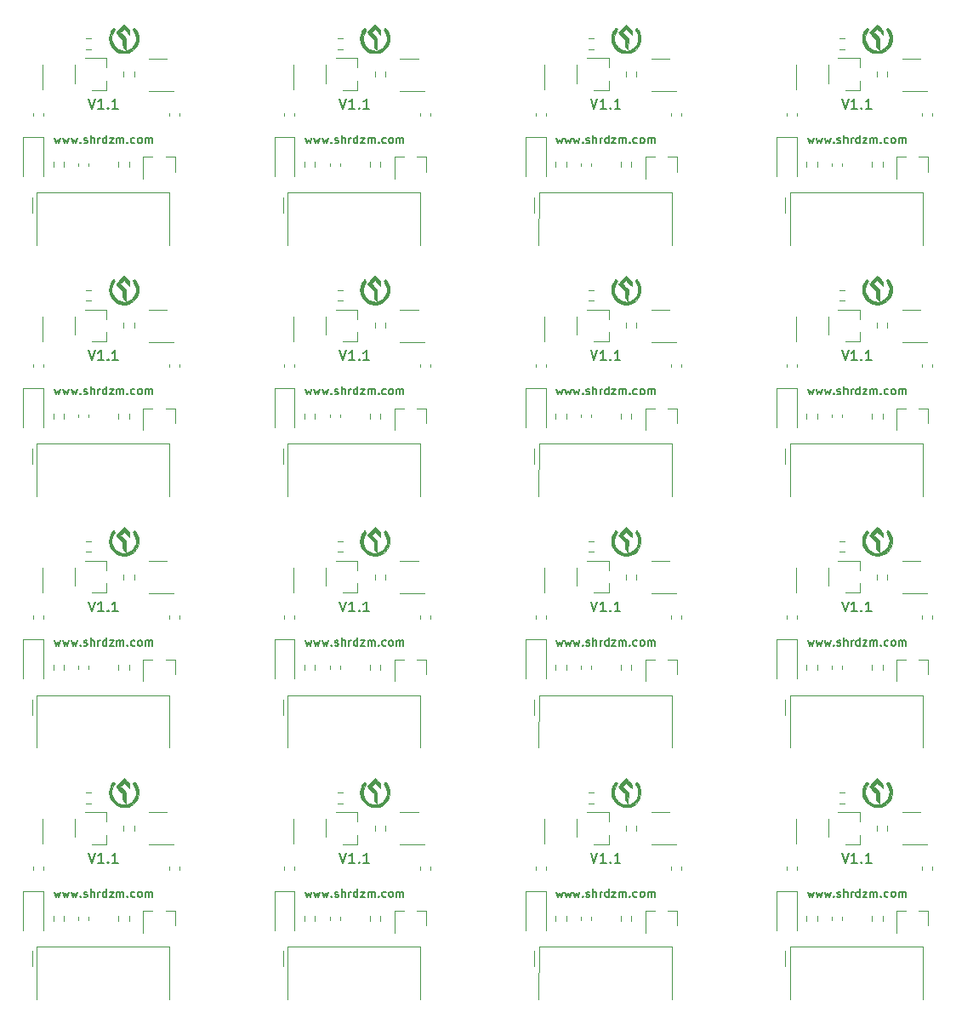
<source format=gbr>
%TF.GenerationSoftware,KiCad,Pcbnew,(5.1.9)-1*%
%TF.CreationDate,2021-10-26T13:29:37+02:00*%
%TF.ProjectId,Smartmeter_IR_V11_multi,536d6172-746d-4657-9465-725f49525f56,rev?*%
%TF.SameCoordinates,Original*%
%TF.FileFunction,Legend,Top*%
%TF.FilePolarity,Positive*%
%FSLAX46Y46*%
G04 Gerber Fmt 4.6, Leading zero omitted, Abs format (unit mm)*
G04 Created by KiCad (PCBNEW (5.1.9)-1) date 2021-10-26 13:29:37*
%MOMM*%
%LPD*%
G01*
G04 APERTURE LIST*
%ADD10C,0.150000*%
%ADD11C,0.120000*%
%ADD12C,0.010000*%
G04 APERTURE END LIST*
D10*
X130085714Y-131328571D02*
X130238095Y-131861904D01*
X130390476Y-131480952D01*
X130542857Y-131861904D01*
X130695238Y-131328571D01*
X130923809Y-131328571D02*
X131076190Y-131861904D01*
X131228571Y-131480952D01*
X131380952Y-131861904D01*
X131533333Y-131328571D01*
X131761904Y-131328571D02*
X131914285Y-131861904D01*
X132066666Y-131480952D01*
X132219047Y-131861904D01*
X132371428Y-131328571D01*
X132676190Y-131785714D02*
X132714285Y-131823809D01*
X132676190Y-131861904D01*
X132638095Y-131823809D01*
X132676190Y-131785714D01*
X132676190Y-131861904D01*
X133019047Y-131823809D02*
X133095238Y-131861904D01*
X133247619Y-131861904D01*
X133323809Y-131823809D01*
X133361904Y-131747619D01*
X133361904Y-131709523D01*
X133323809Y-131633333D01*
X133247619Y-131595238D01*
X133133333Y-131595238D01*
X133057142Y-131557142D01*
X133019047Y-131480952D01*
X133019047Y-131442857D01*
X133057142Y-131366666D01*
X133133333Y-131328571D01*
X133247619Y-131328571D01*
X133323809Y-131366666D01*
X133704761Y-131861904D02*
X133704761Y-131061904D01*
X134047619Y-131861904D02*
X134047619Y-131442857D01*
X134009523Y-131366666D01*
X133933333Y-131328571D01*
X133819047Y-131328571D01*
X133742857Y-131366666D01*
X133704761Y-131404761D01*
X134428571Y-131861904D02*
X134428571Y-131328571D01*
X134428571Y-131480952D02*
X134466666Y-131404761D01*
X134504761Y-131366666D01*
X134580952Y-131328571D01*
X134657142Y-131328571D01*
X135266666Y-131861904D02*
X135266666Y-131061904D01*
X135266666Y-131823809D02*
X135190476Y-131861904D01*
X135038095Y-131861904D01*
X134961904Y-131823809D01*
X134923809Y-131785714D01*
X134885714Y-131709523D01*
X134885714Y-131480952D01*
X134923809Y-131404761D01*
X134961904Y-131366666D01*
X135038095Y-131328571D01*
X135190476Y-131328571D01*
X135266666Y-131366666D01*
X135571428Y-131328571D02*
X135990476Y-131328571D01*
X135571428Y-131861904D01*
X135990476Y-131861904D01*
X136295238Y-131861904D02*
X136295238Y-131328571D01*
X136295238Y-131404761D02*
X136333333Y-131366666D01*
X136409523Y-131328571D01*
X136523809Y-131328571D01*
X136600000Y-131366666D01*
X136638095Y-131442857D01*
X136638095Y-131861904D01*
X136638095Y-131442857D02*
X136676190Y-131366666D01*
X136752380Y-131328571D01*
X136866666Y-131328571D01*
X136942857Y-131366666D01*
X136980952Y-131442857D01*
X136980952Y-131861904D01*
X137361904Y-131785714D02*
X137400000Y-131823809D01*
X137361904Y-131861904D01*
X137323809Y-131823809D01*
X137361904Y-131785714D01*
X137361904Y-131861904D01*
X138085714Y-131823809D02*
X138009523Y-131861904D01*
X137857142Y-131861904D01*
X137780952Y-131823809D01*
X137742857Y-131785714D01*
X137704761Y-131709523D01*
X137704761Y-131480952D01*
X137742857Y-131404761D01*
X137780952Y-131366666D01*
X137857142Y-131328571D01*
X138009523Y-131328571D01*
X138085714Y-131366666D01*
X138542857Y-131861904D02*
X138466666Y-131823809D01*
X138428571Y-131785714D01*
X138390476Y-131709523D01*
X138390476Y-131480952D01*
X138428571Y-131404761D01*
X138466666Y-131366666D01*
X138542857Y-131328571D01*
X138657142Y-131328571D01*
X138733333Y-131366666D01*
X138771428Y-131404761D01*
X138809523Y-131480952D01*
X138809523Y-131709523D01*
X138771428Y-131785714D01*
X138733333Y-131823809D01*
X138657142Y-131861904D01*
X138542857Y-131861904D01*
X139152380Y-131861904D02*
X139152380Y-131328571D01*
X139152380Y-131404761D02*
X139190476Y-131366666D01*
X139266666Y-131328571D01*
X139380952Y-131328571D01*
X139457142Y-131366666D01*
X139495238Y-131442857D01*
X139495238Y-131861904D01*
X139495238Y-131442857D02*
X139533333Y-131366666D01*
X139609523Y-131328571D01*
X139723809Y-131328571D01*
X139800000Y-131366666D01*
X139838095Y-131442857D01*
X139838095Y-131861904D01*
X105085714Y-131328571D02*
X105238095Y-131861904D01*
X105390476Y-131480952D01*
X105542857Y-131861904D01*
X105695238Y-131328571D01*
X105923809Y-131328571D02*
X106076190Y-131861904D01*
X106228571Y-131480952D01*
X106380952Y-131861904D01*
X106533333Y-131328571D01*
X106761904Y-131328571D02*
X106914285Y-131861904D01*
X107066666Y-131480952D01*
X107219047Y-131861904D01*
X107371428Y-131328571D01*
X107676190Y-131785714D02*
X107714285Y-131823809D01*
X107676190Y-131861904D01*
X107638095Y-131823809D01*
X107676190Y-131785714D01*
X107676190Y-131861904D01*
X108019047Y-131823809D02*
X108095238Y-131861904D01*
X108247619Y-131861904D01*
X108323809Y-131823809D01*
X108361904Y-131747619D01*
X108361904Y-131709523D01*
X108323809Y-131633333D01*
X108247619Y-131595238D01*
X108133333Y-131595238D01*
X108057142Y-131557142D01*
X108019047Y-131480952D01*
X108019047Y-131442857D01*
X108057142Y-131366666D01*
X108133333Y-131328571D01*
X108247619Y-131328571D01*
X108323809Y-131366666D01*
X108704761Y-131861904D02*
X108704761Y-131061904D01*
X109047619Y-131861904D02*
X109047619Y-131442857D01*
X109009523Y-131366666D01*
X108933333Y-131328571D01*
X108819047Y-131328571D01*
X108742857Y-131366666D01*
X108704761Y-131404761D01*
X109428571Y-131861904D02*
X109428571Y-131328571D01*
X109428571Y-131480952D02*
X109466666Y-131404761D01*
X109504761Y-131366666D01*
X109580952Y-131328571D01*
X109657142Y-131328571D01*
X110266666Y-131861904D02*
X110266666Y-131061904D01*
X110266666Y-131823809D02*
X110190476Y-131861904D01*
X110038095Y-131861904D01*
X109961904Y-131823809D01*
X109923809Y-131785714D01*
X109885714Y-131709523D01*
X109885714Y-131480952D01*
X109923809Y-131404761D01*
X109961904Y-131366666D01*
X110038095Y-131328571D01*
X110190476Y-131328571D01*
X110266666Y-131366666D01*
X110571428Y-131328571D02*
X110990476Y-131328571D01*
X110571428Y-131861904D01*
X110990476Y-131861904D01*
X111295238Y-131861904D02*
X111295238Y-131328571D01*
X111295238Y-131404761D02*
X111333333Y-131366666D01*
X111409523Y-131328571D01*
X111523809Y-131328571D01*
X111600000Y-131366666D01*
X111638095Y-131442857D01*
X111638095Y-131861904D01*
X111638095Y-131442857D02*
X111676190Y-131366666D01*
X111752380Y-131328571D01*
X111866666Y-131328571D01*
X111942857Y-131366666D01*
X111980952Y-131442857D01*
X111980952Y-131861904D01*
X112361904Y-131785714D02*
X112400000Y-131823809D01*
X112361904Y-131861904D01*
X112323809Y-131823809D01*
X112361904Y-131785714D01*
X112361904Y-131861904D01*
X113085714Y-131823809D02*
X113009523Y-131861904D01*
X112857142Y-131861904D01*
X112780952Y-131823809D01*
X112742857Y-131785714D01*
X112704761Y-131709523D01*
X112704761Y-131480952D01*
X112742857Y-131404761D01*
X112780952Y-131366666D01*
X112857142Y-131328571D01*
X113009523Y-131328571D01*
X113085714Y-131366666D01*
X113542857Y-131861904D02*
X113466666Y-131823809D01*
X113428571Y-131785714D01*
X113390476Y-131709523D01*
X113390476Y-131480952D01*
X113428571Y-131404761D01*
X113466666Y-131366666D01*
X113542857Y-131328571D01*
X113657142Y-131328571D01*
X113733333Y-131366666D01*
X113771428Y-131404761D01*
X113809523Y-131480952D01*
X113809523Y-131709523D01*
X113771428Y-131785714D01*
X113733333Y-131823809D01*
X113657142Y-131861904D01*
X113542857Y-131861904D01*
X114152380Y-131861904D02*
X114152380Y-131328571D01*
X114152380Y-131404761D02*
X114190476Y-131366666D01*
X114266666Y-131328571D01*
X114380952Y-131328571D01*
X114457142Y-131366666D01*
X114495238Y-131442857D01*
X114495238Y-131861904D01*
X114495238Y-131442857D02*
X114533333Y-131366666D01*
X114609523Y-131328571D01*
X114723809Y-131328571D01*
X114800000Y-131366666D01*
X114838095Y-131442857D01*
X114838095Y-131861904D01*
X80085714Y-131328571D02*
X80238095Y-131861904D01*
X80390476Y-131480952D01*
X80542857Y-131861904D01*
X80695238Y-131328571D01*
X80923809Y-131328571D02*
X81076190Y-131861904D01*
X81228571Y-131480952D01*
X81380952Y-131861904D01*
X81533333Y-131328571D01*
X81761904Y-131328571D02*
X81914285Y-131861904D01*
X82066666Y-131480952D01*
X82219047Y-131861904D01*
X82371428Y-131328571D01*
X82676190Y-131785714D02*
X82714285Y-131823809D01*
X82676190Y-131861904D01*
X82638095Y-131823809D01*
X82676190Y-131785714D01*
X82676190Y-131861904D01*
X83019047Y-131823809D02*
X83095238Y-131861904D01*
X83247619Y-131861904D01*
X83323809Y-131823809D01*
X83361904Y-131747619D01*
X83361904Y-131709523D01*
X83323809Y-131633333D01*
X83247619Y-131595238D01*
X83133333Y-131595238D01*
X83057142Y-131557142D01*
X83019047Y-131480952D01*
X83019047Y-131442857D01*
X83057142Y-131366666D01*
X83133333Y-131328571D01*
X83247619Y-131328571D01*
X83323809Y-131366666D01*
X83704761Y-131861904D02*
X83704761Y-131061904D01*
X84047619Y-131861904D02*
X84047619Y-131442857D01*
X84009523Y-131366666D01*
X83933333Y-131328571D01*
X83819047Y-131328571D01*
X83742857Y-131366666D01*
X83704761Y-131404761D01*
X84428571Y-131861904D02*
X84428571Y-131328571D01*
X84428571Y-131480952D02*
X84466666Y-131404761D01*
X84504761Y-131366666D01*
X84580952Y-131328571D01*
X84657142Y-131328571D01*
X85266666Y-131861904D02*
X85266666Y-131061904D01*
X85266666Y-131823809D02*
X85190476Y-131861904D01*
X85038095Y-131861904D01*
X84961904Y-131823809D01*
X84923809Y-131785714D01*
X84885714Y-131709523D01*
X84885714Y-131480952D01*
X84923809Y-131404761D01*
X84961904Y-131366666D01*
X85038095Y-131328571D01*
X85190476Y-131328571D01*
X85266666Y-131366666D01*
X85571428Y-131328571D02*
X85990476Y-131328571D01*
X85571428Y-131861904D01*
X85990476Y-131861904D01*
X86295238Y-131861904D02*
X86295238Y-131328571D01*
X86295238Y-131404761D02*
X86333333Y-131366666D01*
X86409523Y-131328571D01*
X86523809Y-131328571D01*
X86600000Y-131366666D01*
X86638095Y-131442857D01*
X86638095Y-131861904D01*
X86638095Y-131442857D02*
X86676190Y-131366666D01*
X86752380Y-131328571D01*
X86866666Y-131328571D01*
X86942857Y-131366666D01*
X86980952Y-131442857D01*
X86980952Y-131861904D01*
X87361904Y-131785714D02*
X87400000Y-131823809D01*
X87361904Y-131861904D01*
X87323809Y-131823809D01*
X87361904Y-131785714D01*
X87361904Y-131861904D01*
X88085714Y-131823809D02*
X88009523Y-131861904D01*
X87857142Y-131861904D01*
X87780952Y-131823809D01*
X87742857Y-131785714D01*
X87704761Y-131709523D01*
X87704761Y-131480952D01*
X87742857Y-131404761D01*
X87780952Y-131366666D01*
X87857142Y-131328571D01*
X88009523Y-131328571D01*
X88085714Y-131366666D01*
X88542857Y-131861904D02*
X88466666Y-131823809D01*
X88428571Y-131785714D01*
X88390476Y-131709523D01*
X88390476Y-131480952D01*
X88428571Y-131404761D01*
X88466666Y-131366666D01*
X88542857Y-131328571D01*
X88657142Y-131328571D01*
X88733333Y-131366666D01*
X88771428Y-131404761D01*
X88809523Y-131480952D01*
X88809523Y-131709523D01*
X88771428Y-131785714D01*
X88733333Y-131823809D01*
X88657142Y-131861904D01*
X88542857Y-131861904D01*
X89152380Y-131861904D02*
X89152380Y-131328571D01*
X89152380Y-131404761D02*
X89190476Y-131366666D01*
X89266666Y-131328571D01*
X89380952Y-131328571D01*
X89457142Y-131366666D01*
X89495238Y-131442857D01*
X89495238Y-131861904D01*
X89495238Y-131442857D02*
X89533333Y-131366666D01*
X89609523Y-131328571D01*
X89723809Y-131328571D01*
X89800000Y-131366666D01*
X89838095Y-131442857D01*
X89838095Y-131861904D01*
X83476190Y-127452380D02*
X83809523Y-128452380D01*
X84142857Y-127452380D01*
X85000000Y-128452380D02*
X84428571Y-128452380D01*
X84714285Y-128452380D02*
X84714285Y-127452380D01*
X84619047Y-127595238D01*
X84523809Y-127690476D01*
X84428571Y-127738095D01*
X85428571Y-128357142D02*
X85476190Y-128404761D01*
X85428571Y-128452380D01*
X85380952Y-128404761D01*
X85428571Y-128357142D01*
X85428571Y-128452380D01*
X86428571Y-128452380D02*
X85857142Y-128452380D01*
X86142857Y-128452380D02*
X86142857Y-127452380D01*
X86047619Y-127595238D01*
X85952380Y-127690476D01*
X85857142Y-127738095D01*
X58476190Y-127452380D02*
X58809523Y-128452380D01*
X59142857Y-127452380D01*
X60000000Y-128452380D02*
X59428571Y-128452380D01*
X59714285Y-128452380D02*
X59714285Y-127452380D01*
X59619047Y-127595238D01*
X59523809Y-127690476D01*
X59428571Y-127738095D01*
X60428571Y-128357142D02*
X60476190Y-128404761D01*
X60428571Y-128452380D01*
X60380952Y-128404761D01*
X60428571Y-128357142D01*
X60428571Y-128452380D01*
X61428571Y-128452380D02*
X60857142Y-128452380D01*
X61142857Y-128452380D02*
X61142857Y-127452380D01*
X61047619Y-127595238D01*
X60952380Y-127690476D01*
X60857142Y-127738095D01*
X133476190Y-127452380D02*
X133809523Y-128452380D01*
X134142857Y-127452380D01*
X135000000Y-128452380D02*
X134428571Y-128452380D01*
X134714285Y-128452380D02*
X134714285Y-127452380D01*
X134619047Y-127595238D01*
X134523809Y-127690476D01*
X134428571Y-127738095D01*
X135428571Y-128357142D02*
X135476190Y-128404761D01*
X135428571Y-128452380D01*
X135380952Y-128404761D01*
X135428571Y-128357142D01*
X135428571Y-128452380D01*
X136428571Y-128452380D02*
X135857142Y-128452380D01*
X136142857Y-128452380D02*
X136142857Y-127452380D01*
X136047619Y-127595238D01*
X135952380Y-127690476D01*
X135857142Y-127738095D01*
X55085714Y-131328571D02*
X55238095Y-131861904D01*
X55390476Y-131480952D01*
X55542857Y-131861904D01*
X55695238Y-131328571D01*
X55923809Y-131328571D02*
X56076190Y-131861904D01*
X56228571Y-131480952D01*
X56380952Y-131861904D01*
X56533333Y-131328571D01*
X56761904Y-131328571D02*
X56914285Y-131861904D01*
X57066666Y-131480952D01*
X57219047Y-131861904D01*
X57371428Y-131328571D01*
X57676190Y-131785714D02*
X57714285Y-131823809D01*
X57676190Y-131861904D01*
X57638095Y-131823809D01*
X57676190Y-131785714D01*
X57676190Y-131861904D01*
X58019047Y-131823809D02*
X58095238Y-131861904D01*
X58247619Y-131861904D01*
X58323809Y-131823809D01*
X58361904Y-131747619D01*
X58361904Y-131709523D01*
X58323809Y-131633333D01*
X58247619Y-131595238D01*
X58133333Y-131595238D01*
X58057142Y-131557142D01*
X58019047Y-131480952D01*
X58019047Y-131442857D01*
X58057142Y-131366666D01*
X58133333Y-131328571D01*
X58247619Y-131328571D01*
X58323809Y-131366666D01*
X58704761Y-131861904D02*
X58704761Y-131061904D01*
X59047619Y-131861904D02*
X59047619Y-131442857D01*
X59009523Y-131366666D01*
X58933333Y-131328571D01*
X58819047Y-131328571D01*
X58742857Y-131366666D01*
X58704761Y-131404761D01*
X59428571Y-131861904D02*
X59428571Y-131328571D01*
X59428571Y-131480952D02*
X59466666Y-131404761D01*
X59504761Y-131366666D01*
X59580952Y-131328571D01*
X59657142Y-131328571D01*
X60266666Y-131861904D02*
X60266666Y-131061904D01*
X60266666Y-131823809D02*
X60190476Y-131861904D01*
X60038095Y-131861904D01*
X59961904Y-131823809D01*
X59923809Y-131785714D01*
X59885714Y-131709523D01*
X59885714Y-131480952D01*
X59923809Y-131404761D01*
X59961904Y-131366666D01*
X60038095Y-131328571D01*
X60190476Y-131328571D01*
X60266666Y-131366666D01*
X60571428Y-131328571D02*
X60990476Y-131328571D01*
X60571428Y-131861904D01*
X60990476Y-131861904D01*
X61295238Y-131861904D02*
X61295238Y-131328571D01*
X61295238Y-131404761D02*
X61333333Y-131366666D01*
X61409523Y-131328571D01*
X61523809Y-131328571D01*
X61600000Y-131366666D01*
X61638095Y-131442857D01*
X61638095Y-131861904D01*
X61638095Y-131442857D02*
X61676190Y-131366666D01*
X61752380Y-131328571D01*
X61866666Y-131328571D01*
X61942857Y-131366666D01*
X61980952Y-131442857D01*
X61980952Y-131861904D01*
X62361904Y-131785714D02*
X62400000Y-131823809D01*
X62361904Y-131861904D01*
X62323809Y-131823809D01*
X62361904Y-131785714D01*
X62361904Y-131861904D01*
X63085714Y-131823809D02*
X63009523Y-131861904D01*
X62857142Y-131861904D01*
X62780952Y-131823809D01*
X62742857Y-131785714D01*
X62704761Y-131709523D01*
X62704761Y-131480952D01*
X62742857Y-131404761D01*
X62780952Y-131366666D01*
X62857142Y-131328571D01*
X63009523Y-131328571D01*
X63085714Y-131366666D01*
X63542857Y-131861904D02*
X63466666Y-131823809D01*
X63428571Y-131785714D01*
X63390476Y-131709523D01*
X63390476Y-131480952D01*
X63428571Y-131404761D01*
X63466666Y-131366666D01*
X63542857Y-131328571D01*
X63657142Y-131328571D01*
X63733333Y-131366666D01*
X63771428Y-131404761D01*
X63809523Y-131480952D01*
X63809523Y-131709523D01*
X63771428Y-131785714D01*
X63733333Y-131823809D01*
X63657142Y-131861904D01*
X63542857Y-131861904D01*
X64152380Y-131861904D02*
X64152380Y-131328571D01*
X64152380Y-131404761D02*
X64190476Y-131366666D01*
X64266666Y-131328571D01*
X64380952Y-131328571D01*
X64457142Y-131366666D01*
X64495238Y-131442857D01*
X64495238Y-131861904D01*
X64495238Y-131442857D02*
X64533333Y-131366666D01*
X64609523Y-131328571D01*
X64723809Y-131328571D01*
X64800000Y-131366666D01*
X64838095Y-131442857D01*
X64838095Y-131861904D01*
X108476190Y-127452380D02*
X108809523Y-128452380D01*
X109142857Y-127452380D01*
X110000000Y-128452380D02*
X109428571Y-128452380D01*
X109714285Y-128452380D02*
X109714285Y-127452380D01*
X109619047Y-127595238D01*
X109523809Y-127690476D01*
X109428571Y-127738095D01*
X110428571Y-128357142D02*
X110476190Y-128404761D01*
X110428571Y-128452380D01*
X110380952Y-128404761D01*
X110428571Y-128357142D01*
X110428571Y-128452380D01*
X111428571Y-128452380D02*
X110857142Y-128452380D01*
X111142857Y-128452380D02*
X111142857Y-127452380D01*
X111047619Y-127595238D01*
X110952380Y-127690476D01*
X110857142Y-127738095D01*
X133476190Y-102452380D02*
X133809523Y-103452380D01*
X134142857Y-102452380D01*
X135000000Y-103452380D02*
X134428571Y-103452380D01*
X134714285Y-103452380D02*
X134714285Y-102452380D01*
X134619047Y-102595238D01*
X134523809Y-102690476D01*
X134428571Y-102738095D01*
X135428571Y-103357142D02*
X135476190Y-103404761D01*
X135428571Y-103452380D01*
X135380952Y-103404761D01*
X135428571Y-103357142D01*
X135428571Y-103452380D01*
X136428571Y-103452380D02*
X135857142Y-103452380D01*
X136142857Y-103452380D02*
X136142857Y-102452380D01*
X136047619Y-102595238D01*
X135952380Y-102690476D01*
X135857142Y-102738095D01*
X130085714Y-106328571D02*
X130238095Y-106861904D01*
X130390476Y-106480952D01*
X130542857Y-106861904D01*
X130695238Y-106328571D01*
X130923809Y-106328571D02*
X131076190Y-106861904D01*
X131228571Y-106480952D01*
X131380952Y-106861904D01*
X131533333Y-106328571D01*
X131761904Y-106328571D02*
X131914285Y-106861904D01*
X132066666Y-106480952D01*
X132219047Y-106861904D01*
X132371428Y-106328571D01*
X132676190Y-106785714D02*
X132714285Y-106823809D01*
X132676190Y-106861904D01*
X132638095Y-106823809D01*
X132676190Y-106785714D01*
X132676190Y-106861904D01*
X133019047Y-106823809D02*
X133095238Y-106861904D01*
X133247619Y-106861904D01*
X133323809Y-106823809D01*
X133361904Y-106747619D01*
X133361904Y-106709523D01*
X133323809Y-106633333D01*
X133247619Y-106595238D01*
X133133333Y-106595238D01*
X133057142Y-106557142D01*
X133019047Y-106480952D01*
X133019047Y-106442857D01*
X133057142Y-106366666D01*
X133133333Y-106328571D01*
X133247619Y-106328571D01*
X133323809Y-106366666D01*
X133704761Y-106861904D02*
X133704761Y-106061904D01*
X134047619Y-106861904D02*
X134047619Y-106442857D01*
X134009523Y-106366666D01*
X133933333Y-106328571D01*
X133819047Y-106328571D01*
X133742857Y-106366666D01*
X133704761Y-106404761D01*
X134428571Y-106861904D02*
X134428571Y-106328571D01*
X134428571Y-106480952D02*
X134466666Y-106404761D01*
X134504761Y-106366666D01*
X134580952Y-106328571D01*
X134657142Y-106328571D01*
X135266666Y-106861904D02*
X135266666Y-106061904D01*
X135266666Y-106823809D02*
X135190476Y-106861904D01*
X135038095Y-106861904D01*
X134961904Y-106823809D01*
X134923809Y-106785714D01*
X134885714Y-106709523D01*
X134885714Y-106480952D01*
X134923809Y-106404761D01*
X134961904Y-106366666D01*
X135038095Y-106328571D01*
X135190476Y-106328571D01*
X135266666Y-106366666D01*
X135571428Y-106328571D02*
X135990476Y-106328571D01*
X135571428Y-106861904D01*
X135990476Y-106861904D01*
X136295238Y-106861904D02*
X136295238Y-106328571D01*
X136295238Y-106404761D02*
X136333333Y-106366666D01*
X136409523Y-106328571D01*
X136523809Y-106328571D01*
X136600000Y-106366666D01*
X136638095Y-106442857D01*
X136638095Y-106861904D01*
X136638095Y-106442857D02*
X136676190Y-106366666D01*
X136752380Y-106328571D01*
X136866666Y-106328571D01*
X136942857Y-106366666D01*
X136980952Y-106442857D01*
X136980952Y-106861904D01*
X137361904Y-106785714D02*
X137400000Y-106823809D01*
X137361904Y-106861904D01*
X137323809Y-106823809D01*
X137361904Y-106785714D01*
X137361904Y-106861904D01*
X138085714Y-106823809D02*
X138009523Y-106861904D01*
X137857142Y-106861904D01*
X137780952Y-106823809D01*
X137742857Y-106785714D01*
X137704761Y-106709523D01*
X137704761Y-106480952D01*
X137742857Y-106404761D01*
X137780952Y-106366666D01*
X137857142Y-106328571D01*
X138009523Y-106328571D01*
X138085714Y-106366666D01*
X138542857Y-106861904D02*
X138466666Y-106823809D01*
X138428571Y-106785714D01*
X138390476Y-106709523D01*
X138390476Y-106480952D01*
X138428571Y-106404761D01*
X138466666Y-106366666D01*
X138542857Y-106328571D01*
X138657142Y-106328571D01*
X138733333Y-106366666D01*
X138771428Y-106404761D01*
X138809523Y-106480952D01*
X138809523Y-106709523D01*
X138771428Y-106785714D01*
X138733333Y-106823809D01*
X138657142Y-106861904D01*
X138542857Y-106861904D01*
X139152380Y-106861904D02*
X139152380Y-106328571D01*
X139152380Y-106404761D02*
X139190476Y-106366666D01*
X139266666Y-106328571D01*
X139380952Y-106328571D01*
X139457142Y-106366666D01*
X139495238Y-106442857D01*
X139495238Y-106861904D01*
X139495238Y-106442857D02*
X139533333Y-106366666D01*
X139609523Y-106328571D01*
X139723809Y-106328571D01*
X139800000Y-106366666D01*
X139838095Y-106442857D01*
X139838095Y-106861904D01*
X108476190Y-102452380D02*
X108809523Y-103452380D01*
X109142857Y-102452380D01*
X110000000Y-103452380D02*
X109428571Y-103452380D01*
X109714285Y-103452380D02*
X109714285Y-102452380D01*
X109619047Y-102595238D01*
X109523809Y-102690476D01*
X109428571Y-102738095D01*
X110428571Y-103357142D02*
X110476190Y-103404761D01*
X110428571Y-103452380D01*
X110380952Y-103404761D01*
X110428571Y-103357142D01*
X110428571Y-103452380D01*
X111428571Y-103452380D02*
X110857142Y-103452380D01*
X111142857Y-103452380D02*
X111142857Y-102452380D01*
X111047619Y-102595238D01*
X110952380Y-102690476D01*
X110857142Y-102738095D01*
X105085714Y-106328571D02*
X105238095Y-106861904D01*
X105390476Y-106480952D01*
X105542857Y-106861904D01*
X105695238Y-106328571D01*
X105923809Y-106328571D02*
X106076190Y-106861904D01*
X106228571Y-106480952D01*
X106380952Y-106861904D01*
X106533333Y-106328571D01*
X106761904Y-106328571D02*
X106914285Y-106861904D01*
X107066666Y-106480952D01*
X107219047Y-106861904D01*
X107371428Y-106328571D01*
X107676190Y-106785714D02*
X107714285Y-106823809D01*
X107676190Y-106861904D01*
X107638095Y-106823809D01*
X107676190Y-106785714D01*
X107676190Y-106861904D01*
X108019047Y-106823809D02*
X108095238Y-106861904D01*
X108247619Y-106861904D01*
X108323809Y-106823809D01*
X108361904Y-106747619D01*
X108361904Y-106709523D01*
X108323809Y-106633333D01*
X108247619Y-106595238D01*
X108133333Y-106595238D01*
X108057142Y-106557142D01*
X108019047Y-106480952D01*
X108019047Y-106442857D01*
X108057142Y-106366666D01*
X108133333Y-106328571D01*
X108247619Y-106328571D01*
X108323809Y-106366666D01*
X108704761Y-106861904D02*
X108704761Y-106061904D01*
X109047619Y-106861904D02*
X109047619Y-106442857D01*
X109009523Y-106366666D01*
X108933333Y-106328571D01*
X108819047Y-106328571D01*
X108742857Y-106366666D01*
X108704761Y-106404761D01*
X109428571Y-106861904D02*
X109428571Y-106328571D01*
X109428571Y-106480952D02*
X109466666Y-106404761D01*
X109504761Y-106366666D01*
X109580952Y-106328571D01*
X109657142Y-106328571D01*
X110266666Y-106861904D02*
X110266666Y-106061904D01*
X110266666Y-106823809D02*
X110190476Y-106861904D01*
X110038095Y-106861904D01*
X109961904Y-106823809D01*
X109923809Y-106785714D01*
X109885714Y-106709523D01*
X109885714Y-106480952D01*
X109923809Y-106404761D01*
X109961904Y-106366666D01*
X110038095Y-106328571D01*
X110190476Y-106328571D01*
X110266666Y-106366666D01*
X110571428Y-106328571D02*
X110990476Y-106328571D01*
X110571428Y-106861904D01*
X110990476Y-106861904D01*
X111295238Y-106861904D02*
X111295238Y-106328571D01*
X111295238Y-106404761D02*
X111333333Y-106366666D01*
X111409523Y-106328571D01*
X111523809Y-106328571D01*
X111600000Y-106366666D01*
X111638095Y-106442857D01*
X111638095Y-106861904D01*
X111638095Y-106442857D02*
X111676190Y-106366666D01*
X111752380Y-106328571D01*
X111866666Y-106328571D01*
X111942857Y-106366666D01*
X111980952Y-106442857D01*
X111980952Y-106861904D01*
X112361904Y-106785714D02*
X112400000Y-106823809D01*
X112361904Y-106861904D01*
X112323809Y-106823809D01*
X112361904Y-106785714D01*
X112361904Y-106861904D01*
X113085714Y-106823809D02*
X113009523Y-106861904D01*
X112857142Y-106861904D01*
X112780952Y-106823809D01*
X112742857Y-106785714D01*
X112704761Y-106709523D01*
X112704761Y-106480952D01*
X112742857Y-106404761D01*
X112780952Y-106366666D01*
X112857142Y-106328571D01*
X113009523Y-106328571D01*
X113085714Y-106366666D01*
X113542857Y-106861904D02*
X113466666Y-106823809D01*
X113428571Y-106785714D01*
X113390476Y-106709523D01*
X113390476Y-106480952D01*
X113428571Y-106404761D01*
X113466666Y-106366666D01*
X113542857Y-106328571D01*
X113657142Y-106328571D01*
X113733333Y-106366666D01*
X113771428Y-106404761D01*
X113809523Y-106480952D01*
X113809523Y-106709523D01*
X113771428Y-106785714D01*
X113733333Y-106823809D01*
X113657142Y-106861904D01*
X113542857Y-106861904D01*
X114152380Y-106861904D02*
X114152380Y-106328571D01*
X114152380Y-106404761D02*
X114190476Y-106366666D01*
X114266666Y-106328571D01*
X114380952Y-106328571D01*
X114457142Y-106366666D01*
X114495238Y-106442857D01*
X114495238Y-106861904D01*
X114495238Y-106442857D02*
X114533333Y-106366666D01*
X114609523Y-106328571D01*
X114723809Y-106328571D01*
X114800000Y-106366666D01*
X114838095Y-106442857D01*
X114838095Y-106861904D01*
X80085714Y-106328571D02*
X80238095Y-106861904D01*
X80390476Y-106480952D01*
X80542857Y-106861904D01*
X80695238Y-106328571D01*
X80923809Y-106328571D02*
X81076190Y-106861904D01*
X81228571Y-106480952D01*
X81380952Y-106861904D01*
X81533333Y-106328571D01*
X81761904Y-106328571D02*
X81914285Y-106861904D01*
X82066666Y-106480952D01*
X82219047Y-106861904D01*
X82371428Y-106328571D01*
X82676190Y-106785714D02*
X82714285Y-106823809D01*
X82676190Y-106861904D01*
X82638095Y-106823809D01*
X82676190Y-106785714D01*
X82676190Y-106861904D01*
X83019047Y-106823809D02*
X83095238Y-106861904D01*
X83247619Y-106861904D01*
X83323809Y-106823809D01*
X83361904Y-106747619D01*
X83361904Y-106709523D01*
X83323809Y-106633333D01*
X83247619Y-106595238D01*
X83133333Y-106595238D01*
X83057142Y-106557142D01*
X83019047Y-106480952D01*
X83019047Y-106442857D01*
X83057142Y-106366666D01*
X83133333Y-106328571D01*
X83247619Y-106328571D01*
X83323809Y-106366666D01*
X83704761Y-106861904D02*
X83704761Y-106061904D01*
X84047619Y-106861904D02*
X84047619Y-106442857D01*
X84009523Y-106366666D01*
X83933333Y-106328571D01*
X83819047Y-106328571D01*
X83742857Y-106366666D01*
X83704761Y-106404761D01*
X84428571Y-106861904D02*
X84428571Y-106328571D01*
X84428571Y-106480952D02*
X84466666Y-106404761D01*
X84504761Y-106366666D01*
X84580952Y-106328571D01*
X84657142Y-106328571D01*
X85266666Y-106861904D02*
X85266666Y-106061904D01*
X85266666Y-106823809D02*
X85190476Y-106861904D01*
X85038095Y-106861904D01*
X84961904Y-106823809D01*
X84923809Y-106785714D01*
X84885714Y-106709523D01*
X84885714Y-106480952D01*
X84923809Y-106404761D01*
X84961904Y-106366666D01*
X85038095Y-106328571D01*
X85190476Y-106328571D01*
X85266666Y-106366666D01*
X85571428Y-106328571D02*
X85990476Y-106328571D01*
X85571428Y-106861904D01*
X85990476Y-106861904D01*
X86295238Y-106861904D02*
X86295238Y-106328571D01*
X86295238Y-106404761D02*
X86333333Y-106366666D01*
X86409523Y-106328571D01*
X86523809Y-106328571D01*
X86600000Y-106366666D01*
X86638095Y-106442857D01*
X86638095Y-106861904D01*
X86638095Y-106442857D02*
X86676190Y-106366666D01*
X86752380Y-106328571D01*
X86866666Y-106328571D01*
X86942857Y-106366666D01*
X86980952Y-106442857D01*
X86980952Y-106861904D01*
X87361904Y-106785714D02*
X87400000Y-106823809D01*
X87361904Y-106861904D01*
X87323809Y-106823809D01*
X87361904Y-106785714D01*
X87361904Y-106861904D01*
X88085714Y-106823809D02*
X88009523Y-106861904D01*
X87857142Y-106861904D01*
X87780952Y-106823809D01*
X87742857Y-106785714D01*
X87704761Y-106709523D01*
X87704761Y-106480952D01*
X87742857Y-106404761D01*
X87780952Y-106366666D01*
X87857142Y-106328571D01*
X88009523Y-106328571D01*
X88085714Y-106366666D01*
X88542857Y-106861904D02*
X88466666Y-106823809D01*
X88428571Y-106785714D01*
X88390476Y-106709523D01*
X88390476Y-106480952D01*
X88428571Y-106404761D01*
X88466666Y-106366666D01*
X88542857Y-106328571D01*
X88657142Y-106328571D01*
X88733333Y-106366666D01*
X88771428Y-106404761D01*
X88809523Y-106480952D01*
X88809523Y-106709523D01*
X88771428Y-106785714D01*
X88733333Y-106823809D01*
X88657142Y-106861904D01*
X88542857Y-106861904D01*
X89152380Y-106861904D02*
X89152380Y-106328571D01*
X89152380Y-106404761D02*
X89190476Y-106366666D01*
X89266666Y-106328571D01*
X89380952Y-106328571D01*
X89457142Y-106366666D01*
X89495238Y-106442857D01*
X89495238Y-106861904D01*
X89495238Y-106442857D02*
X89533333Y-106366666D01*
X89609523Y-106328571D01*
X89723809Y-106328571D01*
X89800000Y-106366666D01*
X89838095Y-106442857D01*
X89838095Y-106861904D01*
X55085714Y-106328571D02*
X55238095Y-106861904D01*
X55390476Y-106480952D01*
X55542857Y-106861904D01*
X55695238Y-106328571D01*
X55923809Y-106328571D02*
X56076190Y-106861904D01*
X56228571Y-106480952D01*
X56380952Y-106861904D01*
X56533333Y-106328571D01*
X56761904Y-106328571D02*
X56914285Y-106861904D01*
X57066666Y-106480952D01*
X57219047Y-106861904D01*
X57371428Y-106328571D01*
X57676190Y-106785714D02*
X57714285Y-106823809D01*
X57676190Y-106861904D01*
X57638095Y-106823809D01*
X57676190Y-106785714D01*
X57676190Y-106861904D01*
X58019047Y-106823809D02*
X58095238Y-106861904D01*
X58247619Y-106861904D01*
X58323809Y-106823809D01*
X58361904Y-106747619D01*
X58361904Y-106709523D01*
X58323809Y-106633333D01*
X58247619Y-106595238D01*
X58133333Y-106595238D01*
X58057142Y-106557142D01*
X58019047Y-106480952D01*
X58019047Y-106442857D01*
X58057142Y-106366666D01*
X58133333Y-106328571D01*
X58247619Y-106328571D01*
X58323809Y-106366666D01*
X58704761Y-106861904D02*
X58704761Y-106061904D01*
X59047619Y-106861904D02*
X59047619Y-106442857D01*
X59009523Y-106366666D01*
X58933333Y-106328571D01*
X58819047Y-106328571D01*
X58742857Y-106366666D01*
X58704761Y-106404761D01*
X59428571Y-106861904D02*
X59428571Y-106328571D01*
X59428571Y-106480952D02*
X59466666Y-106404761D01*
X59504761Y-106366666D01*
X59580952Y-106328571D01*
X59657142Y-106328571D01*
X60266666Y-106861904D02*
X60266666Y-106061904D01*
X60266666Y-106823809D02*
X60190476Y-106861904D01*
X60038095Y-106861904D01*
X59961904Y-106823809D01*
X59923809Y-106785714D01*
X59885714Y-106709523D01*
X59885714Y-106480952D01*
X59923809Y-106404761D01*
X59961904Y-106366666D01*
X60038095Y-106328571D01*
X60190476Y-106328571D01*
X60266666Y-106366666D01*
X60571428Y-106328571D02*
X60990476Y-106328571D01*
X60571428Y-106861904D01*
X60990476Y-106861904D01*
X61295238Y-106861904D02*
X61295238Y-106328571D01*
X61295238Y-106404761D02*
X61333333Y-106366666D01*
X61409523Y-106328571D01*
X61523809Y-106328571D01*
X61600000Y-106366666D01*
X61638095Y-106442857D01*
X61638095Y-106861904D01*
X61638095Y-106442857D02*
X61676190Y-106366666D01*
X61752380Y-106328571D01*
X61866666Y-106328571D01*
X61942857Y-106366666D01*
X61980952Y-106442857D01*
X61980952Y-106861904D01*
X62361904Y-106785714D02*
X62400000Y-106823809D01*
X62361904Y-106861904D01*
X62323809Y-106823809D01*
X62361904Y-106785714D01*
X62361904Y-106861904D01*
X63085714Y-106823809D02*
X63009523Y-106861904D01*
X62857142Y-106861904D01*
X62780952Y-106823809D01*
X62742857Y-106785714D01*
X62704761Y-106709523D01*
X62704761Y-106480952D01*
X62742857Y-106404761D01*
X62780952Y-106366666D01*
X62857142Y-106328571D01*
X63009523Y-106328571D01*
X63085714Y-106366666D01*
X63542857Y-106861904D02*
X63466666Y-106823809D01*
X63428571Y-106785714D01*
X63390476Y-106709523D01*
X63390476Y-106480952D01*
X63428571Y-106404761D01*
X63466666Y-106366666D01*
X63542857Y-106328571D01*
X63657142Y-106328571D01*
X63733333Y-106366666D01*
X63771428Y-106404761D01*
X63809523Y-106480952D01*
X63809523Y-106709523D01*
X63771428Y-106785714D01*
X63733333Y-106823809D01*
X63657142Y-106861904D01*
X63542857Y-106861904D01*
X64152380Y-106861904D02*
X64152380Y-106328571D01*
X64152380Y-106404761D02*
X64190476Y-106366666D01*
X64266666Y-106328571D01*
X64380952Y-106328571D01*
X64457142Y-106366666D01*
X64495238Y-106442857D01*
X64495238Y-106861904D01*
X64495238Y-106442857D02*
X64533333Y-106366666D01*
X64609523Y-106328571D01*
X64723809Y-106328571D01*
X64800000Y-106366666D01*
X64838095Y-106442857D01*
X64838095Y-106861904D01*
X58476190Y-102452380D02*
X58809523Y-103452380D01*
X59142857Y-102452380D01*
X60000000Y-103452380D02*
X59428571Y-103452380D01*
X59714285Y-103452380D02*
X59714285Y-102452380D01*
X59619047Y-102595238D01*
X59523809Y-102690476D01*
X59428571Y-102738095D01*
X60428571Y-103357142D02*
X60476190Y-103404761D01*
X60428571Y-103452380D01*
X60380952Y-103404761D01*
X60428571Y-103357142D01*
X60428571Y-103452380D01*
X61428571Y-103452380D02*
X60857142Y-103452380D01*
X61142857Y-103452380D02*
X61142857Y-102452380D01*
X61047619Y-102595238D01*
X60952380Y-102690476D01*
X60857142Y-102738095D01*
X83476190Y-102452380D02*
X83809523Y-103452380D01*
X84142857Y-102452380D01*
X85000000Y-103452380D02*
X84428571Y-103452380D01*
X84714285Y-103452380D02*
X84714285Y-102452380D01*
X84619047Y-102595238D01*
X84523809Y-102690476D01*
X84428571Y-102738095D01*
X85428571Y-103357142D02*
X85476190Y-103404761D01*
X85428571Y-103452380D01*
X85380952Y-103404761D01*
X85428571Y-103357142D01*
X85428571Y-103452380D01*
X86428571Y-103452380D02*
X85857142Y-103452380D01*
X86142857Y-103452380D02*
X86142857Y-102452380D01*
X86047619Y-102595238D01*
X85952380Y-102690476D01*
X85857142Y-102738095D01*
X130085714Y-81328571D02*
X130238095Y-81861904D01*
X130390476Y-81480952D01*
X130542857Y-81861904D01*
X130695238Y-81328571D01*
X130923809Y-81328571D02*
X131076190Y-81861904D01*
X131228571Y-81480952D01*
X131380952Y-81861904D01*
X131533333Y-81328571D01*
X131761904Y-81328571D02*
X131914285Y-81861904D01*
X132066666Y-81480952D01*
X132219047Y-81861904D01*
X132371428Y-81328571D01*
X132676190Y-81785714D02*
X132714285Y-81823809D01*
X132676190Y-81861904D01*
X132638095Y-81823809D01*
X132676190Y-81785714D01*
X132676190Y-81861904D01*
X133019047Y-81823809D02*
X133095238Y-81861904D01*
X133247619Y-81861904D01*
X133323809Y-81823809D01*
X133361904Y-81747619D01*
X133361904Y-81709523D01*
X133323809Y-81633333D01*
X133247619Y-81595238D01*
X133133333Y-81595238D01*
X133057142Y-81557142D01*
X133019047Y-81480952D01*
X133019047Y-81442857D01*
X133057142Y-81366666D01*
X133133333Y-81328571D01*
X133247619Y-81328571D01*
X133323809Y-81366666D01*
X133704761Y-81861904D02*
X133704761Y-81061904D01*
X134047619Y-81861904D02*
X134047619Y-81442857D01*
X134009523Y-81366666D01*
X133933333Y-81328571D01*
X133819047Y-81328571D01*
X133742857Y-81366666D01*
X133704761Y-81404761D01*
X134428571Y-81861904D02*
X134428571Y-81328571D01*
X134428571Y-81480952D02*
X134466666Y-81404761D01*
X134504761Y-81366666D01*
X134580952Y-81328571D01*
X134657142Y-81328571D01*
X135266666Y-81861904D02*
X135266666Y-81061904D01*
X135266666Y-81823809D02*
X135190476Y-81861904D01*
X135038095Y-81861904D01*
X134961904Y-81823809D01*
X134923809Y-81785714D01*
X134885714Y-81709523D01*
X134885714Y-81480952D01*
X134923809Y-81404761D01*
X134961904Y-81366666D01*
X135038095Y-81328571D01*
X135190476Y-81328571D01*
X135266666Y-81366666D01*
X135571428Y-81328571D02*
X135990476Y-81328571D01*
X135571428Y-81861904D01*
X135990476Y-81861904D01*
X136295238Y-81861904D02*
X136295238Y-81328571D01*
X136295238Y-81404761D02*
X136333333Y-81366666D01*
X136409523Y-81328571D01*
X136523809Y-81328571D01*
X136600000Y-81366666D01*
X136638095Y-81442857D01*
X136638095Y-81861904D01*
X136638095Y-81442857D02*
X136676190Y-81366666D01*
X136752380Y-81328571D01*
X136866666Y-81328571D01*
X136942857Y-81366666D01*
X136980952Y-81442857D01*
X136980952Y-81861904D01*
X137361904Y-81785714D02*
X137400000Y-81823809D01*
X137361904Y-81861904D01*
X137323809Y-81823809D01*
X137361904Y-81785714D01*
X137361904Y-81861904D01*
X138085714Y-81823809D02*
X138009523Y-81861904D01*
X137857142Y-81861904D01*
X137780952Y-81823809D01*
X137742857Y-81785714D01*
X137704761Y-81709523D01*
X137704761Y-81480952D01*
X137742857Y-81404761D01*
X137780952Y-81366666D01*
X137857142Y-81328571D01*
X138009523Y-81328571D01*
X138085714Y-81366666D01*
X138542857Y-81861904D02*
X138466666Y-81823809D01*
X138428571Y-81785714D01*
X138390476Y-81709523D01*
X138390476Y-81480952D01*
X138428571Y-81404761D01*
X138466666Y-81366666D01*
X138542857Y-81328571D01*
X138657142Y-81328571D01*
X138733333Y-81366666D01*
X138771428Y-81404761D01*
X138809523Y-81480952D01*
X138809523Y-81709523D01*
X138771428Y-81785714D01*
X138733333Y-81823809D01*
X138657142Y-81861904D01*
X138542857Y-81861904D01*
X139152380Y-81861904D02*
X139152380Y-81328571D01*
X139152380Y-81404761D02*
X139190476Y-81366666D01*
X139266666Y-81328571D01*
X139380952Y-81328571D01*
X139457142Y-81366666D01*
X139495238Y-81442857D01*
X139495238Y-81861904D01*
X139495238Y-81442857D02*
X139533333Y-81366666D01*
X139609523Y-81328571D01*
X139723809Y-81328571D01*
X139800000Y-81366666D01*
X139838095Y-81442857D01*
X139838095Y-81861904D01*
X133476190Y-77452380D02*
X133809523Y-78452380D01*
X134142857Y-77452380D01*
X135000000Y-78452380D02*
X134428571Y-78452380D01*
X134714285Y-78452380D02*
X134714285Y-77452380D01*
X134619047Y-77595238D01*
X134523809Y-77690476D01*
X134428571Y-77738095D01*
X135428571Y-78357142D02*
X135476190Y-78404761D01*
X135428571Y-78452380D01*
X135380952Y-78404761D01*
X135428571Y-78357142D01*
X135428571Y-78452380D01*
X136428571Y-78452380D02*
X135857142Y-78452380D01*
X136142857Y-78452380D02*
X136142857Y-77452380D01*
X136047619Y-77595238D01*
X135952380Y-77690476D01*
X135857142Y-77738095D01*
X105085714Y-81328571D02*
X105238095Y-81861904D01*
X105390476Y-81480952D01*
X105542857Y-81861904D01*
X105695238Y-81328571D01*
X105923809Y-81328571D02*
X106076190Y-81861904D01*
X106228571Y-81480952D01*
X106380952Y-81861904D01*
X106533333Y-81328571D01*
X106761904Y-81328571D02*
X106914285Y-81861904D01*
X107066666Y-81480952D01*
X107219047Y-81861904D01*
X107371428Y-81328571D01*
X107676190Y-81785714D02*
X107714285Y-81823809D01*
X107676190Y-81861904D01*
X107638095Y-81823809D01*
X107676190Y-81785714D01*
X107676190Y-81861904D01*
X108019047Y-81823809D02*
X108095238Y-81861904D01*
X108247619Y-81861904D01*
X108323809Y-81823809D01*
X108361904Y-81747619D01*
X108361904Y-81709523D01*
X108323809Y-81633333D01*
X108247619Y-81595238D01*
X108133333Y-81595238D01*
X108057142Y-81557142D01*
X108019047Y-81480952D01*
X108019047Y-81442857D01*
X108057142Y-81366666D01*
X108133333Y-81328571D01*
X108247619Y-81328571D01*
X108323809Y-81366666D01*
X108704761Y-81861904D02*
X108704761Y-81061904D01*
X109047619Y-81861904D02*
X109047619Y-81442857D01*
X109009523Y-81366666D01*
X108933333Y-81328571D01*
X108819047Y-81328571D01*
X108742857Y-81366666D01*
X108704761Y-81404761D01*
X109428571Y-81861904D02*
X109428571Y-81328571D01*
X109428571Y-81480952D02*
X109466666Y-81404761D01*
X109504761Y-81366666D01*
X109580952Y-81328571D01*
X109657142Y-81328571D01*
X110266666Y-81861904D02*
X110266666Y-81061904D01*
X110266666Y-81823809D02*
X110190476Y-81861904D01*
X110038095Y-81861904D01*
X109961904Y-81823809D01*
X109923809Y-81785714D01*
X109885714Y-81709523D01*
X109885714Y-81480952D01*
X109923809Y-81404761D01*
X109961904Y-81366666D01*
X110038095Y-81328571D01*
X110190476Y-81328571D01*
X110266666Y-81366666D01*
X110571428Y-81328571D02*
X110990476Y-81328571D01*
X110571428Y-81861904D01*
X110990476Y-81861904D01*
X111295238Y-81861904D02*
X111295238Y-81328571D01*
X111295238Y-81404761D02*
X111333333Y-81366666D01*
X111409523Y-81328571D01*
X111523809Y-81328571D01*
X111600000Y-81366666D01*
X111638095Y-81442857D01*
X111638095Y-81861904D01*
X111638095Y-81442857D02*
X111676190Y-81366666D01*
X111752380Y-81328571D01*
X111866666Y-81328571D01*
X111942857Y-81366666D01*
X111980952Y-81442857D01*
X111980952Y-81861904D01*
X112361904Y-81785714D02*
X112400000Y-81823809D01*
X112361904Y-81861904D01*
X112323809Y-81823809D01*
X112361904Y-81785714D01*
X112361904Y-81861904D01*
X113085714Y-81823809D02*
X113009523Y-81861904D01*
X112857142Y-81861904D01*
X112780952Y-81823809D01*
X112742857Y-81785714D01*
X112704761Y-81709523D01*
X112704761Y-81480952D01*
X112742857Y-81404761D01*
X112780952Y-81366666D01*
X112857142Y-81328571D01*
X113009523Y-81328571D01*
X113085714Y-81366666D01*
X113542857Y-81861904D02*
X113466666Y-81823809D01*
X113428571Y-81785714D01*
X113390476Y-81709523D01*
X113390476Y-81480952D01*
X113428571Y-81404761D01*
X113466666Y-81366666D01*
X113542857Y-81328571D01*
X113657142Y-81328571D01*
X113733333Y-81366666D01*
X113771428Y-81404761D01*
X113809523Y-81480952D01*
X113809523Y-81709523D01*
X113771428Y-81785714D01*
X113733333Y-81823809D01*
X113657142Y-81861904D01*
X113542857Y-81861904D01*
X114152380Y-81861904D02*
X114152380Y-81328571D01*
X114152380Y-81404761D02*
X114190476Y-81366666D01*
X114266666Y-81328571D01*
X114380952Y-81328571D01*
X114457142Y-81366666D01*
X114495238Y-81442857D01*
X114495238Y-81861904D01*
X114495238Y-81442857D02*
X114533333Y-81366666D01*
X114609523Y-81328571D01*
X114723809Y-81328571D01*
X114800000Y-81366666D01*
X114838095Y-81442857D01*
X114838095Y-81861904D01*
X108476190Y-77452380D02*
X108809523Y-78452380D01*
X109142857Y-77452380D01*
X110000000Y-78452380D02*
X109428571Y-78452380D01*
X109714285Y-78452380D02*
X109714285Y-77452380D01*
X109619047Y-77595238D01*
X109523809Y-77690476D01*
X109428571Y-77738095D01*
X110428571Y-78357142D02*
X110476190Y-78404761D01*
X110428571Y-78452380D01*
X110380952Y-78404761D01*
X110428571Y-78357142D01*
X110428571Y-78452380D01*
X111428571Y-78452380D02*
X110857142Y-78452380D01*
X111142857Y-78452380D02*
X111142857Y-77452380D01*
X111047619Y-77595238D01*
X110952380Y-77690476D01*
X110857142Y-77738095D01*
X58476190Y-77452380D02*
X58809523Y-78452380D01*
X59142857Y-77452380D01*
X60000000Y-78452380D02*
X59428571Y-78452380D01*
X59714285Y-78452380D02*
X59714285Y-77452380D01*
X59619047Y-77595238D01*
X59523809Y-77690476D01*
X59428571Y-77738095D01*
X60428571Y-78357142D02*
X60476190Y-78404761D01*
X60428571Y-78452380D01*
X60380952Y-78404761D01*
X60428571Y-78357142D01*
X60428571Y-78452380D01*
X61428571Y-78452380D02*
X60857142Y-78452380D01*
X61142857Y-78452380D02*
X61142857Y-77452380D01*
X61047619Y-77595238D01*
X60952380Y-77690476D01*
X60857142Y-77738095D01*
X55085714Y-81328571D02*
X55238095Y-81861904D01*
X55390476Y-81480952D01*
X55542857Y-81861904D01*
X55695238Y-81328571D01*
X55923809Y-81328571D02*
X56076190Y-81861904D01*
X56228571Y-81480952D01*
X56380952Y-81861904D01*
X56533333Y-81328571D01*
X56761904Y-81328571D02*
X56914285Y-81861904D01*
X57066666Y-81480952D01*
X57219047Y-81861904D01*
X57371428Y-81328571D01*
X57676190Y-81785714D02*
X57714285Y-81823809D01*
X57676190Y-81861904D01*
X57638095Y-81823809D01*
X57676190Y-81785714D01*
X57676190Y-81861904D01*
X58019047Y-81823809D02*
X58095238Y-81861904D01*
X58247619Y-81861904D01*
X58323809Y-81823809D01*
X58361904Y-81747619D01*
X58361904Y-81709523D01*
X58323809Y-81633333D01*
X58247619Y-81595238D01*
X58133333Y-81595238D01*
X58057142Y-81557142D01*
X58019047Y-81480952D01*
X58019047Y-81442857D01*
X58057142Y-81366666D01*
X58133333Y-81328571D01*
X58247619Y-81328571D01*
X58323809Y-81366666D01*
X58704761Y-81861904D02*
X58704761Y-81061904D01*
X59047619Y-81861904D02*
X59047619Y-81442857D01*
X59009523Y-81366666D01*
X58933333Y-81328571D01*
X58819047Y-81328571D01*
X58742857Y-81366666D01*
X58704761Y-81404761D01*
X59428571Y-81861904D02*
X59428571Y-81328571D01*
X59428571Y-81480952D02*
X59466666Y-81404761D01*
X59504761Y-81366666D01*
X59580952Y-81328571D01*
X59657142Y-81328571D01*
X60266666Y-81861904D02*
X60266666Y-81061904D01*
X60266666Y-81823809D02*
X60190476Y-81861904D01*
X60038095Y-81861904D01*
X59961904Y-81823809D01*
X59923809Y-81785714D01*
X59885714Y-81709523D01*
X59885714Y-81480952D01*
X59923809Y-81404761D01*
X59961904Y-81366666D01*
X60038095Y-81328571D01*
X60190476Y-81328571D01*
X60266666Y-81366666D01*
X60571428Y-81328571D02*
X60990476Y-81328571D01*
X60571428Y-81861904D01*
X60990476Y-81861904D01*
X61295238Y-81861904D02*
X61295238Y-81328571D01*
X61295238Y-81404761D02*
X61333333Y-81366666D01*
X61409523Y-81328571D01*
X61523809Y-81328571D01*
X61600000Y-81366666D01*
X61638095Y-81442857D01*
X61638095Y-81861904D01*
X61638095Y-81442857D02*
X61676190Y-81366666D01*
X61752380Y-81328571D01*
X61866666Y-81328571D01*
X61942857Y-81366666D01*
X61980952Y-81442857D01*
X61980952Y-81861904D01*
X62361904Y-81785714D02*
X62400000Y-81823809D01*
X62361904Y-81861904D01*
X62323809Y-81823809D01*
X62361904Y-81785714D01*
X62361904Y-81861904D01*
X63085714Y-81823809D02*
X63009523Y-81861904D01*
X62857142Y-81861904D01*
X62780952Y-81823809D01*
X62742857Y-81785714D01*
X62704761Y-81709523D01*
X62704761Y-81480952D01*
X62742857Y-81404761D01*
X62780952Y-81366666D01*
X62857142Y-81328571D01*
X63009523Y-81328571D01*
X63085714Y-81366666D01*
X63542857Y-81861904D02*
X63466666Y-81823809D01*
X63428571Y-81785714D01*
X63390476Y-81709523D01*
X63390476Y-81480952D01*
X63428571Y-81404761D01*
X63466666Y-81366666D01*
X63542857Y-81328571D01*
X63657142Y-81328571D01*
X63733333Y-81366666D01*
X63771428Y-81404761D01*
X63809523Y-81480952D01*
X63809523Y-81709523D01*
X63771428Y-81785714D01*
X63733333Y-81823809D01*
X63657142Y-81861904D01*
X63542857Y-81861904D01*
X64152380Y-81861904D02*
X64152380Y-81328571D01*
X64152380Y-81404761D02*
X64190476Y-81366666D01*
X64266666Y-81328571D01*
X64380952Y-81328571D01*
X64457142Y-81366666D01*
X64495238Y-81442857D01*
X64495238Y-81861904D01*
X64495238Y-81442857D02*
X64533333Y-81366666D01*
X64609523Y-81328571D01*
X64723809Y-81328571D01*
X64800000Y-81366666D01*
X64838095Y-81442857D01*
X64838095Y-81861904D01*
X80085714Y-81328571D02*
X80238095Y-81861904D01*
X80390476Y-81480952D01*
X80542857Y-81861904D01*
X80695238Y-81328571D01*
X80923809Y-81328571D02*
X81076190Y-81861904D01*
X81228571Y-81480952D01*
X81380952Y-81861904D01*
X81533333Y-81328571D01*
X81761904Y-81328571D02*
X81914285Y-81861904D01*
X82066666Y-81480952D01*
X82219047Y-81861904D01*
X82371428Y-81328571D01*
X82676190Y-81785714D02*
X82714285Y-81823809D01*
X82676190Y-81861904D01*
X82638095Y-81823809D01*
X82676190Y-81785714D01*
X82676190Y-81861904D01*
X83019047Y-81823809D02*
X83095238Y-81861904D01*
X83247619Y-81861904D01*
X83323809Y-81823809D01*
X83361904Y-81747619D01*
X83361904Y-81709523D01*
X83323809Y-81633333D01*
X83247619Y-81595238D01*
X83133333Y-81595238D01*
X83057142Y-81557142D01*
X83019047Y-81480952D01*
X83019047Y-81442857D01*
X83057142Y-81366666D01*
X83133333Y-81328571D01*
X83247619Y-81328571D01*
X83323809Y-81366666D01*
X83704761Y-81861904D02*
X83704761Y-81061904D01*
X84047619Y-81861904D02*
X84047619Y-81442857D01*
X84009523Y-81366666D01*
X83933333Y-81328571D01*
X83819047Y-81328571D01*
X83742857Y-81366666D01*
X83704761Y-81404761D01*
X84428571Y-81861904D02*
X84428571Y-81328571D01*
X84428571Y-81480952D02*
X84466666Y-81404761D01*
X84504761Y-81366666D01*
X84580952Y-81328571D01*
X84657142Y-81328571D01*
X85266666Y-81861904D02*
X85266666Y-81061904D01*
X85266666Y-81823809D02*
X85190476Y-81861904D01*
X85038095Y-81861904D01*
X84961904Y-81823809D01*
X84923809Y-81785714D01*
X84885714Y-81709523D01*
X84885714Y-81480952D01*
X84923809Y-81404761D01*
X84961904Y-81366666D01*
X85038095Y-81328571D01*
X85190476Y-81328571D01*
X85266666Y-81366666D01*
X85571428Y-81328571D02*
X85990476Y-81328571D01*
X85571428Y-81861904D01*
X85990476Y-81861904D01*
X86295238Y-81861904D02*
X86295238Y-81328571D01*
X86295238Y-81404761D02*
X86333333Y-81366666D01*
X86409523Y-81328571D01*
X86523809Y-81328571D01*
X86600000Y-81366666D01*
X86638095Y-81442857D01*
X86638095Y-81861904D01*
X86638095Y-81442857D02*
X86676190Y-81366666D01*
X86752380Y-81328571D01*
X86866666Y-81328571D01*
X86942857Y-81366666D01*
X86980952Y-81442857D01*
X86980952Y-81861904D01*
X87361904Y-81785714D02*
X87400000Y-81823809D01*
X87361904Y-81861904D01*
X87323809Y-81823809D01*
X87361904Y-81785714D01*
X87361904Y-81861904D01*
X88085714Y-81823809D02*
X88009523Y-81861904D01*
X87857142Y-81861904D01*
X87780952Y-81823809D01*
X87742857Y-81785714D01*
X87704761Y-81709523D01*
X87704761Y-81480952D01*
X87742857Y-81404761D01*
X87780952Y-81366666D01*
X87857142Y-81328571D01*
X88009523Y-81328571D01*
X88085714Y-81366666D01*
X88542857Y-81861904D02*
X88466666Y-81823809D01*
X88428571Y-81785714D01*
X88390476Y-81709523D01*
X88390476Y-81480952D01*
X88428571Y-81404761D01*
X88466666Y-81366666D01*
X88542857Y-81328571D01*
X88657142Y-81328571D01*
X88733333Y-81366666D01*
X88771428Y-81404761D01*
X88809523Y-81480952D01*
X88809523Y-81709523D01*
X88771428Y-81785714D01*
X88733333Y-81823809D01*
X88657142Y-81861904D01*
X88542857Y-81861904D01*
X89152380Y-81861904D02*
X89152380Y-81328571D01*
X89152380Y-81404761D02*
X89190476Y-81366666D01*
X89266666Y-81328571D01*
X89380952Y-81328571D01*
X89457142Y-81366666D01*
X89495238Y-81442857D01*
X89495238Y-81861904D01*
X89495238Y-81442857D02*
X89533333Y-81366666D01*
X89609523Y-81328571D01*
X89723809Y-81328571D01*
X89800000Y-81366666D01*
X89838095Y-81442857D01*
X89838095Y-81861904D01*
X83476190Y-77452380D02*
X83809523Y-78452380D01*
X84142857Y-77452380D01*
X85000000Y-78452380D02*
X84428571Y-78452380D01*
X84714285Y-78452380D02*
X84714285Y-77452380D01*
X84619047Y-77595238D01*
X84523809Y-77690476D01*
X84428571Y-77738095D01*
X85428571Y-78357142D02*
X85476190Y-78404761D01*
X85428571Y-78452380D01*
X85380952Y-78404761D01*
X85428571Y-78357142D01*
X85428571Y-78452380D01*
X86428571Y-78452380D02*
X85857142Y-78452380D01*
X86142857Y-78452380D02*
X86142857Y-77452380D01*
X86047619Y-77595238D01*
X85952380Y-77690476D01*
X85857142Y-77738095D01*
X130085714Y-56328571D02*
X130238095Y-56861904D01*
X130390476Y-56480952D01*
X130542857Y-56861904D01*
X130695238Y-56328571D01*
X130923809Y-56328571D02*
X131076190Y-56861904D01*
X131228571Y-56480952D01*
X131380952Y-56861904D01*
X131533333Y-56328571D01*
X131761904Y-56328571D02*
X131914285Y-56861904D01*
X132066666Y-56480952D01*
X132219047Y-56861904D01*
X132371428Y-56328571D01*
X132676190Y-56785714D02*
X132714285Y-56823809D01*
X132676190Y-56861904D01*
X132638095Y-56823809D01*
X132676190Y-56785714D01*
X132676190Y-56861904D01*
X133019047Y-56823809D02*
X133095238Y-56861904D01*
X133247619Y-56861904D01*
X133323809Y-56823809D01*
X133361904Y-56747619D01*
X133361904Y-56709523D01*
X133323809Y-56633333D01*
X133247619Y-56595238D01*
X133133333Y-56595238D01*
X133057142Y-56557142D01*
X133019047Y-56480952D01*
X133019047Y-56442857D01*
X133057142Y-56366666D01*
X133133333Y-56328571D01*
X133247619Y-56328571D01*
X133323809Y-56366666D01*
X133704761Y-56861904D02*
X133704761Y-56061904D01*
X134047619Y-56861904D02*
X134047619Y-56442857D01*
X134009523Y-56366666D01*
X133933333Y-56328571D01*
X133819047Y-56328571D01*
X133742857Y-56366666D01*
X133704761Y-56404761D01*
X134428571Y-56861904D02*
X134428571Y-56328571D01*
X134428571Y-56480952D02*
X134466666Y-56404761D01*
X134504761Y-56366666D01*
X134580952Y-56328571D01*
X134657142Y-56328571D01*
X135266666Y-56861904D02*
X135266666Y-56061904D01*
X135266666Y-56823809D02*
X135190476Y-56861904D01*
X135038095Y-56861904D01*
X134961904Y-56823809D01*
X134923809Y-56785714D01*
X134885714Y-56709523D01*
X134885714Y-56480952D01*
X134923809Y-56404761D01*
X134961904Y-56366666D01*
X135038095Y-56328571D01*
X135190476Y-56328571D01*
X135266666Y-56366666D01*
X135571428Y-56328571D02*
X135990476Y-56328571D01*
X135571428Y-56861904D01*
X135990476Y-56861904D01*
X136295238Y-56861904D02*
X136295238Y-56328571D01*
X136295238Y-56404761D02*
X136333333Y-56366666D01*
X136409523Y-56328571D01*
X136523809Y-56328571D01*
X136600000Y-56366666D01*
X136638095Y-56442857D01*
X136638095Y-56861904D01*
X136638095Y-56442857D02*
X136676190Y-56366666D01*
X136752380Y-56328571D01*
X136866666Y-56328571D01*
X136942857Y-56366666D01*
X136980952Y-56442857D01*
X136980952Y-56861904D01*
X137361904Y-56785714D02*
X137400000Y-56823809D01*
X137361904Y-56861904D01*
X137323809Y-56823809D01*
X137361904Y-56785714D01*
X137361904Y-56861904D01*
X138085714Y-56823809D02*
X138009523Y-56861904D01*
X137857142Y-56861904D01*
X137780952Y-56823809D01*
X137742857Y-56785714D01*
X137704761Y-56709523D01*
X137704761Y-56480952D01*
X137742857Y-56404761D01*
X137780952Y-56366666D01*
X137857142Y-56328571D01*
X138009523Y-56328571D01*
X138085714Y-56366666D01*
X138542857Y-56861904D02*
X138466666Y-56823809D01*
X138428571Y-56785714D01*
X138390476Y-56709523D01*
X138390476Y-56480952D01*
X138428571Y-56404761D01*
X138466666Y-56366666D01*
X138542857Y-56328571D01*
X138657142Y-56328571D01*
X138733333Y-56366666D01*
X138771428Y-56404761D01*
X138809523Y-56480952D01*
X138809523Y-56709523D01*
X138771428Y-56785714D01*
X138733333Y-56823809D01*
X138657142Y-56861904D01*
X138542857Y-56861904D01*
X139152380Y-56861904D02*
X139152380Y-56328571D01*
X139152380Y-56404761D02*
X139190476Y-56366666D01*
X139266666Y-56328571D01*
X139380952Y-56328571D01*
X139457142Y-56366666D01*
X139495238Y-56442857D01*
X139495238Y-56861904D01*
X139495238Y-56442857D02*
X139533333Y-56366666D01*
X139609523Y-56328571D01*
X139723809Y-56328571D01*
X139800000Y-56366666D01*
X139838095Y-56442857D01*
X139838095Y-56861904D01*
X133476190Y-52452380D02*
X133809523Y-53452380D01*
X134142857Y-52452380D01*
X135000000Y-53452380D02*
X134428571Y-53452380D01*
X134714285Y-53452380D02*
X134714285Y-52452380D01*
X134619047Y-52595238D01*
X134523809Y-52690476D01*
X134428571Y-52738095D01*
X135428571Y-53357142D02*
X135476190Y-53404761D01*
X135428571Y-53452380D01*
X135380952Y-53404761D01*
X135428571Y-53357142D01*
X135428571Y-53452380D01*
X136428571Y-53452380D02*
X135857142Y-53452380D01*
X136142857Y-53452380D02*
X136142857Y-52452380D01*
X136047619Y-52595238D01*
X135952380Y-52690476D01*
X135857142Y-52738095D01*
X105085714Y-56328571D02*
X105238095Y-56861904D01*
X105390476Y-56480952D01*
X105542857Y-56861904D01*
X105695238Y-56328571D01*
X105923809Y-56328571D02*
X106076190Y-56861904D01*
X106228571Y-56480952D01*
X106380952Y-56861904D01*
X106533333Y-56328571D01*
X106761904Y-56328571D02*
X106914285Y-56861904D01*
X107066666Y-56480952D01*
X107219047Y-56861904D01*
X107371428Y-56328571D01*
X107676190Y-56785714D02*
X107714285Y-56823809D01*
X107676190Y-56861904D01*
X107638095Y-56823809D01*
X107676190Y-56785714D01*
X107676190Y-56861904D01*
X108019047Y-56823809D02*
X108095238Y-56861904D01*
X108247619Y-56861904D01*
X108323809Y-56823809D01*
X108361904Y-56747619D01*
X108361904Y-56709523D01*
X108323809Y-56633333D01*
X108247619Y-56595238D01*
X108133333Y-56595238D01*
X108057142Y-56557142D01*
X108019047Y-56480952D01*
X108019047Y-56442857D01*
X108057142Y-56366666D01*
X108133333Y-56328571D01*
X108247619Y-56328571D01*
X108323809Y-56366666D01*
X108704761Y-56861904D02*
X108704761Y-56061904D01*
X109047619Y-56861904D02*
X109047619Y-56442857D01*
X109009523Y-56366666D01*
X108933333Y-56328571D01*
X108819047Y-56328571D01*
X108742857Y-56366666D01*
X108704761Y-56404761D01*
X109428571Y-56861904D02*
X109428571Y-56328571D01*
X109428571Y-56480952D02*
X109466666Y-56404761D01*
X109504761Y-56366666D01*
X109580952Y-56328571D01*
X109657142Y-56328571D01*
X110266666Y-56861904D02*
X110266666Y-56061904D01*
X110266666Y-56823809D02*
X110190476Y-56861904D01*
X110038095Y-56861904D01*
X109961904Y-56823809D01*
X109923809Y-56785714D01*
X109885714Y-56709523D01*
X109885714Y-56480952D01*
X109923809Y-56404761D01*
X109961904Y-56366666D01*
X110038095Y-56328571D01*
X110190476Y-56328571D01*
X110266666Y-56366666D01*
X110571428Y-56328571D02*
X110990476Y-56328571D01*
X110571428Y-56861904D01*
X110990476Y-56861904D01*
X111295238Y-56861904D02*
X111295238Y-56328571D01*
X111295238Y-56404761D02*
X111333333Y-56366666D01*
X111409523Y-56328571D01*
X111523809Y-56328571D01*
X111600000Y-56366666D01*
X111638095Y-56442857D01*
X111638095Y-56861904D01*
X111638095Y-56442857D02*
X111676190Y-56366666D01*
X111752380Y-56328571D01*
X111866666Y-56328571D01*
X111942857Y-56366666D01*
X111980952Y-56442857D01*
X111980952Y-56861904D01*
X112361904Y-56785714D02*
X112400000Y-56823809D01*
X112361904Y-56861904D01*
X112323809Y-56823809D01*
X112361904Y-56785714D01*
X112361904Y-56861904D01*
X113085714Y-56823809D02*
X113009523Y-56861904D01*
X112857142Y-56861904D01*
X112780952Y-56823809D01*
X112742857Y-56785714D01*
X112704761Y-56709523D01*
X112704761Y-56480952D01*
X112742857Y-56404761D01*
X112780952Y-56366666D01*
X112857142Y-56328571D01*
X113009523Y-56328571D01*
X113085714Y-56366666D01*
X113542857Y-56861904D02*
X113466666Y-56823809D01*
X113428571Y-56785714D01*
X113390476Y-56709523D01*
X113390476Y-56480952D01*
X113428571Y-56404761D01*
X113466666Y-56366666D01*
X113542857Y-56328571D01*
X113657142Y-56328571D01*
X113733333Y-56366666D01*
X113771428Y-56404761D01*
X113809523Y-56480952D01*
X113809523Y-56709523D01*
X113771428Y-56785714D01*
X113733333Y-56823809D01*
X113657142Y-56861904D01*
X113542857Y-56861904D01*
X114152380Y-56861904D02*
X114152380Y-56328571D01*
X114152380Y-56404761D02*
X114190476Y-56366666D01*
X114266666Y-56328571D01*
X114380952Y-56328571D01*
X114457142Y-56366666D01*
X114495238Y-56442857D01*
X114495238Y-56861904D01*
X114495238Y-56442857D02*
X114533333Y-56366666D01*
X114609523Y-56328571D01*
X114723809Y-56328571D01*
X114800000Y-56366666D01*
X114838095Y-56442857D01*
X114838095Y-56861904D01*
X108476190Y-52452380D02*
X108809523Y-53452380D01*
X109142857Y-52452380D01*
X110000000Y-53452380D02*
X109428571Y-53452380D01*
X109714285Y-53452380D02*
X109714285Y-52452380D01*
X109619047Y-52595238D01*
X109523809Y-52690476D01*
X109428571Y-52738095D01*
X110428571Y-53357142D02*
X110476190Y-53404761D01*
X110428571Y-53452380D01*
X110380952Y-53404761D01*
X110428571Y-53357142D01*
X110428571Y-53452380D01*
X111428571Y-53452380D02*
X110857142Y-53452380D01*
X111142857Y-53452380D02*
X111142857Y-52452380D01*
X111047619Y-52595238D01*
X110952380Y-52690476D01*
X110857142Y-52738095D01*
X83476190Y-52452380D02*
X83809523Y-53452380D01*
X84142857Y-52452380D01*
X85000000Y-53452380D02*
X84428571Y-53452380D01*
X84714285Y-53452380D02*
X84714285Y-52452380D01*
X84619047Y-52595238D01*
X84523809Y-52690476D01*
X84428571Y-52738095D01*
X85428571Y-53357142D02*
X85476190Y-53404761D01*
X85428571Y-53452380D01*
X85380952Y-53404761D01*
X85428571Y-53357142D01*
X85428571Y-53452380D01*
X86428571Y-53452380D02*
X85857142Y-53452380D01*
X86142857Y-53452380D02*
X86142857Y-52452380D01*
X86047619Y-52595238D01*
X85952380Y-52690476D01*
X85857142Y-52738095D01*
X80085714Y-56328571D02*
X80238095Y-56861904D01*
X80390476Y-56480952D01*
X80542857Y-56861904D01*
X80695238Y-56328571D01*
X80923809Y-56328571D02*
X81076190Y-56861904D01*
X81228571Y-56480952D01*
X81380952Y-56861904D01*
X81533333Y-56328571D01*
X81761904Y-56328571D02*
X81914285Y-56861904D01*
X82066666Y-56480952D01*
X82219047Y-56861904D01*
X82371428Y-56328571D01*
X82676190Y-56785714D02*
X82714285Y-56823809D01*
X82676190Y-56861904D01*
X82638095Y-56823809D01*
X82676190Y-56785714D01*
X82676190Y-56861904D01*
X83019047Y-56823809D02*
X83095238Y-56861904D01*
X83247619Y-56861904D01*
X83323809Y-56823809D01*
X83361904Y-56747619D01*
X83361904Y-56709523D01*
X83323809Y-56633333D01*
X83247619Y-56595238D01*
X83133333Y-56595238D01*
X83057142Y-56557142D01*
X83019047Y-56480952D01*
X83019047Y-56442857D01*
X83057142Y-56366666D01*
X83133333Y-56328571D01*
X83247619Y-56328571D01*
X83323809Y-56366666D01*
X83704761Y-56861904D02*
X83704761Y-56061904D01*
X84047619Y-56861904D02*
X84047619Y-56442857D01*
X84009523Y-56366666D01*
X83933333Y-56328571D01*
X83819047Y-56328571D01*
X83742857Y-56366666D01*
X83704761Y-56404761D01*
X84428571Y-56861904D02*
X84428571Y-56328571D01*
X84428571Y-56480952D02*
X84466666Y-56404761D01*
X84504761Y-56366666D01*
X84580952Y-56328571D01*
X84657142Y-56328571D01*
X85266666Y-56861904D02*
X85266666Y-56061904D01*
X85266666Y-56823809D02*
X85190476Y-56861904D01*
X85038095Y-56861904D01*
X84961904Y-56823809D01*
X84923809Y-56785714D01*
X84885714Y-56709523D01*
X84885714Y-56480952D01*
X84923809Y-56404761D01*
X84961904Y-56366666D01*
X85038095Y-56328571D01*
X85190476Y-56328571D01*
X85266666Y-56366666D01*
X85571428Y-56328571D02*
X85990476Y-56328571D01*
X85571428Y-56861904D01*
X85990476Y-56861904D01*
X86295238Y-56861904D02*
X86295238Y-56328571D01*
X86295238Y-56404761D02*
X86333333Y-56366666D01*
X86409523Y-56328571D01*
X86523809Y-56328571D01*
X86600000Y-56366666D01*
X86638095Y-56442857D01*
X86638095Y-56861904D01*
X86638095Y-56442857D02*
X86676190Y-56366666D01*
X86752380Y-56328571D01*
X86866666Y-56328571D01*
X86942857Y-56366666D01*
X86980952Y-56442857D01*
X86980952Y-56861904D01*
X87361904Y-56785714D02*
X87400000Y-56823809D01*
X87361904Y-56861904D01*
X87323809Y-56823809D01*
X87361904Y-56785714D01*
X87361904Y-56861904D01*
X88085714Y-56823809D02*
X88009523Y-56861904D01*
X87857142Y-56861904D01*
X87780952Y-56823809D01*
X87742857Y-56785714D01*
X87704761Y-56709523D01*
X87704761Y-56480952D01*
X87742857Y-56404761D01*
X87780952Y-56366666D01*
X87857142Y-56328571D01*
X88009523Y-56328571D01*
X88085714Y-56366666D01*
X88542857Y-56861904D02*
X88466666Y-56823809D01*
X88428571Y-56785714D01*
X88390476Y-56709523D01*
X88390476Y-56480952D01*
X88428571Y-56404761D01*
X88466666Y-56366666D01*
X88542857Y-56328571D01*
X88657142Y-56328571D01*
X88733333Y-56366666D01*
X88771428Y-56404761D01*
X88809523Y-56480952D01*
X88809523Y-56709523D01*
X88771428Y-56785714D01*
X88733333Y-56823809D01*
X88657142Y-56861904D01*
X88542857Y-56861904D01*
X89152380Y-56861904D02*
X89152380Y-56328571D01*
X89152380Y-56404761D02*
X89190476Y-56366666D01*
X89266666Y-56328571D01*
X89380952Y-56328571D01*
X89457142Y-56366666D01*
X89495238Y-56442857D01*
X89495238Y-56861904D01*
X89495238Y-56442857D02*
X89533333Y-56366666D01*
X89609523Y-56328571D01*
X89723809Y-56328571D01*
X89800000Y-56366666D01*
X89838095Y-56442857D01*
X89838095Y-56861904D01*
X55085714Y-56328571D02*
X55238095Y-56861904D01*
X55390476Y-56480952D01*
X55542857Y-56861904D01*
X55695238Y-56328571D01*
X55923809Y-56328571D02*
X56076190Y-56861904D01*
X56228571Y-56480952D01*
X56380952Y-56861904D01*
X56533333Y-56328571D01*
X56761904Y-56328571D02*
X56914285Y-56861904D01*
X57066666Y-56480952D01*
X57219047Y-56861904D01*
X57371428Y-56328571D01*
X57676190Y-56785714D02*
X57714285Y-56823809D01*
X57676190Y-56861904D01*
X57638095Y-56823809D01*
X57676190Y-56785714D01*
X57676190Y-56861904D01*
X58019047Y-56823809D02*
X58095238Y-56861904D01*
X58247619Y-56861904D01*
X58323809Y-56823809D01*
X58361904Y-56747619D01*
X58361904Y-56709523D01*
X58323809Y-56633333D01*
X58247619Y-56595238D01*
X58133333Y-56595238D01*
X58057142Y-56557142D01*
X58019047Y-56480952D01*
X58019047Y-56442857D01*
X58057142Y-56366666D01*
X58133333Y-56328571D01*
X58247619Y-56328571D01*
X58323809Y-56366666D01*
X58704761Y-56861904D02*
X58704761Y-56061904D01*
X59047619Y-56861904D02*
X59047619Y-56442857D01*
X59009523Y-56366666D01*
X58933333Y-56328571D01*
X58819047Y-56328571D01*
X58742857Y-56366666D01*
X58704761Y-56404761D01*
X59428571Y-56861904D02*
X59428571Y-56328571D01*
X59428571Y-56480952D02*
X59466666Y-56404761D01*
X59504761Y-56366666D01*
X59580952Y-56328571D01*
X59657142Y-56328571D01*
X60266666Y-56861904D02*
X60266666Y-56061904D01*
X60266666Y-56823809D02*
X60190476Y-56861904D01*
X60038095Y-56861904D01*
X59961904Y-56823809D01*
X59923809Y-56785714D01*
X59885714Y-56709523D01*
X59885714Y-56480952D01*
X59923809Y-56404761D01*
X59961904Y-56366666D01*
X60038095Y-56328571D01*
X60190476Y-56328571D01*
X60266666Y-56366666D01*
X60571428Y-56328571D02*
X60990476Y-56328571D01*
X60571428Y-56861904D01*
X60990476Y-56861904D01*
X61295238Y-56861904D02*
X61295238Y-56328571D01*
X61295238Y-56404761D02*
X61333333Y-56366666D01*
X61409523Y-56328571D01*
X61523809Y-56328571D01*
X61600000Y-56366666D01*
X61638095Y-56442857D01*
X61638095Y-56861904D01*
X61638095Y-56442857D02*
X61676190Y-56366666D01*
X61752380Y-56328571D01*
X61866666Y-56328571D01*
X61942857Y-56366666D01*
X61980952Y-56442857D01*
X61980952Y-56861904D01*
X62361904Y-56785714D02*
X62400000Y-56823809D01*
X62361904Y-56861904D01*
X62323809Y-56823809D01*
X62361904Y-56785714D01*
X62361904Y-56861904D01*
X63085714Y-56823809D02*
X63009523Y-56861904D01*
X62857142Y-56861904D01*
X62780952Y-56823809D01*
X62742857Y-56785714D01*
X62704761Y-56709523D01*
X62704761Y-56480952D01*
X62742857Y-56404761D01*
X62780952Y-56366666D01*
X62857142Y-56328571D01*
X63009523Y-56328571D01*
X63085714Y-56366666D01*
X63542857Y-56861904D02*
X63466666Y-56823809D01*
X63428571Y-56785714D01*
X63390476Y-56709523D01*
X63390476Y-56480952D01*
X63428571Y-56404761D01*
X63466666Y-56366666D01*
X63542857Y-56328571D01*
X63657142Y-56328571D01*
X63733333Y-56366666D01*
X63771428Y-56404761D01*
X63809523Y-56480952D01*
X63809523Y-56709523D01*
X63771428Y-56785714D01*
X63733333Y-56823809D01*
X63657142Y-56861904D01*
X63542857Y-56861904D01*
X64152380Y-56861904D02*
X64152380Y-56328571D01*
X64152380Y-56404761D02*
X64190476Y-56366666D01*
X64266666Y-56328571D01*
X64380952Y-56328571D01*
X64457142Y-56366666D01*
X64495238Y-56442857D01*
X64495238Y-56861904D01*
X64495238Y-56442857D02*
X64533333Y-56366666D01*
X64609523Y-56328571D01*
X64723809Y-56328571D01*
X64800000Y-56366666D01*
X64838095Y-56442857D01*
X64838095Y-56861904D01*
X58476190Y-52452380D02*
X58809523Y-53452380D01*
X59142857Y-52452380D01*
X60000000Y-53452380D02*
X59428571Y-53452380D01*
X59714285Y-53452380D02*
X59714285Y-52452380D01*
X59619047Y-52595238D01*
X59523809Y-52690476D01*
X59428571Y-52738095D01*
X60428571Y-53357142D02*
X60476190Y-53404761D01*
X60428571Y-53452380D01*
X60380952Y-53404761D01*
X60428571Y-53357142D01*
X60428571Y-53452380D01*
X61428571Y-53452380D02*
X60857142Y-53452380D01*
X61142857Y-53452380D02*
X61142857Y-52452380D01*
X61047619Y-52595238D01*
X60952380Y-52690476D01*
X60857142Y-52738095D01*
D11*
%TO.C,IC1*%
X107110000Y-125900000D02*
X107110000Y-124100000D01*
X103890000Y-124100000D02*
X103890000Y-126550000D01*
D12*
%TO.C,G\u002A\u002A\u002A*%
G36*
X111035721Y-120459435D02*
G01*
X111037866Y-120461375D01*
X111104817Y-120536657D01*
X111095708Y-120603819D01*
X111059374Y-120657520D01*
X110877523Y-120977944D01*
X110792344Y-121307789D01*
X110803128Y-121635435D01*
X110909165Y-121949266D01*
X111109746Y-122237661D01*
X111158987Y-122289121D01*
X111446721Y-122515232D01*
X111750936Y-122643030D01*
X112062476Y-122672517D01*
X112372184Y-122603691D01*
X112670903Y-122436554D01*
X112841012Y-122289121D01*
X113059653Y-122006935D01*
X113183887Y-121697085D01*
X113213004Y-121371188D01*
X113146294Y-121040865D01*
X112983048Y-120717732D01*
X112940625Y-120657520D01*
X112891303Y-120572038D01*
X112914827Y-120507739D01*
X112962133Y-120461375D01*
X113021211Y-120415269D01*
X113068578Y-120416078D01*
X113125623Y-120476835D01*
X113213740Y-120610574D01*
X113217989Y-120617273D01*
X113378882Y-120927772D01*
X113456368Y-121235697D01*
X113460214Y-121577694D01*
X113381906Y-121946720D01*
X113214004Y-122278877D01*
X112965857Y-122560382D01*
X112646814Y-122777448D01*
X112646350Y-122777686D01*
X112421101Y-122856666D01*
X112144920Y-122901299D01*
X111859849Y-122908785D01*
X111607932Y-122876330D01*
X111527457Y-122852133D01*
X111182359Y-122674160D01*
X110900483Y-122427474D01*
X110691445Y-122125345D01*
X110564859Y-121781041D01*
X110529313Y-121474600D01*
X110553461Y-121160499D01*
X110639957Y-120879218D01*
X110782626Y-120616300D01*
X110872138Y-120479885D01*
X110929846Y-120416955D01*
X110977219Y-120414482D01*
X111035721Y-120459435D01*
G37*
X111035721Y-120459435D02*
X111037866Y-120461375D01*
X111104817Y-120536657D01*
X111095708Y-120603819D01*
X111059374Y-120657520D01*
X110877523Y-120977944D01*
X110792344Y-121307789D01*
X110803128Y-121635435D01*
X110909165Y-121949266D01*
X111109746Y-122237661D01*
X111158987Y-122289121D01*
X111446721Y-122515232D01*
X111750936Y-122643030D01*
X112062476Y-122672517D01*
X112372184Y-122603691D01*
X112670903Y-122436554D01*
X112841012Y-122289121D01*
X113059653Y-122006935D01*
X113183887Y-121697085D01*
X113213004Y-121371188D01*
X113146294Y-121040865D01*
X112983048Y-120717732D01*
X112940625Y-120657520D01*
X112891303Y-120572038D01*
X112914827Y-120507739D01*
X112962133Y-120461375D01*
X113021211Y-120415269D01*
X113068578Y-120416078D01*
X113125623Y-120476835D01*
X113213740Y-120610574D01*
X113217989Y-120617273D01*
X113378882Y-120927772D01*
X113456368Y-121235697D01*
X113460214Y-121577694D01*
X113381906Y-121946720D01*
X113214004Y-122278877D01*
X112965857Y-122560382D01*
X112646814Y-122777448D01*
X112646350Y-122777686D01*
X112421101Y-122856666D01*
X112144920Y-122901299D01*
X111859849Y-122908785D01*
X111607932Y-122876330D01*
X111527457Y-122852133D01*
X111182359Y-122674160D01*
X110900483Y-122427474D01*
X110691445Y-122125345D01*
X110564859Y-121781041D01*
X110529313Y-121474600D01*
X110553461Y-121160499D01*
X110639957Y-120879218D01*
X110782626Y-120616300D01*
X110872138Y-120479885D01*
X110929846Y-120416955D01*
X110977219Y-120414482D01*
X111035721Y-120459435D01*
G36*
X112279165Y-120331368D02*
G01*
X112422541Y-120478132D01*
X112506383Y-120585007D01*
X112546412Y-120680367D01*
X112558347Y-120792588D01*
X112558800Y-120836129D01*
X112558800Y-121064729D01*
X112279910Y-120789304D01*
X112001021Y-120513879D01*
X111643125Y-120860765D01*
X111924914Y-121145526D01*
X112206704Y-121430287D01*
X112177800Y-122573827D01*
X112038100Y-122427833D01*
X111962902Y-122338234D01*
X111920737Y-122245446D01*
X111902329Y-122116256D01*
X111898400Y-121927552D01*
X111898400Y-121573264D01*
X111568200Y-121246000D01*
X111422691Y-121096271D01*
X111309914Y-120969731D01*
X111246276Y-120885298D01*
X111238000Y-120865196D01*
X111272075Y-120809273D01*
X111364170Y-120700142D01*
X111499088Y-120555036D01*
X111618765Y-120433432D01*
X111999531Y-120055209D01*
X112279165Y-120331368D01*
G37*
X112279165Y-120331368D02*
X112422541Y-120478132D01*
X112506383Y-120585007D01*
X112546412Y-120680367D01*
X112558347Y-120792588D01*
X112558800Y-120836129D01*
X112558800Y-121064729D01*
X112279910Y-120789304D01*
X112001021Y-120513879D01*
X111643125Y-120860765D01*
X111924914Y-121145526D01*
X112206704Y-121430287D01*
X112177800Y-122573827D01*
X112038100Y-122427833D01*
X111962902Y-122338234D01*
X111920737Y-122245446D01*
X111902329Y-122116256D01*
X111898400Y-121927552D01*
X111898400Y-121573264D01*
X111568200Y-121246000D01*
X111422691Y-121096271D01*
X111309914Y-120969731D01*
X111246276Y-120885298D01*
X111238000Y-120865196D01*
X111272075Y-120809273D01*
X111364170Y-120700142D01*
X111499088Y-120555036D01*
X111618765Y-120433432D01*
X111999531Y-120055209D01*
X112279165Y-120331368D01*
D11*
%TO.C,T3*%
X67080000Y-133240000D02*
X67080000Y-134700000D01*
X63920000Y-133240000D02*
X63920000Y-135400000D01*
X63920000Y-133240000D02*
X64850000Y-133240000D01*
X67080000Y-133240000D02*
X66150000Y-133240000D01*
%TO.C,R1*%
X106022500Y-133745276D02*
X106022500Y-134254724D01*
X104977500Y-133745276D02*
X104977500Y-134254724D01*
%TO.C,C1*%
X102990000Y-129146267D02*
X102990000Y-128853733D01*
X104010000Y-129146267D02*
X104010000Y-128853733D01*
D12*
%TO.C,G\u002A\u002A\u002A*%
G36*
X87279165Y-120331368D02*
G01*
X87422541Y-120478132D01*
X87506383Y-120585007D01*
X87546412Y-120680367D01*
X87558347Y-120792588D01*
X87558800Y-120836129D01*
X87558800Y-121064729D01*
X87279910Y-120789304D01*
X87001021Y-120513879D01*
X86643125Y-120860765D01*
X86924914Y-121145526D01*
X87206704Y-121430287D01*
X87177800Y-122573827D01*
X87038100Y-122427833D01*
X86962902Y-122338234D01*
X86920737Y-122245446D01*
X86902329Y-122116256D01*
X86898400Y-121927552D01*
X86898400Y-121573264D01*
X86568200Y-121246000D01*
X86422691Y-121096271D01*
X86309914Y-120969731D01*
X86246276Y-120885298D01*
X86238000Y-120865196D01*
X86272075Y-120809273D01*
X86364170Y-120700142D01*
X86499088Y-120555036D01*
X86618765Y-120433432D01*
X86999531Y-120055209D01*
X87279165Y-120331368D01*
G37*
X87279165Y-120331368D02*
X87422541Y-120478132D01*
X87506383Y-120585007D01*
X87546412Y-120680367D01*
X87558347Y-120792588D01*
X87558800Y-120836129D01*
X87558800Y-121064729D01*
X87279910Y-120789304D01*
X87001021Y-120513879D01*
X86643125Y-120860765D01*
X86924914Y-121145526D01*
X87206704Y-121430287D01*
X87177800Y-122573827D01*
X87038100Y-122427833D01*
X86962902Y-122338234D01*
X86920737Y-122245446D01*
X86902329Y-122116256D01*
X86898400Y-121927552D01*
X86898400Y-121573264D01*
X86568200Y-121246000D01*
X86422691Y-121096271D01*
X86309914Y-120969731D01*
X86246276Y-120885298D01*
X86238000Y-120865196D01*
X86272075Y-120809273D01*
X86364170Y-120700142D01*
X86499088Y-120555036D01*
X86618765Y-120433432D01*
X86999531Y-120055209D01*
X87279165Y-120331368D01*
G36*
X86035721Y-120459435D02*
G01*
X86037866Y-120461375D01*
X86104817Y-120536657D01*
X86095708Y-120603819D01*
X86059374Y-120657520D01*
X85877523Y-120977944D01*
X85792344Y-121307789D01*
X85803128Y-121635435D01*
X85909165Y-121949266D01*
X86109746Y-122237661D01*
X86158987Y-122289121D01*
X86446721Y-122515232D01*
X86750936Y-122643030D01*
X87062476Y-122672517D01*
X87372184Y-122603691D01*
X87670903Y-122436554D01*
X87841012Y-122289121D01*
X88059653Y-122006935D01*
X88183887Y-121697085D01*
X88213004Y-121371188D01*
X88146294Y-121040865D01*
X87983048Y-120717732D01*
X87940625Y-120657520D01*
X87891303Y-120572038D01*
X87914827Y-120507739D01*
X87962133Y-120461375D01*
X88021211Y-120415269D01*
X88068578Y-120416078D01*
X88125623Y-120476835D01*
X88213740Y-120610574D01*
X88217989Y-120617273D01*
X88378882Y-120927772D01*
X88456368Y-121235697D01*
X88460214Y-121577694D01*
X88381906Y-121946720D01*
X88214004Y-122278877D01*
X87965857Y-122560382D01*
X87646814Y-122777448D01*
X87646350Y-122777686D01*
X87421101Y-122856666D01*
X87144920Y-122901299D01*
X86859849Y-122908785D01*
X86607932Y-122876330D01*
X86527457Y-122852133D01*
X86182359Y-122674160D01*
X85900483Y-122427474D01*
X85691445Y-122125345D01*
X85564859Y-121781041D01*
X85529313Y-121474600D01*
X85553461Y-121160499D01*
X85639957Y-120879218D01*
X85782626Y-120616300D01*
X85872138Y-120479885D01*
X85929846Y-120416955D01*
X85977219Y-120414482D01*
X86035721Y-120459435D01*
G37*
X86035721Y-120459435D02*
X86037866Y-120461375D01*
X86104817Y-120536657D01*
X86095708Y-120603819D01*
X86059374Y-120657520D01*
X85877523Y-120977944D01*
X85792344Y-121307789D01*
X85803128Y-121635435D01*
X85909165Y-121949266D01*
X86109746Y-122237661D01*
X86158987Y-122289121D01*
X86446721Y-122515232D01*
X86750936Y-122643030D01*
X87062476Y-122672517D01*
X87372184Y-122603691D01*
X87670903Y-122436554D01*
X87841012Y-122289121D01*
X88059653Y-122006935D01*
X88183887Y-121697085D01*
X88213004Y-121371188D01*
X88146294Y-121040865D01*
X87983048Y-120717732D01*
X87940625Y-120657520D01*
X87891303Y-120572038D01*
X87914827Y-120507739D01*
X87962133Y-120461375D01*
X88021211Y-120415269D01*
X88068578Y-120416078D01*
X88125623Y-120476835D01*
X88213740Y-120610574D01*
X88217989Y-120617273D01*
X88378882Y-120927772D01*
X88456368Y-121235697D01*
X88460214Y-121577694D01*
X88381906Y-121946720D01*
X88214004Y-122278877D01*
X87965857Y-122560382D01*
X87646814Y-122777448D01*
X87646350Y-122777686D01*
X87421101Y-122856666D01*
X87144920Y-122901299D01*
X86859849Y-122908785D01*
X86607932Y-122876330D01*
X86527457Y-122852133D01*
X86182359Y-122674160D01*
X85900483Y-122427474D01*
X85691445Y-122125345D01*
X85564859Y-121781041D01*
X85529313Y-121474600D01*
X85553461Y-121160499D01*
X85639957Y-120879218D01*
X85782626Y-120616300D01*
X85872138Y-120479885D01*
X85929846Y-120416955D01*
X85977219Y-120414482D01*
X86035721Y-120459435D01*
D11*
%TO.C,IC2*%
X64500000Y-126660000D02*
X66950000Y-126660000D01*
X66300000Y-123440000D02*
X64500000Y-123440000D01*
%TO.C,T3*%
X142080000Y-133240000D02*
X141150000Y-133240000D01*
X138920000Y-133240000D02*
X139850000Y-133240000D01*
X138920000Y-133240000D02*
X138920000Y-135400000D01*
X142080000Y-133240000D02*
X142080000Y-134700000D01*
%TO.C,J1*%
X52850000Y-138770000D02*
X52850000Y-137240000D01*
X53300000Y-142000000D02*
X53320000Y-136770000D01*
X66520000Y-136770000D02*
X66520000Y-142000000D01*
X53320000Y-136770000D02*
X66520000Y-136770000D01*
X78320000Y-136770000D02*
X91520000Y-136770000D01*
X91520000Y-136770000D02*
X91520000Y-142000000D01*
X78300000Y-142000000D02*
X78320000Y-136770000D01*
X77850000Y-138770000D02*
X77850000Y-137240000D01*
%TO.C,R1*%
X56022500Y-133745276D02*
X56022500Y-134254724D01*
X54977500Y-133745276D02*
X54977500Y-134254724D01*
%TO.C,R4*%
X63022500Y-125254724D02*
X63022500Y-124745276D01*
X61977500Y-125254724D02*
X61977500Y-124745276D01*
%TO.C,T2*%
X60260000Y-126580000D02*
X60260000Y-125650000D01*
X60260000Y-123420000D02*
X60260000Y-124350000D01*
X60260000Y-123420000D02*
X58100000Y-123420000D01*
X60260000Y-126580000D02*
X58800000Y-126580000D01*
%TO.C,R3*%
X133245276Y-121477500D02*
X133754724Y-121477500D01*
X133245276Y-122522500D02*
X133754724Y-122522500D01*
%TO.C,T2*%
X135260000Y-126580000D02*
X133800000Y-126580000D01*
X135260000Y-123420000D02*
X133100000Y-123420000D01*
X135260000Y-123420000D02*
X135260000Y-124350000D01*
X135260000Y-126580000D02*
X135260000Y-125650000D01*
%TO.C,R2*%
X111477500Y-134254724D02*
X111477500Y-133745276D01*
X112522500Y-134254724D02*
X112522500Y-133745276D01*
%TO.C,C3*%
X116490000Y-128853733D02*
X116490000Y-129146267D01*
X117510000Y-128853733D02*
X117510000Y-129146267D01*
%TO.C,R2*%
X137522500Y-134254724D02*
X137522500Y-133745276D01*
X136477500Y-134254724D02*
X136477500Y-133745276D01*
X61477500Y-134254724D02*
X61477500Y-133745276D01*
X62522500Y-134254724D02*
X62522500Y-133745276D01*
X87522500Y-134254724D02*
X87522500Y-133745276D01*
X86477500Y-134254724D02*
X86477500Y-133745276D01*
%TO.C,R1*%
X79977500Y-133745276D02*
X79977500Y-134254724D01*
X81022500Y-133745276D02*
X81022500Y-134254724D01*
%TO.C,C1*%
X129010000Y-129146267D02*
X129010000Y-128853733D01*
X127990000Y-129146267D02*
X127990000Y-128853733D01*
%TO.C,D2*%
X54000000Y-131250000D02*
X54000000Y-135150000D01*
X52000000Y-131250000D02*
X52000000Y-135150000D01*
X54000000Y-131250000D02*
X52000000Y-131250000D01*
%TO.C,R3*%
X83245276Y-121477500D02*
X83754724Y-121477500D01*
X83245276Y-122522500D02*
X83754724Y-122522500D01*
%TO.C,C1*%
X52990000Y-129146267D02*
X52990000Y-128853733D01*
X54010000Y-129146267D02*
X54010000Y-128853733D01*
%TO.C,D2*%
X79000000Y-131250000D02*
X77000000Y-131250000D01*
X77000000Y-131250000D02*
X77000000Y-135150000D01*
X79000000Y-131250000D02*
X79000000Y-135150000D01*
X104000000Y-131250000D02*
X104000000Y-135150000D01*
X102000000Y-131250000D02*
X102000000Y-135150000D01*
X104000000Y-131250000D02*
X102000000Y-131250000D01*
%TO.C,T2*%
X85260000Y-126580000D02*
X83800000Y-126580000D01*
X85260000Y-123420000D02*
X83100000Y-123420000D01*
X85260000Y-123420000D02*
X85260000Y-124350000D01*
X85260000Y-126580000D02*
X85260000Y-125650000D01*
%TO.C,IC2*%
X91300000Y-123440000D02*
X89500000Y-123440000D01*
X89500000Y-126660000D02*
X91950000Y-126660000D01*
%TO.C,R4*%
X136977500Y-125254724D02*
X136977500Y-124745276D01*
X138022500Y-125254724D02*
X138022500Y-124745276D01*
%TO.C,J1*%
X128320000Y-136770000D02*
X141520000Y-136770000D01*
X141520000Y-136770000D02*
X141520000Y-142000000D01*
X128300000Y-142000000D02*
X128320000Y-136770000D01*
X127850000Y-138770000D02*
X127850000Y-137240000D01*
%TO.C,C2*%
X107490000Y-133853733D02*
X107490000Y-134146267D01*
X108510000Y-133853733D02*
X108510000Y-134146267D01*
%TO.C,R3*%
X58245276Y-122522500D02*
X58754724Y-122522500D01*
X58245276Y-121477500D02*
X58754724Y-121477500D01*
%TO.C,R4*%
X86977500Y-125254724D02*
X86977500Y-124745276D01*
X88022500Y-125254724D02*
X88022500Y-124745276D01*
%TO.C,T3*%
X92080000Y-133240000D02*
X91150000Y-133240000D01*
X88920000Y-133240000D02*
X89850000Y-133240000D01*
X88920000Y-133240000D02*
X88920000Y-135400000D01*
X92080000Y-133240000D02*
X92080000Y-134700000D01*
%TO.C,D2*%
X129000000Y-131250000D02*
X127000000Y-131250000D01*
X127000000Y-131250000D02*
X127000000Y-135150000D01*
X129000000Y-131250000D02*
X129000000Y-135150000D01*
%TO.C,T2*%
X110260000Y-126580000D02*
X110260000Y-125650000D01*
X110260000Y-123420000D02*
X110260000Y-124350000D01*
X110260000Y-123420000D02*
X108100000Y-123420000D01*
X110260000Y-126580000D02*
X108800000Y-126580000D01*
%TO.C,T3*%
X117080000Y-133240000D02*
X117080000Y-134700000D01*
X113920000Y-133240000D02*
X113920000Y-135400000D01*
X113920000Y-133240000D02*
X114850000Y-133240000D01*
X117080000Y-133240000D02*
X116150000Y-133240000D01*
%TO.C,IC2*%
X141300000Y-123440000D02*
X139500000Y-123440000D01*
X139500000Y-126660000D02*
X141950000Y-126660000D01*
D12*
%TO.C,G\u002A\u002A\u002A*%
G36*
X61035721Y-120459435D02*
G01*
X61037866Y-120461375D01*
X61104817Y-120536657D01*
X61095708Y-120603819D01*
X61059374Y-120657520D01*
X60877523Y-120977944D01*
X60792344Y-121307789D01*
X60803128Y-121635435D01*
X60909165Y-121949266D01*
X61109746Y-122237661D01*
X61158987Y-122289121D01*
X61446721Y-122515232D01*
X61750936Y-122643030D01*
X62062476Y-122672517D01*
X62372184Y-122603691D01*
X62670903Y-122436554D01*
X62841012Y-122289121D01*
X63059653Y-122006935D01*
X63183887Y-121697085D01*
X63213004Y-121371188D01*
X63146294Y-121040865D01*
X62983048Y-120717732D01*
X62940625Y-120657520D01*
X62891303Y-120572038D01*
X62914827Y-120507739D01*
X62962133Y-120461375D01*
X63021211Y-120415269D01*
X63068578Y-120416078D01*
X63125623Y-120476835D01*
X63213740Y-120610574D01*
X63217989Y-120617273D01*
X63378882Y-120927772D01*
X63456368Y-121235697D01*
X63460214Y-121577694D01*
X63381906Y-121946720D01*
X63214004Y-122278877D01*
X62965857Y-122560382D01*
X62646814Y-122777448D01*
X62646350Y-122777686D01*
X62421101Y-122856666D01*
X62144920Y-122901299D01*
X61859849Y-122908785D01*
X61607932Y-122876330D01*
X61527457Y-122852133D01*
X61182359Y-122674160D01*
X60900483Y-122427474D01*
X60691445Y-122125345D01*
X60564859Y-121781041D01*
X60529313Y-121474600D01*
X60553461Y-121160499D01*
X60639957Y-120879218D01*
X60782626Y-120616300D01*
X60872138Y-120479885D01*
X60929846Y-120416955D01*
X60977219Y-120414482D01*
X61035721Y-120459435D01*
G37*
X61035721Y-120459435D02*
X61037866Y-120461375D01*
X61104817Y-120536657D01*
X61095708Y-120603819D01*
X61059374Y-120657520D01*
X60877523Y-120977944D01*
X60792344Y-121307789D01*
X60803128Y-121635435D01*
X60909165Y-121949266D01*
X61109746Y-122237661D01*
X61158987Y-122289121D01*
X61446721Y-122515232D01*
X61750936Y-122643030D01*
X62062476Y-122672517D01*
X62372184Y-122603691D01*
X62670903Y-122436554D01*
X62841012Y-122289121D01*
X63059653Y-122006935D01*
X63183887Y-121697085D01*
X63213004Y-121371188D01*
X63146294Y-121040865D01*
X62983048Y-120717732D01*
X62940625Y-120657520D01*
X62891303Y-120572038D01*
X62914827Y-120507739D01*
X62962133Y-120461375D01*
X63021211Y-120415269D01*
X63068578Y-120416078D01*
X63125623Y-120476835D01*
X63213740Y-120610574D01*
X63217989Y-120617273D01*
X63378882Y-120927772D01*
X63456368Y-121235697D01*
X63460214Y-121577694D01*
X63381906Y-121946720D01*
X63214004Y-122278877D01*
X62965857Y-122560382D01*
X62646814Y-122777448D01*
X62646350Y-122777686D01*
X62421101Y-122856666D01*
X62144920Y-122901299D01*
X61859849Y-122908785D01*
X61607932Y-122876330D01*
X61527457Y-122852133D01*
X61182359Y-122674160D01*
X60900483Y-122427474D01*
X60691445Y-122125345D01*
X60564859Y-121781041D01*
X60529313Y-121474600D01*
X60553461Y-121160499D01*
X60639957Y-120879218D01*
X60782626Y-120616300D01*
X60872138Y-120479885D01*
X60929846Y-120416955D01*
X60977219Y-120414482D01*
X61035721Y-120459435D01*
G36*
X62279165Y-120331368D02*
G01*
X62422541Y-120478132D01*
X62506383Y-120585007D01*
X62546412Y-120680367D01*
X62558347Y-120792588D01*
X62558800Y-120836129D01*
X62558800Y-121064729D01*
X62279910Y-120789304D01*
X62001021Y-120513879D01*
X61643125Y-120860765D01*
X61924914Y-121145526D01*
X62206704Y-121430287D01*
X62177800Y-122573827D01*
X62038100Y-122427833D01*
X61962902Y-122338234D01*
X61920737Y-122245446D01*
X61902329Y-122116256D01*
X61898400Y-121927552D01*
X61898400Y-121573264D01*
X61568200Y-121246000D01*
X61422691Y-121096271D01*
X61309914Y-120969731D01*
X61246276Y-120885298D01*
X61238000Y-120865196D01*
X61272075Y-120809273D01*
X61364170Y-120700142D01*
X61499088Y-120555036D01*
X61618765Y-120433432D01*
X61999531Y-120055209D01*
X62279165Y-120331368D01*
G37*
X62279165Y-120331368D02*
X62422541Y-120478132D01*
X62506383Y-120585007D01*
X62546412Y-120680367D01*
X62558347Y-120792588D01*
X62558800Y-120836129D01*
X62558800Y-121064729D01*
X62279910Y-120789304D01*
X62001021Y-120513879D01*
X61643125Y-120860765D01*
X61924914Y-121145526D01*
X62206704Y-121430287D01*
X62177800Y-122573827D01*
X62038100Y-122427833D01*
X61962902Y-122338234D01*
X61920737Y-122245446D01*
X61902329Y-122116256D01*
X61898400Y-121927552D01*
X61898400Y-121573264D01*
X61568200Y-121246000D01*
X61422691Y-121096271D01*
X61309914Y-120969731D01*
X61246276Y-120885298D01*
X61238000Y-120865196D01*
X61272075Y-120809273D01*
X61364170Y-120700142D01*
X61499088Y-120555036D01*
X61618765Y-120433432D01*
X61999531Y-120055209D01*
X62279165Y-120331368D01*
D11*
%TO.C,C1*%
X79010000Y-129146267D02*
X79010000Y-128853733D01*
X77990000Y-129146267D02*
X77990000Y-128853733D01*
%TO.C,C2*%
X133510000Y-133853733D02*
X133510000Y-134146267D01*
X132490000Y-133853733D02*
X132490000Y-134146267D01*
%TO.C,IC1*%
X128890000Y-124100000D02*
X128890000Y-126550000D01*
X132110000Y-125900000D02*
X132110000Y-124100000D01*
X78890000Y-124100000D02*
X78890000Y-126550000D01*
X82110000Y-125900000D02*
X82110000Y-124100000D01*
%TO.C,C3*%
X142510000Y-128853733D02*
X142510000Y-129146267D01*
X141490000Y-128853733D02*
X141490000Y-129146267D01*
X66490000Y-128853733D02*
X66490000Y-129146267D01*
X67510000Y-128853733D02*
X67510000Y-129146267D01*
%TO.C,C2*%
X83510000Y-133853733D02*
X83510000Y-134146267D01*
X82490000Y-133853733D02*
X82490000Y-134146267D01*
D12*
%TO.C,G\u002A\u002A\u002A*%
G36*
X137279165Y-120331368D02*
G01*
X137422541Y-120478132D01*
X137506383Y-120585007D01*
X137546412Y-120680367D01*
X137558347Y-120792588D01*
X137558800Y-120836129D01*
X137558800Y-121064729D01*
X137279910Y-120789304D01*
X137001021Y-120513879D01*
X136643125Y-120860765D01*
X136924914Y-121145526D01*
X137206704Y-121430287D01*
X137177800Y-122573827D01*
X137038100Y-122427833D01*
X136962902Y-122338234D01*
X136920737Y-122245446D01*
X136902329Y-122116256D01*
X136898400Y-121927552D01*
X136898400Y-121573264D01*
X136568200Y-121246000D01*
X136422691Y-121096271D01*
X136309914Y-120969731D01*
X136246276Y-120885298D01*
X136238000Y-120865196D01*
X136272075Y-120809273D01*
X136364170Y-120700142D01*
X136499088Y-120555036D01*
X136618765Y-120433432D01*
X136999531Y-120055209D01*
X137279165Y-120331368D01*
G37*
X137279165Y-120331368D02*
X137422541Y-120478132D01*
X137506383Y-120585007D01*
X137546412Y-120680367D01*
X137558347Y-120792588D01*
X137558800Y-120836129D01*
X137558800Y-121064729D01*
X137279910Y-120789304D01*
X137001021Y-120513879D01*
X136643125Y-120860765D01*
X136924914Y-121145526D01*
X137206704Y-121430287D01*
X137177800Y-122573827D01*
X137038100Y-122427833D01*
X136962902Y-122338234D01*
X136920737Y-122245446D01*
X136902329Y-122116256D01*
X136898400Y-121927552D01*
X136898400Y-121573264D01*
X136568200Y-121246000D01*
X136422691Y-121096271D01*
X136309914Y-120969731D01*
X136246276Y-120885298D01*
X136238000Y-120865196D01*
X136272075Y-120809273D01*
X136364170Y-120700142D01*
X136499088Y-120555036D01*
X136618765Y-120433432D01*
X136999531Y-120055209D01*
X137279165Y-120331368D01*
G36*
X136035721Y-120459435D02*
G01*
X136037866Y-120461375D01*
X136104817Y-120536657D01*
X136095708Y-120603819D01*
X136059374Y-120657520D01*
X135877523Y-120977944D01*
X135792344Y-121307789D01*
X135803128Y-121635435D01*
X135909165Y-121949266D01*
X136109746Y-122237661D01*
X136158987Y-122289121D01*
X136446721Y-122515232D01*
X136750936Y-122643030D01*
X137062476Y-122672517D01*
X137372184Y-122603691D01*
X137670903Y-122436554D01*
X137841012Y-122289121D01*
X138059653Y-122006935D01*
X138183887Y-121697085D01*
X138213004Y-121371188D01*
X138146294Y-121040865D01*
X137983048Y-120717732D01*
X137940625Y-120657520D01*
X137891303Y-120572038D01*
X137914827Y-120507739D01*
X137962133Y-120461375D01*
X138021211Y-120415269D01*
X138068578Y-120416078D01*
X138125623Y-120476835D01*
X138213740Y-120610574D01*
X138217989Y-120617273D01*
X138378882Y-120927772D01*
X138456368Y-121235697D01*
X138460214Y-121577694D01*
X138381906Y-121946720D01*
X138214004Y-122278877D01*
X137965857Y-122560382D01*
X137646814Y-122777448D01*
X137646350Y-122777686D01*
X137421101Y-122856666D01*
X137144920Y-122901299D01*
X136859849Y-122908785D01*
X136607932Y-122876330D01*
X136527457Y-122852133D01*
X136182359Y-122674160D01*
X135900483Y-122427474D01*
X135691445Y-122125345D01*
X135564859Y-121781041D01*
X135529313Y-121474600D01*
X135553461Y-121160499D01*
X135639957Y-120879218D01*
X135782626Y-120616300D01*
X135872138Y-120479885D01*
X135929846Y-120416955D01*
X135977219Y-120414482D01*
X136035721Y-120459435D01*
G37*
X136035721Y-120459435D02*
X136037866Y-120461375D01*
X136104817Y-120536657D01*
X136095708Y-120603819D01*
X136059374Y-120657520D01*
X135877523Y-120977944D01*
X135792344Y-121307789D01*
X135803128Y-121635435D01*
X135909165Y-121949266D01*
X136109746Y-122237661D01*
X136158987Y-122289121D01*
X136446721Y-122515232D01*
X136750936Y-122643030D01*
X137062476Y-122672517D01*
X137372184Y-122603691D01*
X137670903Y-122436554D01*
X137841012Y-122289121D01*
X138059653Y-122006935D01*
X138183887Y-121697085D01*
X138213004Y-121371188D01*
X138146294Y-121040865D01*
X137983048Y-120717732D01*
X137940625Y-120657520D01*
X137891303Y-120572038D01*
X137914827Y-120507739D01*
X137962133Y-120461375D01*
X138021211Y-120415269D01*
X138068578Y-120416078D01*
X138125623Y-120476835D01*
X138213740Y-120610574D01*
X138217989Y-120617273D01*
X138378882Y-120927772D01*
X138456368Y-121235697D01*
X138460214Y-121577694D01*
X138381906Y-121946720D01*
X138214004Y-122278877D01*
X137965857Y-122560382D01*
X137646814Y-122777448D01*
X137646350Y-122777686D01*
X137421101Y-122856666D01*
X137144920Y-122901299D01*
X136859849Y-122908785D01*
X136607932Y-122876330D01*
X136527457Y-122852133D01*
X136182359Y-122674160D01*
X135900483Y-122427474D01*
X135691445Y-122125345D01*
X135564859Y-121781041D01*
X135529313Y-121474600D01*
X135553461Y-121160499D01*
X135639957Y-120879218D01*
X135782626Y-120616300D01*
X135872138Y-120479885D01*
X135929846Y-120416955D01*
X135977219Y-120414482D01*
X136035721Y-120459435D01*
D11*
%TO.C,C3*%
X92510000Y-128853733D02*
X92510000Y-129146267D01*
X91490000Y-128853733D02*
X91490000Y-129146267D01*
%TO.C,C2*%
X57490000Y-133853733D02*
X57490000Y-134146267D01*
X58510000Y-133853733D02*
X58510000Y-134146267D01*
%TO.C,R3*%
X108245276Y-122522500D02*
X108754724Y-122522500D01*
X108245276Y-121477500D02*
X108754724Y-121477500D01*
%TO.C,IC1*%
X57110000Y-125900000D02*
X57110000Y-124100000D01*
X53890000Y-124100000D02*
X53890000Y-126550000D01*
%TO.C,R1*%
X129977500Y-133745276D02*
X129977500Y-134254724D01*
X131022500Y-133745276D02*
X131022500Y-134254724D01*
%TO.C,R4*%
X113022500Y-125254724D02*
X113022500Y-124745276D01*
X111977500Y-125254724D02*
X111977500Y-124745276D01*
%TO.C,IC2*%
X114500000Y-126660000D02*
X116950000Y-126660000D01*
X116300000Y-123440000D02*
X114500000Y-123440000D01*
%TO.C,J1*%
X102850000Y-138770000D02*
X102850000Y-137240000D01*
X103300000Y-142000000D02*
X103320000Y-136770000D01*
X116520000Y-136770000D02*
X116520000Y-142000000D01*
X103320000Y-136770000D02*
X116520000Y-136770000D01*
%TO.C,IC1*%
X82110000Y-100900000D02*
X82110000Y-99100000D01*
X78890000Y-99100000D02*
X78890000Y-101550000D01*
%TO.C,C3*%
X67510000Y-103853733D02*
X67510000Y-104146267D01*
X66490000Y-103853733D02*
X66490000Y-104146267D01*
%TO.C,C2*%
X82490000Y-108853733D02*
X82490000Y-109146267D01*
X83510000Y-108853733D02*
X83510000Y-109146267D01*
%TO.C,C3*%
X91490000Y-103853733D02*
X91490000Y-104146267D01*
X92510000Y-103853733D02*
X92510000Y-104146267D01*
%TO.C,T3*%
X92080000Y-108240000D02*
X92080000Y-109700000D01*
X88920000Y-108240000D02*
X88920000Y-110400000D01*
X88920000Y-108240000D02*
X89850000Y-108240000D01*
X92080000Y-108240000D02*
X91150000Y-108240000D01*
D12*
%TO.C,G\u002A\u002A\u002A*%
G36*
X62279165Y-95331368D02*
G01*
X62422541Y-95478132D01*
X62506383Y-95585007D01*
X62546412Y-95680367D01*
X62558347Y-95792588D01*
X62558800Y-95836129D01*
X62558800Y-96064729D01*
X62279910Y-95789304D01*
X62001021Y-95513879D01*
X61643125Y-95860765D01*
X61924914Y-96145526D01*
X62206704Y-96430287D01*
X62177800Y-97573827D01*
X62038100Y-97427833D01*
X61962902Y-97338234D01*
X61920737Y-97245446D01*
X61902329Y-97116256D01*
X61898400Y-96927552D01*
X61898400Y-96573264D01*
X61568200Y-96246000D01*
X61422691Y-96096271D01*
X61309914Y-95969731D01*
X61246276Y-95885298D01*
X61238000Y-95865196D01*
X61272075Y-95809273D01*
X61364170Y-95700142D01*
X61499088Y-95555036D01*
X61618765Y-95433432D01*
X61999531Y-95055209D01*
X62279165Y-95331368D01*
G37*
X62279165Y-95331368D02*
X62422541Y-95478132D01*
X62506383Y-95585007D01*
X62546412Y-95680367D01*
X62558347Y-95792588D01*
X62558800Y-95836129D01*
X62558800Y-96064729D01*
X62279910Y-95789304D01*
X62001021Y-95513879D01*
X61643125Y-95860765D01*
X61924914Y-96145526D01*
X62206704Y-96430287D01*
X62177800Y-97573827D01*
X62038100Y-97427833D01*
X61962902Y-97338234D01*
X61920737Y-97245446D01*
X61902329Y-97116256D01*
X61898400Y-96927552D01*
X61898400Y-96573264D01*
X61568200Y-96246000D01*
X61422691Y-96096271D01*
X61309914Y-95969731D01*
X61246276Y-95885298D01*
X61238000Y-95865196D01*
X61272075Y-95809273D01*
X61364170Y-95700142D01*
X61499088Y-95555036D01*
X61618765Y-95433432D01*
X61999531Y-95055209D01*
X62279165Y-95331368D01*
G36*
X61035721Y-95459435D02*
G01*
X61037866Y-95461375D01*
X61104817Y-95536657D01*
X61095708Y-95603819D01*
X61059374Y-95657520D01*
X60877523Y-95977944D01*
X60792344Y-96307789D01*
X60803128Y-96635435D01*
X60909165Y-96949266D01*
X61109746Y-97237661D01*
X61158987Y-97289121D01*
X61446721Y-97515232D01*
X61750936Y-97643030D01*
X62062476Y-97672517D01*
X62372184Y-97603691D01*
X62670903Y-97436554D01*
X62841012Y-97289121D01*
X63059653Y-97006935D01*
X63183887Y-96697085D01*
X63213004Y-96371188D01*
X63146294Y-96040865D01*
X62983048Y-95717732D01*
X62940625Y-95657520D01*
X62891303Y-95572038D01*
X62914827Y-95507739D01*
X62962133Y-95461375D01*
X63021211Y-95415269D01*
X63068578Y-95416078D01*
X63125623Y-95476835D01*
X63213740Y-95610574D01*
X63217989Y-95617273D01*
X63378882Y-95927772D01*
X63456368Y-96235697D01*
X63460214Y-96577694D01*
X63381906Y-96946720D01*
X63214004Y-97278877D01*
X62965857Y-97560382D01*
X62646814Y-97777448D01*
X62646350Y-97777686D01*
X62421101Y-97856666D01*
X62144920Y-97901299D01*
X61859849Y-97908785D01*
X61607932Y-97876330D01*
X61527457Y-97852133D01*
X61182359Y-97674160D01*
X60900483Y-97427474D01*
X60691445Y-97125345D01*
X60564859Y-96781041D01*
X60529313Y-96474600D01*
X60553461Y-96160499D01*
X60639957Y-95879218D01*
X60782626Y-95616300D01*
X60872138Y-95479885D01*
X60929846Y-95416955D01*
X60977219Y-95414482D01*
X61035721Y-95459435D01*
G37*
X61035721Y-95459435D02*
X61037866Y-95461375D01*
X61104817Y-95536657D01*
X61095708Y-95603819D01*
X61059374Y-95657520D01*
X60877523Y-95977944D01*
X60792344Y-96307789D01*
X60803128Y-96635435D01*
X60909165Y-96949266D01*
X61109746Y-97237661D01*
X61158987Y-97289121D01*
X61446721Y-97515232D01*
X61750936Y-97643030D01*
X62062476Y-97672517D01*
X62372184Y-97603691D01*
X62670903Y-97436554D01*
X62841012Y-97289121D01*
X63059653Y-97006935D01*
X63183887Y-96697085D01*
X63213004Y-96371188D01*
X63146294Y-96040865D01*
X62983048Y-95717732D01*
X62940625Y-95657520D01*
X62891303Y-95572038D01*
X62914827Y-95507739D01*
X62962133Y-95461375D01*
X63021211Y-95415269D01*
X63068578Y-95416078D01*
X63125623Y-95476835D01*
X63213740Y-95610574D01*
X63217989Y-95617273D01*
X63378882Y-95927772D01*
X63456368Y-96235697D01*
X63460214Y-96577694D01*
X63381906Y-96946720D01*
X63214004Y-97278877D01*
X62965857Y-97560382D01*
X62646814Y-97777448D01*
X62646350Y-97777686D01*
X62421101Y-97856666D01*
X62144920Y-97901299D01*
X61859849Y-97908785D01*
X61607932Y-97876330D01*
X61527457Y-97852133D01*
X61182359Y-97674160D01*
X60900483Y-97427474D01*
X60691445Y-97125345D01*
X60564859Y-96781041D01*
X60529313Y-96474600D01*
X60553461Y-96160499D01*
X60639957Y-95879218D01*
X60782626Y-95616300D01*
X60872138Y-95479885D01*
X60929846Y-95416955D01*
X60977219Y-95414482D01*
X61035721Y-95459435D01*
D11*
%TO.C,D2*%
X129000000Y-106250000D02*
X129000000Y-110150000D01*
X127000000Y-106250000D02*
X127000000Y-110150000D01*
X129000000Y-106250000D02*
X127000000Y-106250000D01*
%TO.C,T2*%
X110260000Y-101580000D02*
X108800000Y-101580000D01*
X110260000Y-98420000D02*
X108100000Y-98420000D01*
X110260000Y-98420000D02*
X110260000Y-99350000D01*
X110260000Y-101580000D02*
X110260000Y-100650000D01*
%TO.C,C3*%
X141490000Y-103853733D02*
X141490000Y-104146267D01*
X142510000Y-103853733D02*
X142510000Y-104146267D01*
%TO.C,T3*%
X117080000Y-108240000D02*
X116150000Y-108240000D01*
X113920000Y-108240000D02*
X114850000Y-108240000D01*
X113920000Y-108240000D02*
X113920000Y-110400000D01*
X117080000Y-108240000D02*
X117080000Y-109700000D01*
%TO.C,C2*%
X58510000Y-108853733D02*
X58510000Y-109146267D01*
X57490000Y-108853733D02*
X57490000Y-109146267D01*
%TO.C,C1*%
X77990000Y-104146267D02*
X77990000Y-103853733D01*
X79010000Y-104146267D02*
X79010000Y-103853733D01*
%TO.C,IC1*%
X53890000Y-99100000D02*
X53890000Y-101550000D01*
X57110000Y-100900000D02*
X57110000Y-99100000D01*
D12*
%TO.C,G\u002A\u002A\u002A*%
G36*
X136035721Y-95459435D02*
G01*
X136037866Y-95461375D01*
X136104817Y-95536657D01*
X136095708Y-95603819D01*
X136059374Y-95657520D01*
X135877523Y-95977944D01*
X135792344Y-96307789D01*
X135803128Y-96635435D01*
X135909165Y-96949266D01*
X136109746Y-97237661D01*
X136158987Y-97289121D01*
X136446721Y-97515232D01*
X136750936Y-97643030D01*
X137062476Y-97672517D01*
X137372184Y-97603691D01*
X137670903Y-97436554D01*
X137841012Y-97289121D01*
X138059653Y-97006935D01*
X138183887Y-96697085D01*
X138213004Y-96371188D01*
X138146294Y-96040865D01*
X137983048Y-95717732D01*
X137940625Y-95657520D01*
X137891303Y-95572038D01*
X137914827Y-95507739D01*
X137962133Y-95461375D01*
X138021211Y-95415269D01*
X138068578Y-95416078D01*
X138125623Y-95476835D01*
X138213740Y-95610574D01*
X138217989Y-95617273D01*
X138378882Y-95927772D01*
X138456368Y-96235697D01*
X138460214Y-96577694D01*
X138381906Y-96946720D01*
X138214004Y-97278877D01*
X137965857Y-97560382D01*
X137646814Y-97777448D01*
X137646350Y-97777686D01*
X137421101Y-97856666D01*
X137144920Y-97901299D01*
X136859849Y-97908785D01*
X136607932Y-97876330D01*
X136527457Y-97852133D01*
X136182359Y-97674160D01*
X135900483Y-97427474D01*
X135691445Y-97125345D01*
X135564859Y-96781041D01*
X135529313Y-96474600D01*
X135553461Y-96160499D01*
X135639957Y-95879218D01*
X135782626Y-95616300D01*
X135872138Y-95479885D01*
X135929846Y-95416955D01*
X135977219Y-95414482D01*
X136035721Y-95459435D01*
G37*
X136035721Y-95459435D02*
X136037866Y-95461375D01*
X136104817Y-95536657D01*
X136095708Y-95603819D01*
X136059374Y-95657520D01*
X135877523Y-95977944D01*
X135792344Y-96307789D01*
X135803128Y-96635435D01*
X135909165Y-96949266D01*
X136109746Y-97237661D01*
X136158987Y-97289121D01*
X136446721Y-97515232D01*
X136750936Y-97643030D01*
X137062476Y-97672517D01*
X137372184Y-97603691D01*
X137670903Y-97436554D01*
X137841012Y-97289121D01*
X138059653Y-97006935D01*
X138183887Y-96697085D01*
X138213004Y-96371188D01*
X138146294Y-96040865D01*
X137983048Y-95717732D01*
X137940625Y-95657520D01*
X137891303Y-95572038D01*
X137914827Y-95507739D01*
X137962133Y-95461375D01*
X138021211Y-95415269D01*
X138068578Y-95416078D01*
X138125623Y-95476835D01*
X138213740Y-95610574D01*
X138217989Y-95617273D01*
X138378882Y-95927772D01*
X138456368Y-96235697D01*
X138460214Y-96577694D01*
X138381906Y-96946720D01*
X138214004Y-97278877D01*
X137965857Y-97560382D01*
X137646814Y-97777448D01*
X137646350Y-97777686D01*
X137421101Y-97856666D01*
X137144920Y-97901299D01*
X136859849Y-97908785D01*
X136607932Y-97876330D01*
X136527457Y-97852133D01*
X136182359Y-97674160D01*
X135900483Y-97427474D01*
X135691445Y-97125345D01*
X135564859Y-96781041D01*
X135529313Y-96474600D01*
X135553461Y-96160499D01*
X135639957Y-95879218D01*
X135782626Y-95616300D01*
X135872138Y-95479885D01*
X135929846Y-95416955D01*
X135977219Y-95414482D01*
X136035721Y-95459435D01*
G36*
X137279165Y-95331368D02*
G01*
X137422541Y-95478132D01*
X137506383Y-95585007D01*
X137546412Y-95680367D01*
X137558347Y-95792588D01*
X137558800Y-95836129D01*
X137558800Y-96064729D01*
X137279910Y-95789304D01*
X137001021Y-95513879D01*
X136643125Y-95860765D01*
X136924914Y-96145526D01*
X137206704Y-96430287D01*
X137177800Y-97573827D01*
X137038100Y-97427833D01*
X136962902Y-97338234D01*
X136920737Y-97245446D01*
X136902329Y-97116256D01*
X136898400Y-96927552D01*
X136898400Y-96573264D01*
X136568200Y-96246000D01*
X136422691Y-96096271D01*
X136309914Y-95969731D01*
X136246276Y-95885298D01*
X136238000Y-95865196D01*
X136272075Y-95809273D01*
X136364170Y-95700142D01*
X136499088Y-95555036D01*
X136618765Y-95433432D01*
X136999531Y-95055209D01*
X137279165Y-95331368D01*
G37*
X137279165Y-95331368D02*
X137422541Y-95478132D01*
X137506383Y-95585007D01*
X137546412Y-95680367D01*
X137558347Y-95792588D01*
X137558800Y-95836129D01*
X137558800Y-96064729D01*
X137279910Y-95789304D01*
X137001021Y-95513879D01*
X136643125Y-95860765D01*
X136924914Y-96145526D01*
X137206704Y-96430287D01*
X137177800Y-97573827D01*
X137038100Y-97427833D01*
X136962902Y-97338234D01*
X136920737Y-97245446D01*
X136902329Y-97116256D01*
X136898400Y-96927552D01*
X136898400Y-96573264D01*
X136568200Y-96246000D01*
X136422691Y-96096271D01*
X136309914Y-95969731D01*
X136246276Y-95885298D01*
X136238000Y-95865196D01*
X136272075Y-95809273D01*
X136364170Y-95700142D01*
X136499088Y-95555036D01*
X136618765Y-95433432D01*
X136999531Y-95055209D01*
X137279165Y-95331368D01*
D11*
%TO.C,R1*%
X131022500Y-108745276D02*
X131022500Y-109254724D01*
X129977500Y-108745276D02*
X129977500Y-109254724D01*
%TO.C,C2*%
X132490000Y-108853733D02*
X132490000Y-109146267D01*
X133510000Y-108853733D02*
X133510000Y-109146267D01*
%TO.C,R4*%
X111977500Y-100254724D02*
X111977500Y-99745276D01*
X113022500Y-100254724D02*
X113022500Y-99745276D01*
%TO.C,J1*%
X103320000Y-111770000D02*
X116520000Y-111770000D01*
X116520000Y-111770000D02*
X116520000Y-117000000D01*
X103300000Y-117000000D02*
X103320000Y-111770000D01*
X102850000Y-113770000D02*
X102850000Y-112240000D01*
%TO.C,IC2*%
X116300000Y-98440000D02*
X114500000Y-98440000D01*
X114500000Y-101660000D02*
X116950000Y-101660000D01*
%TO.C,IC1*%
X132110000Y-100900000D02*
X132110000Y-99100000D01*
X128890000Y-99100000D02*
X128890000Y-101550000D01*
%TO.C,IC2*%
X139500000Y-101660000D02*
X141950000Y-101660000D01*
X141300000Y-98440000D02*
X139500000Y-98440000D01*
%TO.C,R3*%
X108245276Y-96477500D02*
X108754724Y-96477500D01*
X108245276Y-97522500D02*
X108754724Y-97522500D01*
%TO.C,R2*%
X112522500Y-109254724D02*
X112522500Y-108745276D01*
X111477500Y-109254724D02*
X111477500Y-108745276D01*
%TO.C,D2*%
X54000000Y-106250000D02*
X52000000Y-106250000D01*
X52000000Y-106250000D02*
X52000000Y-110150000D01*
X54000000Y-106250000D02*
X54000000Y-110150000D01*
%TO.C,C1*%
X54010000Y-104146267D02*
X54010000Y-103853733D01*
X52990000Y-104146267D02*
X52990000Y-103853733D01*
D12*
%TO.C,G\u002A\u002A\u002A*%
G36*
X86035721Y-95459435D02*
G01*
X86037866Y-95461375D01*
X86104817Y-95536657D01*
X86095708Y-95603819D01*
X86059374Y-95657520D01*
X85877523Y-95977944D01*
X85792344Y-96307789D01*
X85803128Y-96635435D01*
X85909165Y-96949266D01*
X86109746Y-97237661D01*
X86158987Y-97289121D01*
X86446721Y-97515232D01*
X86750936Y-97643030D01*
X87062476Y-97672517D01*
X87372184Y-97603691D01*
X87670903Y-97436554D01*
X87841012Y-97289121D01*
X88059653Y-97006935D01*
X88183887Y-96697085D01*
X88213004Y-96371188D01*
X88146294Y-96040865D01*
X87983048Y-95717732D01*
X87940625Y-95657520D01*
X87891303Y-95572038D01*
X87914827Y-95507739D01*
X87962133Y-95461375D01*
X88021211Y-95415269D01*
X88068578Y-95416078D01*
X88125623Y-95476835D01*
X88213740Y-95610574D01*
X88217989Y-95617273D01*
X88378882Y-95927772D01*
X88456368Y-96235697D01*
X88460214Y-96577694D01*
X88381906Y-96946720D01*
X88214004Y-97278877D01*
X87965857Y-97560382D01*
X87646814Y-97777448D01*
X87646350Y-97777686D01*
X87421101Y-97856666D01*
X87144920Y-97901299D01*
X86859849Y-97908785D01*
X86607932Y-97876330D01*
X86527457Y-97852133D01*
X86182359Y-97674160D01*
X85900483Y-97427474D01*
X85691445Y-97125345D01*
X85564859Y-96781041D01*
X85529313Y-96474600D01*
X85553461Y-96160499D01*
X85639957Y-95879218D01*
X85782626Y-95616300D01*
X85872138Y-95479885D01*
X85929846Y-95416955D01*
X85977219Y-95414482D01*
X86035721Y-95459435D01*
G37*
X86035721Y-95459435D02*
X86037866Y-95461375D01*
X86104817Y-95536657D01*
X86095708Y-95603819D01*
X86059374Y-95657520D01*
X85877523Y-95977944D01*
X85792344Y-96307789D01*
X85803128Y-96635435D01*
X85909165Y-96949266D01*
X86109746Y-97237661D01*
X86158987Y-97289121D01*
X86446721Y-97515232D01*
X86750936Y-97643030D01*
X87062476Y-97672517D01*
X87372184Y-97603691D01*
X87670903Y-97436554D01*
X87841012Y-97289121D01*
X88059653Y-97006935D01*
X88183887Y-96697085D01*
X88213004Y-96371188D01*
X88146294Y-96040865D01*
X87983048Y-95717732D01*
X87940625Y-95657520D01*
X87891303Y-95572038D01*
X87914827Y-95507739D01*
X87962133Y-95461375D01*
X88021211Y-95415269D01*
X88068578Y-95416078D01*
X88125623Y-95476835D01*
X88213740Y-95610574D01*
X88217989Y-95617273D01*
X88378882Y-95927772D01*
X88456368Y-96235697D01*
X88460214Y-96577694D01*
X88381906Y-96946720D01*
X88214004Y-97278877D01*
X87965857Y-97560382D01*
X87646814Y-97777448D01*
X87646350Y-97777686D01*
X87421101Y-97856666D01*
X87144920Y-97901299D01*
X86859849Y-97908785D01*
X86607932Y-97876330D01*
X86527457Y-97852133D01*
X86182359Y-97674160D01*
X85900483Y-97427474D01*
X85691445Y-97125345D01*
X85564859Y-96781041D01*
X85529313Y-96474600D01*
X85553461Y-96160499D01*
X85639957Y-95879218D01*
X85782626Y-95616300D01*
X85872138Y-95479885D01*
X85929846Y-95416955D01*
X85977219Y-95414482D01*
X86035721Y-95459435D01*
G36*
X87279165Y-95331368D02*
G01*
X87422541Y-95478132D01*
X87506383Y-95585007D01*
X87546412Y-95680367D01*
X87558347Y-95792588D01*
X87558800Y-95836129D01*
X87558800Y-96064729D01*
X87279910Y-95789304D01*
X87001021Y-95513879D01*
X86643125Y-95860765D01*
X86924914Y-96145526D01*
X87206704Y-96430287D01*
X87177800Y-97573827D01*
X87038100Y-97427833D01*
X86962902Y-97338234D01*
X86920737Y-97245446D01*
X86902329Y-97116256D01*
X86898400Y-96927552D01*
X86898400Y-96573264D01*
X86568200Y-96246000D01*
X86422691Y-96096271D01*
X86309914Y-95969731D01*
X86246276Y-95885298D01*
X86238000Y-95865196D01*
X86272075Y-95809273D01*
X86364170Y-95700142D01*
X86499088Y-95555036D01*
X86618765Y-95433432D01*
X86999531Y-95055209D01*
X87279165Y-95331368D01*
G37*
X87279165Y-95331368D02*
X87422541Y-95478132D01*
X87506383Y-95585007D01*
X87546412Y-95680367D01*
X87558347Y-95792588D01*
X87558800Y-95836129D01*
X87558800Y-96064729D01*
X87279910Y-95789304D01*
X87001021Y-95513879D01*
X86643125Y-95860765D01*
X86924914Y-96145526D01*
X87206704Y-96430287D01*
X87177800Y-97573827D01*
X87038100Y-97427833D01*
X86962902Y-97338234D01*
X86920737Y-97245446D01*
X86902329Y-97116256D01*
X86898400Y-96927552D01*
X86898400Y-96573264D01*
X86568200Y-96246000D01*
X86422691Y-96096271D01*
X86309914Y-95969731D01*
X86246276Y-95885298D01*
X86238000Y-95865196D01*
X86272075Y-95809273D01*
X86364170Y-95700142D01*
X86499088Y-95555036D01*
X86618765Y-95433432D01*
X86999531Y-95055209D01*
X87279165Y-95331368D01*
D11*
%TO.C,D2*%
X79000000Y-106250000D02*
X79000000Y-110150000D01*
X77000000Y-106250000D02*
X77000000Y-110150000D01*
X79000000Y-106250000D02*
X77000000Y-106250000D01*
%TO.C,R1*%
X104977500Y-108745276D02*
X104977500Y-109254724D01*
X106022500Y-108745276D02*
X106022500Y-109254724D01*
%TO.C,J1*%
X77850000Y-113770000D02*
X77850000Y-112240000D01*
X78300000Y-117000000D02*
X78320000Y-111770000D01*
X91520000Y-111770000D02*
X91520000Y-117000000D01*
X78320000Y-111770000D02*
X91520000Y-111770000D01*
%TO.C,R1*%
X54977500Y-108745276D02*
X54977500Y-109254724D01*
X56022500Y-108745276D02*
X56022500Y-109254724D01*
%TO.C,T2*%
X85260000Y-101580000D02*
X85260000Y-100650000D01*
X85260000Y-98420000D02*
X85260000Y-99350000D01*
X85260000Y-98420000D02*
X83100000Y-98420000D01*
X85260000Y-101580000D02*
X83800000Y-101580000D01*
%TO.C,IC2*%
X66300000Y-98440000D02*
X64500000Y-98440000D01*
X64500000Y-101660000D02*
X66950000Y-101660000D01*
%TO.C,R2*%
X62522500Y-109254724D02*
X62522500Y-108745276D01*
X61477500Y-109254724D02*
X61477500Y-108745276D01*
%TO.C,IC2*%
X89500000Y-101660000D02*
X91950000Y-101660000D01*
X91300000Y-98440000D02*
X89500000Y-98440000D01*
%TO.C,T2*%
X60260000Y-101580000D02*
X58800000Y-101580000D01*
X60260000Y-98420000D02*
X58100000Y-98420000D01*
X60260000Y-98420000D02*
X60260000Y-99350000D01*
X60260000Y-101580000D02*
X60260000Y-100650000D01*
%TO.C,R2*%
X86477500Y-109254724D02*
X86477500Y-108745276D01*
X87522500Y-109254724D02*
X87522500Y-108745276D01*
%TO.C,R1*%
X81022500Y-108745276D02*
X81022500Y-109254724D01*
X79977500Y-108745276D02*
X79977500Y-109254724D01*
%TO.C,C1*%
X104010000Y-104146267D02*
X104010000Y-103853733D01*
X102990000Y-104146267D02*
X102990000Y-103853733D01*
%TO.C,R3*%
X133245276Y-97522500D02*
X133754724Y-97522500D01*
X133245276Y-96477500D02*
X133754724Y-96477500D01*
%TO.C,R4*%
X138022500Y-100254724D02*
X138022500Y-99745276D01*
X136977500Y-100254724D02*
X136977500Y-99745276D01*
%TO.C,J1*%
X127850000Y-113770000D02*
X127850000Y-112240000D01*
X128300000Y-117000000D02*
X128320000Y-111770000D01*
X141520000Y-111770000D02*
X141520000Y-117000000D01*
X128320000Y-111770000D02*
X141520000Y-111770000D01*
%TO.C,R2*%
X136477500Y-109254724D02*
X136477500Y-108745276D01*
X137522500Y-109254724D02*
X137522500Y-108745276D01*
%TO.C,T3*%
X67080000Y-108240000D02*
X66150000Y-108240000D01*
X63920000Y-108240000D02*
X64850000Y-108240000D01*
X63920000Y-108240000D02*
X63920000Y-110400000D01*
X67080000Y-108240000D02*
X67080000Y-109700000D01*
D12*
%TO.C,G\u002A\u002A\u002A*%
G36*
X112279165Y-95331368D02*
G01*
X112422541Y-95478132D01*
X112506383Y-95585007D01*
X112546412Y-95680367D01*
X112558347Y-95792588D01*
X112558800Y-95836129D01*
X112558800Y-96064729D01*
X112279910Y-95789304D01*
X112001021Y-95513879D01*
X111643125Y-95860765D01*
X111924914Y-96145526D01*
X112206704Y-96430287D01*
X112177800Y-97573827D01*
X112038100Y-97427833D01*
X111962902Y-97338234D01*
X111920737Y-97245446D01*
X111902329Y-97116256D01*
X111898400Y-96927552D01*
X111898400Y-96573264D01*
X111568200Y-96246000D01*
X111422691Y-96096271D01*
X111309914Y-95969731D01*
X111246276Y-95885298D01*
X111238000Y-95865196D01*
X111272075Y-95809273D01*
X111364170Y-95700142D01*
X111499088Y-95555036D01*
X111618765Y-95433432D01*
X111999531Y-95055209D01*
X112279165Y-95331368D01*
G37*
X112279165Y-95331368D02*
X112422541Y-95478132D01*
X112506383Y-95585007D01*
X112546412Y-95680367D01*
X112558347Y-95792588D01*
X112558800Y-95836129D01*
X112558800Y-96064729D01*
X112279910Y-95789304D01*
X112001021Y-95513879D01*
X111643125Y-95860765D01*
X111924914Y-96145526D01*
X112206704Y-96430287D01*
X112177800Y-97573827D01*
X112038100Y-97427833D01*
X111962902Y-97338234D01*
X111920737Y-97245446D01*
X111902329Y-97116256D01*
X111898400Y-96927552D01*
X111898400Y-96573264D01*
X111568200Y-96246000D01*
X111422691Y-96096271D01*
X111309914Y-95969731D01*
X111246276Y-95885298D01*
X111238000Y-95865196D01*
X111272075Y-95809273D01*
X111364170Y-95700142D01*
X111499088Y-95555036D01*
X111618765Y-95433432D01*
X111999531Y-95055209D01*
X112279165Y-95331368D01*
G36*
X111035721Y-95459435D02*
G01*
X111037866Y-95461375D01*
X111104817Y-95536657D01*
X111095708Y-95603819D01*
X111059374Y-95657520D01*
X110877523Y-95977944D01*
X110792344Y-96307789D01*
X110803128Y-96635435D01*
X110909165Y-96949266D01*
X111109746Y-97237661D01*
X111158987Y-97289121D01*
X111446721Y-97515232D01*
X111750936Y-97643030D01*
X112062476Y-97672517D01*
X112372184Y-97603691D01*
X112670903Y-97436554D01*
X112841012Y-97289121D01*
X113059653Y-97006935D01*
X113183887Y-96697085D01*
X113213004Y-96371188D01*
X113146294Y-96040865D01*
X112983048Y-95717732D01*
X112940625Y-95657520D01*
X112891303Y-95572038D01*
X112914827Y-95507739D01*
X112962133Y-95461375D01*
X113021211Y-95415269D01*
X113068578Y-95416078D01*
X113125623Y-95476835D01*
X113213740Y-95610574D01*
X113217989Y-95617273D01*
X113378882Y-95927772D01*
X113456368Y-96235697D01*
X113460214Y-96577694D01*
X113381906Y-96946720D01*
X113214004Y-97278877D01*
X112965857Y-97560382D01*
X112646814Y-97777448D01*
X112646350Y-97777686D01*
X112421101Y-97856666D01*
X112144920Y-97901299D01*
X111859849Y-97908785D01*
X111607932Y-97876330D01*
X111527457Y-97852133D01*
X111182359Y-97674160D01*
X110900483Y-97427474D01*
X110691445Y-97125345D01*
X110564859Y-96781041D01*
X110529313Y-96474600D01*
X110553461Y-96160499D01*
X110639957Y-95879218D01*
X110782626Y-95616300D01*
X110872138Y-95479885D01*
X110929846Y-95416955D01*
X110977219Y-95414482D01*
X111035721Y-95459435D01*
G37*
X111035721Y-95459435D02*
X111037866Y-95461375D01*
X111104817Y-95536657D01*
X111095708Y-95603819D01*
X111059374Y-95657520D01*
X110877523Y-95977944D01*
X110792344Y-96307789D01*
X110803128Y-96635435D01*
X110909165Y-96949266D01*
X111109746Y-97237661D01*
X111158987Y-97289121D01*
X111446721Y-97515232D01*
X111750936Y-97643030D01*
X112062476Y-97672517D01*
X112372184Y-97603691D01*
X112670903Y-97436554D01*
X112841012Y-97289121D01*
X113059653Y-97006935D01*
X113183887Y-96697085D01*
X113213004Y-96371188D01*
X113146294Y-96040865D01*
X112983048Y-95717732D01*
X112940625Y-95657520D01*
X112891303Y-95572038D01*
X112914827Y-95507739D01*
X112962133Y-95461375D01*
X113021211Y-95415269D01*
X113068578Y-95416078D01*
X113125623Y-95476835D01*
X113213740Y-95610574D01*
X113217989Y-95617273D01*
X113378882Y-95927772D01*
X113456368Y-96235697D01*
X113460214Y-96577694D01*
X113381906Y-96946720D01*
X113214004Y-97278877D01*
X112965857Y-97560382D01*
X112646814Y-97777448D01*
X112646350Y-97777686D01*
X112421101Y-97856666D01*
X112144920Y-97901299D01*
X111859849Y-97908785D01*
X111607932Y-97876330D01*
X111527457Y-97852133D01*
X111182359Y-97674160D01*
X110900483Y-97427474D01*
X110691445Y-97125345D01*
X110564859Y-96781041D01*
X110529313Y-96474600D01*
X110553461Y-96160499D01*
X110639957Y-95879218D01*
X110782626Y-95616300D01*
X110872138Y-95479885D01*
X110929846Y-95416955D01*
X110977219Y-95414482D01*
X111035721Y-95459435D01*
D11*
%TO.C,R4*%
X61977500Y-100254724D02*
X61977500Y-99745276D01*
X63022500Y-100254724D02*
X63022500Y-99745276D01*
%TO.C,C2*%
X108510000Y-108853733D02*
X108510000Y-109146267D01*
X107490000Y-108853733D02*
X107490000Y-109146267D01*
%TO.C,T2*%
X135260000Y-101580000D02*
X135260000Y-100650000D01*
X135260000Y-98420000D02*
X135260000Y-99350000D01*
X135260000Y-98420000D02*
X133100000Y-98420000D01*
X135260000Y-101580000D02*
X133800000Y-101580000D01*
%TO.C,R3*%
X83245276Y-97522500D02*
X83754724Y-97522500D01*
X83245276Y-96477500D02*
X83754724Y-96477500D01*
%TO.C,D2*%
X104000000Y-106250000D02*
X102000000Y-106250000D01*
X102000000Y-106250000D02*
X102000000Y-110150000D01*
X104000000Y-106250000D02*
X104000000Y-110150000D01*
%TO.C,IC1*%
X103890000Y-99100000D02*
X103890000Y-101550000D01*
X107110000Y-100900000D02*
X107110000Y-99100000D01*
%TO.C,T3*%
X142080000Y-108240000D02*
X142080000Y-109700000D01*
X138920000Y-108240000D02*
X138920000Y-110400000D01*
X138920000Y-108240000D02*
X139850000Y-108240000D01*
X142080000Y-108240000D02*
X141150000Y-108240000D01*
%TO.C,C1*%
X127990000Y-104146267D02*
X127990000Y-103853733D01*
X129010000Y-104146267D02*
X129010000Y-103853733D01*
%TO.C,C3*%
X117510000Y-103853733D02*
X117510000Y-104146267D01*
X116490000Y-103853733D02*
X116490000Y-104146267D01*
%TO.C,J1*%
X53320000Y-111770000D02*
X66520000Y-111770000D01*
X66520000Y-111770000D02*
X66520000Y-117000000D01*
X53300000Y-117000000D02*
X53320000Y-111770000D01*
X52850000Y-113770000D02*
X52850000Y-112240000D01*
%TO.C,R4*%
X88022500Y-100254724D02*
X88022500Y-99745276D01*
X86977500Y-100254724D02*
X86977500Y-99745276D01*
%TO.C,R3*%
X58245276Y-96477500D02*
X58754724Y-96477500D01*
X58245276Y-97522500D02*
X58754724Y-97522500D01*
%TO.C,R4*%
X113022500Y-75254724D02*
X113022500Y-74745276D01*
X111977500Y-75254724D02*
X111977500Y-74745276D01*
%TO.C,R3*%
X108245276Y-72522500D02*
X108754724Y-72522500D01*
X108245276Y-71477500D02*
X108754724Y-71477500D01*
%TO.C,J1*%
X102850000Y-88770000D02*
X102850000Y-87240000D01*
X103300000Y-92000000D02*
X103320000Y-86770000D01*
X116520000Y-86770000D02*
X116520000Y-92000000D01*
X103320000Y-86770000D02*
X116520000Y-86770000D01*
%TO.C,R2*%
X111477500Y-84254724D02*
X111477500Y-83745276D01*
X112522500Y-84254724D02*
X112522500Y-83745276D01*
%TO.C,IC2*%
X114500000Y-76660000D02*
X116950000Y-76660000D01*
X116300000Y-73440000D02*
X114500000Y-73440000D01*
%TO.C,T2*%
X110260000Y-76580000D02*
X110260000Y-75650000D01*
X110260000Y-73420000D02*
X110260000Y-74350000D01*
X110260000Y-73420000D02*
X108100000Y-73420000D01*
X110260000Y-76580000D02*
X108800000Y-76580000D01*
%TO.C,R1*%
X106022500Y-83745276D02*
X106022500Y-84254724D01*
X104977500Y-83745276D02*
X104977500Y-84254724D01*
%TO.C,T3*%
X117080000Y-83240000D02*
X117080000Y-84700000D01*
X113920000Y-83240000D02*
X113920000Y-85400000D01*
X113920000Y-83240000D02*
X114850000Y-83240000D01*
X117080000Y-83240000D02*
X116150000Y-83240000D01*
%TO.C,C3*%
X92510000Y-78853733D02*
X92510000Y-79146267D01*
X91490000Y-78853733D02*
X91490000Y-79146267D01*
%TO.C,C2*%
X83510000Y-83853733D02*
X83510000Y-84146267D01*
X82490000Y-83853733D02*
X82490000Y-84146267D01*
D12*
%TO.C,G\u002A\u002A\u002A*%
G36*
X87279165Y-70331368D02*
G01*
X87422541Y-70478132D01*
X87506383Y-70585007D01*
X87546412Y-70680367D01*
X87558347Y-70792588D01*
X87558800Y-70836129D01*
X87558800Y-71064729D01*
X87279910Y-70789304D01*
X87001021Y-70513879D01*
X86643125Y-70860765D01*
X86924914Y-71145526D01*
X87206704Y-71430287D01*
X87177800Y-72573827D01*
X87038100Y-72427833D01*
X86962902Y-72338234D01*
X86920737Y-72245446D01*
X86902329Y-72116256D01*
X86898400Y-71927552D01*
X86898400Y-71573264D01*
X86568200Y-71246000D01*
X86422691Y-71096271D01*
X86309914Y-70969731D01*
X86246276Y-70885298D01*
X86238000Y-70865196D01*
X86272075Y-70809273D01*
X86364170Y-70700142D01*
X86499088Y-70555036D01*
X86618765Y-70433432D01*
X86999531Y-70055209D01*
X87279165Y-70331368D01*
G37*
X87279165Y-70331368D02*
X87422541Y-70478132D01*
X87506383Y-70585007D01*
X87546412Y-70680367D01*
X87558347Y-70792588D01*
X87558800Y-70836129D01*
X87558800Y-71064729D01*
X87279910Y-70789304D01*
X87001021Y-70513879D01*
X86643125Y-70860765D01*
X86924914Y-71145526D01*
X87206704Y-71430287D01*
X87177800Y-72573827D01*
X87038100Y-72427833D01*
X86962902Y-72338234D01*
X86920737Y-72245446D01*
X86902329Y-72116256D01*
X86898400Y-71927552D01*
X86898400Y-71573264D01*
X86568200Y-71246000D01*
X86422691Y-71096271D01*
X86309914Y-70969731D01*
X86246276Y-70885298D01*
X86238000Y-70865196D01*
X86272075Y-70809273D01*
X86364170Y-70700142D01*
X86499088Y-70555036D01*
X86618765Y-70433432D01*
X86999531Y-70055209D01*
X87279165Y-70331368D01*
G36*
X86035721Y-70459435D02*
G01*
X86037866Y-70461375D01*
X86104817Y-70536657D01*
X86095708Y-70603819D01*
X86059374Y-70657520D01*
X85877523Y-70977944D01*
X85792344Y-71307789D01*
X85803128Y-71635435D01*
X85909165Y-71949266D01*
X86109746Y-72237661D01*
X86158987Y-72289121D01*
X86446721Y-72515232D01*
X86750936Y-72643030D01*
X87062476Y-72672517D01*
X87372184Y-72603691D01*
X87670903Y-72436554D01*
X87841012Y-72289121D01*
X88059653Y-72006935D01*
X88183887Y-71697085D01*
X88213004Y-71371188D01*
X88146294Y-71040865D01*
X87983048Y-70717732D01*
X87940625Y-70657520D01*
X87891303Y-70572038D01*
X87914827Y-70507739D01*
X87962133Y-70461375D01*
X88021211Y-70415269D01*
X88068578Y-70416078D01*
X88125623Y-70476835D01*
X88213740Y-70610574D01*
X88217989Y-70617273D01*
X88378882Y-70927772D01*
X88456368Y-71235697D01*
X88460214Y-71577694D01*
X88381906Y-71946720D01*
X88214004Y-72278877D01*
X87965857Y-72560382D01*
X87646814Y-72777448D01*
X87646350Y-72777686D01*
X87421101Y-72856666D01*
X87144920Y-72901299D01*
X86859849Y-72908785D01*
X86607932Y-72876330D01*
X86527457Y-72852133D01*
X86182359Y-72674160D01*
X85900483Y-72427474D01*
X85691445Y-72125345D01*
X85564859Y-71781041D01*
X85529313Y-71474600D01*
X85553461Y-71160499D01*
X85639957Y-70879218D01*
X85782626Y-70616300D01*
X85872138Y-70479885D01*
X85929846Y-70416955D01*
X85977219Y-70414482D01*
X86035721Y-70459435D01*
G37*
X86035721Y-70459435D02*
X86037866Y-70461375D01*
X86104817Y-70536657D01*
X86095708Y-70603819D01*
X86059374Y-70657520D01*
X85877523Y-70977944D01*
X85792344Y-71307789D01*
X85803128Y-71635435D01*
X85909165Y-71949266D01*
X86109746Y-72237661D01*
X86158987Y-72289121D01*
X86446721Y-72515232D01*
X86750936Y-72643030D01*
X87062476Y-72672517D01*
X87372184Y-72603691D01*
X87670903Y-72436554D01*
X87841012Y-72289121D01*
X88059653Y-72006935D01*
X88183887Y-71697085D01*
X88213004Y-71371188D01*
X88146294Y-71040865D01*
X87983048Y-70717732D01*
X87940625Y-70657520D01*
X87891303Y-70572038D01*
X87914827Y-70507739D01*
X87962133Y-70461375D01*
X88021211Y-70415269D01*
X88068578Y-70416078D01*
X88125623Y-70476835D01*
X88213740Y-70610574D01*
X88217989Y-70617273D01*
X88378882Y-70927772D01*
X88456368Y-71235697D01*
X88460214Y-71577694D01*
X88381906Y-71946720D01*
X88214004Y-72278877D01*
X87965857Y-72560382D01*
X87646814Y-72777448D01*
X87646350Y-72777686D01*
X87421101Y-72856666D01*
X87144920Y-72901299D01*
X86859849Y-72908785D01*
X86607932Y-72876330D01*
X86527457Y-72852133D01*
X86182359Y-72674160D01*
X85900483Y-72427474D01*
X85691445Y-72125345D01*
X85564859Y-71781041D01*
X85529313Y-71474600D01*
X85553461Y-71160499D01*
X85639957Y-70879218D01*
X85782626Y-70616300D01*
X85872138Y-70479885D01*
X85929846Y-70416955D01*
X85977219Y-70414482D01*
X86035721Y-70459435D01*
D11*
%TO.C,D2*%
X79000000Y-81250000D02*
X77000000Y-81250000D01*
X77000000Y-81250000D02*
X77000000Y-85150000D01*
X79000000Y-81250000D02*
X79000000Y-85150000D01*
%TO.C,C1*%
X79010000Y-79146267D02*
X79010000Y-78853733D01*
X77990000Y-79146267D02*
X77990000Y-78853733D01*
%TO.C,IC1*%
X78890000Y-74100000D02*
X78890000Y-76550000D01*
X82110000Y-75900000D02*
X82110000Y-74100000D01*
%TO.C,T3*%
X92080000Y-83240000D02*
X91150000Y-83240000D01*
X88920000Y-83240000D02*
X89850000Y-83240000D01*
X88920000Y-83240000D02*
X88920000Y-85400000D01*
X92080000Y-83240000D02*
X92080000Y-84700000D01*
%TO.C,D2*%
X54000000Y-81250000D02*
X54000000Y-85150000D01*
X52000000Y-81250000D02*
X52000000Y-85150000D01*
X54000000Y-81250000D02*
X52000000Y-81250000D01*
%TO.C,C3*%
X66490000Y-78853733D02*
X66490000Y-79146267D01*
X67510000Y-78853733D02*
X67510000Y-79146267D01*
%TO.C,C2*%
X57490000Y-83853733D02*
X57490000Y-84146267D01*
X58510000Y-83853733D02*
X58510000Y-84146267D01*
%TO.C,C1*%
X52990000Y-79146267D02*
X52990000Y-78853733D01*
X54010000Y-79146267D02*
X54010000Y-78853733D01*
D12*
%TO.C,G\u002A\u002A\u002A*%
G36*
X61035721Y-70459435D02*
G01*
X61037866Y-70461375D01*
X61104817Y-70536657D01*
X61095708Y-70603819D01*
X61059374Y-70657520D01*
X60877523Y-70977944D01*
X60792344Y-71307789D01*
X60803128Y-71635435D01*
X60909165Y-71949266D01*
X61109746Y-72237661D01*
X61158987Y-72289121D01*
X61446721Y-72515232D01*
X61750936Y-72643030D01*
X62062476Y-72672517D01*
X62372184Y-72603691D01*
X62670903Y-72436554D01*
X62841012Y-72289121D01*
X63059653Y-72006935D01*
X63183887Y-71697085D01*
X63213004Y-71371188D01*
X63146294Y-71040865D01*
X62983048Y-70717732D01*
X62940625Y-70657520D01*
X62891303Y-70572038D01*
X62914827Y-70507739D01*
X62962133Y-70461375D01*
X63021211Y-70415269D01*
X63068578Y-70416078D01*
X63125623Y-70476835D01*
X63213740Y-70610574D01*
X63217989Y-70617273D01*
X63378882Y-70927772D01*
X63456368Y-71235697D01*
X63460214Y-71577694D01*
X63381906Y-71946720D01*
X63214004Y-72278877D01*
X62965857Y-72560382D01*
X62646814Y-72777448D01*
X62646350Y-72777686D01*
X62421101Y-72856666D01*
X62144920Y-72901299D01*
X61859849Y-72908785D01*
X61607932Y-72876330D01*
X61527457Y-72852133D01*
X61182359Y-72674160D01*
X60900483Y-72427474D01*
X60691445Y-72125345D01*
X60564859Y-71781041D01*
X60529313Y-71474600D01*
X60553461Y-71160499D01*
X60639957Y-70879218D01*
X60782626Y-70616300D01*
X60872138Y-70479885D01*
X60929846Y-70416955D01*
X60977219Y-70414482D01*
X61035721Y-70459435D01*
G37*
X61035721Y-70459435D02*
X61037866Y-70461375D01*
X61104817Y-70536657D01*
X61095708Y-70603819D01*
X61059374Y-70657520D01*
X60877523Y-70977944D01*
X60792344Y-71307789D01*
X60803128Y-71635435D01*
X60909165Y-71949266D01*
X61109746Y-72237661D01*
X61158987Y-72289121D01*
X61446721Y-72515232D01*
X61750936Y-72643030D01*
X62062476Y-72672517D01*
X62372184Y-72603691D01*
X62670903Y-72436554D01*
X62841012Y-72289121D01*
X63059653Y-72006935D01*
X63183887Y-71697085D01*
X63213004Y-71371188D01*
X63146294Y-71040865D01*
X62983048Y-70717732D01*
X62940625Y-70657520D01*
X62891303Y-70572038D01*
X62914827Y-70507739D01*
X62962133Y-70461375D01*
X63021211Y-70415269D01*
X63068578Y-70416078D01*
X63125623Y-70476835D01*
X63213740Y-70610574D01*
X63217989Y-70617273D01*
X63378882Y-70927772D01*
X63456368Y-71235697D01*
X63460214Y-71577694D01*
X63381906Y-71946720D01*
X63214004Y-72278877D01*
X62965857Y-72560382D01*
X62646814Y-72777448D01*
X62646350Y-72777686D01*
X62421101Y-72856666D01*
X62144920Y-72901299D01*
X61859849Y-72908785D01*
X61607932Y-72876330D01*
X61527457Y-72852133D01*
X61182359Y-72674160D01*
X60900483Y-72427474D01*
X60691445Y-72125345D01*
X60564859Y-71781041D01*
X60529313Y-71474600D01*
X60553461Y-71160499D01*
X60639957Y-70879218D01*
X60782626Y-70616300D01*
X60872138Y-70479885D01*
X60929846Y-70416955D01*
X60977219Y-70414482D01*
X61035721Y-70459435D01*
G36*
X62279165Y-70331368D02*
G01*
X62422541Y-70478132D01*
X62506383Y-70585007D01*
X62546412Y-70680367D01*
X62558347Y-70792588D01*
X62558800Y-70836129D01*
X62558800Y-71064729D01*
X62279910Y-70789304D01*
X62001021Y-70513879D01*
X61643125Y-70860765D01*
X61924914Y-71145526D01*
X62206704Y-71430287D01*
X62177800Y-72573827D01*
X62038100Y-72427833D01*
X61962902Y-72338234D01*
X61920737Y-72245446D01*
X61902329Y-72116256D01*
X61898400Y-71927552D01*
X61898400Y-71573264D01*
X61568200Y-71246000D01*
X61422691Y-71096271D01*
X61309914Y-70969731D01*
X61246276Y-70885298D01*
X61238000Y-70865196D01*
X61272075Y-70809273D01*
X61364170Y-70700142D01*
X61499088Y-70555036D01*
X61618765Y-70433432D01*
X61999531Y-70055209D01*
X62279165Y-70331368D01*
G37*
X62279165Y-70331368D02*
X62422541Y-70478132D01*
X62506383Y-70585007D01*
X62546412Y-70680367D01*
X62558347Y-70792588D01*
X62558800Y-70836129D01*
X62558800Y-71064729D01*
X62279910Y-70789304D01*
X62001021Y-70513879D01*
X61643125Y-70860765D01*
X61924914Y-71145526D01*
X62206704Y-71430287D01*
X62177800Y-72573827D01*
X62038100Y-72427833D01*
X61962902Y-72338234D01*
X61920737Y-72245446D01*
X61902329Y-72116256D01*
X61898400Y-71927552D01*
X61898400Y-71573264D01*
X61568200Y-71246000D01*
X61422691Y-71096271D01*
X61309914Y-70969731D01*
X61246276Y-70885298D01*
X61238000Y-70865196D01*
X61272075Y-70809273D01*
X61364170Y-70700142D01*
X61499088Y-70555036D01*
X61618765Y-70433432D01*
X61999531Y-70055209D01*
X62279165Y-70331368D01*
D11*
%TO.C,IC1*%
X57110000Y-75900000D02*
X57110000Y-74100000D01*
X53890000Y-74100000D02*
X53890000Y-76550000D01*
%TO.C,C2*%
X133510000Y-83853733D02*
X133510000Y-84146267D01*
X132490000Y-83853733D02*
X132490000Y-84146267D01*
%TO.C,C3*%
X142510000Y-78853733D02*
X142510000Y-79146267D01*
X141490000Y-78853733D02*
X141490000Y-79146267D01*
D12*
%TO.C,G\u002A\u002A\u002A*%
G36*
X137279165Y-70331368D02*
G01*
X137422541Y-70478132D01*
X137506383Y-70585007D01*
X137546412Y-70680367D01*
X137558347Y-70792588D01*
X137558800Y-70836129D01*
X137558800Y-71064729D01*
X137279910Y-70789304D01*
X137001021Y-70513879D01*
X136643125Y-70860765D01*
X136924914Y-71145526D01*
X137206704Y-71430287D01*
X137177800Y-72573827D01*
X137038100Y-72427833D01*
X136962902Y-72338234D01*
X136920737Y-72245446D01*
X136902329Y-72116256D01*
X136898400Y-71927552D01*
X136898400Y-71573264D01*
X136568200Y-71246000D01*
X136422691Y-71096271D01*
X136309914Y-70969731D01*
X136246276Y-70885298D01*
X136238000Y-70865196D01*
X136272075Y-70809273D01*
X136364170Y-70700142D01*
X136499088Y-70555036D01*
X136618765Y-70433432D01*
X136999531Y-70055209D01*
X137279165Y-70331368D01*
G37*
X137279165Y-70331368D02*
X137422541Y-70478132D01*
X137506383Y-70585007D01*
X137546412Y-70680367D01*
X137558347Y-70792588D01*
X137558800Y-70836129D01*
X137558800Y-71064729D01*
X137279910Y-70789304D01*
X137001021Y-70513879D01*
X136643125Y-70860765D01*
X136924914Y-71145526D01*
X137206704Y-71430287D01*
X137177800Y-72573827D01*
X137038100Y-72427833D01*
X136962902Y-72338234D01*
X136920737Y-72245446D01*
X136902329Y-72116256D01*
X136898400Y-71927552D01*
X136898400Y-71573264D01*
X136568200Y-71246000D01*
X136422691Y-71096271D01*
X136309914Y-70969731D01*
X136246276Y-70885298D01*
X136238000Y-70865196D01*
X136272075Y-70809273D01*
X136364170Y-70700142D01*
X136499088Y-70555036D01*
X136618765Y-70433432D01*
X136999531Y-70055209D01*
X137279165Y-70331368D01*
G36*
X136035721Y-70459435D02*
G01*
X136037866Y-70461375D01*
X136104817Y-70536657D01*
X136095708Y-70603819D01*
X136059374Y-70657520D01*
X135877523Y-70977944D01*
X135792344Y-71307789D01*
X135803128Y-71635435D01*
X135909165Y-71949266D01*
X136109746Y-72237661D01*
X136158987Y-72289121D01*
X136446721Y-72515232D01*
X136750936Y-72643030D01*
X137062476Y-72672517D01*
X137372184Y-72603691D01*
X137670903Y-72436554D01*
X137841012Y-72289121D01*
X138059653Y-72006935D01*
X138183887Y-71697085D01*
X138213004Y-71371188D01*
X138146294Y-71040865D01*
X137983048Y-70717732D01*
X137940625Y-70657520D01*
X137891303Y-70572038D01*
X137914827Y-70507739D01*
X137962133Y-70461375D01*
X138021211Y-70415269D01*
X138068578Y-70416078D01*
X138125623Y-70476835D01*
X138213740Y-70610574D01*
X138217989Y-70617273D01*
X138378882Y-70927772D01*
X138456368Y-71235697D01*
X138460214Y-71577694D01*
X138381906Y-71946720D01*
X138214004Y-72278877D01*
X137965857Y-72560382D01*
X137646814Y-72777448D01*
X137646350Y-72777686D01*
X137421101Y-72856666D01*
X137144920Y-72901299D01*
X136859849Y-72908785D01*
X136607932Y-72876330D01*
X136527457Y-72852133D01*
X136182359Y-72674160D01*
X135900483Y-72427474D01*
X135691445Y-72125345D01*
X135564859Y-71781041D01*
X135529313Y-71474600D01*
X135553461Y-71160499D01*
X135639957Y-70879218D01*
X135782626Y-70616300D01*
X135872138Y-70479885D01*
X135929846Y-70416955D01*
X135977219Y-70414482D01*
X136035721Y-70459435D01*
G37*
X136035721Y-70459435D02*
X136037866Y-70461375D01*
X136104817Y-70536657D01*
X136095708Y-70603819D01*
X136059374Y-70657520D01*
X135877523Y-70977944D01*
X135792344Y-71307789D01*
X135803128Y-71635435D01*
X135909165Y-71949266D01*
X136109746Y-72237661D01*
X136158987Y-72289121D01*
X136446721Y-72515232D01*
X136750936Y-72643030D01*
X137062476Y-72672517D01*
X137372184Y-72603691D01*
X137670903Y-72436554D01*
X137841012Y-72289121D01*
X138059653Y-72006935D01*
X138183887Y-71697085D01*
X138213004Y-71371188D01*
X138146294Y-71040865D01*
X137983048Y-70717732D01*
X137940625Y-70657520D01*
X137891303Y-70572038D01*
X137914827Y-70507739D01*
X137962133Y-70461375D01*
X138021211Y-70415269D01*
X138068578Y-70416078D01*
X138125623Y-70476835D01*
X138213740Y-70610574D01*
X138217989Y-70617273D01*
X138378882Y-70927772D01*
X138456368Y-71235697D01*
X138460214Y-71577694D01*
X138381906Y-71946720D01*
X138214004Y-72278877D01*
X137965857Y-72560382D01*
X137646814Y-72777448D01*
X137646350Y-72777686D01*
X137421101Y-72856666D01*
X137144920Y-72901299D01*
X136859849Y-72908785D01*
X136607932Y-72876330D01*
X136527457Y-72852133D01*
X136182359Y-72674160D01*
X135900483Y-72427474D01*
X135691445Y-72125345D01*
X135564859Y-71781041D01*
X135529313Y-71474600D01*
X135553461Y-71160499D01*
X135639957Y-70879218D01*
X135782626Y-70616300D01*
X135872138Y-70479885D01*
X135929846Y-70416955D01*
X135977219Y-70414482D01*
X136035721Y-70459435D01*
D11*
%TO.C,IC1*%
X128890000Y-74100000D02*
X128890000Y-76550000D01*
X132110000Y-75900000D02*
X132110000Y-74100000D01*
%TO.C,IC2*%
X141300000Y-73440000D02*
X139500000Y-73440000D01*
X139500000Y-76660000D02*
X141950000Y-76660000D01*
%TO.C,R1*%
X129977500Y-83745276D02*
X129977500Y-84254724D01*
X131022500Y-83745276D02*
X131022500Y-84254724D01*
%TO.C,D2*%
X129000000Y-81250000D02*
X127000000Y-81250000D01*
X127000000Y-81250000D02*
X127000000Y-85150000D01*
X129000000Y-81250000D02*
X129000000Y-85150000D01*
%TO.C,T3*%
X142080000Y-83240000D02*
X141150000Y-83240000D01*
X138920000Y-83240000D02*
X139850000Y-83240000D01*
X138920000Y-83240000D02*
X138920000Y-85400000D01*
X142080000Y-83240000D02*
X142080000Y-84700000D01*
%TO.C,R3*%
X133245276Y-71477500D02*
X133754724Y-71477500D01*
X133245276Y-72522500D02*
X133754724Y-72522500D01*
%TO.C,R2*%
X137522500Y-84254724D02*
X137522500Y-83745276D01*
X136477500Y-84254724D02*
X136477500Y-83745276D01*
%TO.C,T2*%
X135260000Y-76580000D02*
X133800000Y-76580000D01*
X135260000Y-73420000D02*
X133100000Y-73420000D01*
X135260000Y-73420000D02*
X135260000Y-74350000D01*
X135260000Y-76580000D02*
X135260000Y-75650000D01*
%TO.C,R4*%
X136977500Y-75254724D02*
X136977500Y-74745276D01*
X138022500Y-75254724D02*
X138022500Y-74745276D01*
%TO.C,J1*%
X128320000Y-86770000D02*
X141520000Y-86770000D01*
X141520000Y-86770000D02*
X141520000Y-92000000D01*
X128300000Y-92000000D02*
X128320000Y-86770000D01*
X127850000Y-88770000D02*
X127850000Y-87240000D01*
%TO.C,C1*%
X129010000Y-79146267D02*
X129010000Y-78853733D01*
X127990000Y-79146267D02*
X127990000Y-78853733D01*
%TO.C,IC1*%
X107110000Y-75900000D02*
X107110000Y-74100000D01*
X103890000Y-74100000D02*
X103890000Y-76550000D01*
%TO.C,C1*%
X102990000Y-79146267D02*
X102990000Y-78853733D01*
X104010000Y-79146267D02*
X104010000Y-78853733D01*
%TO.C,D2*%
X104000000Y-81250000D02*
X104000000Y-85150000D01*
X102000000Y-81250000D02*
X102000000Y-85150000D01*
X104000000Y-81250000D02*
X102000000Y-81250000D01*
%TO.C,C2*%
X107490000Y-83853733D02*
X107490000Y-84146267D01*
X108510000Y-83853733D02*
X108510000Y-84146267D01*
%TO.C,C3*%
X116490000Y-78853733D02*
X116490000Y-79146267D01*
X117510000Y-78853733D02*
X117510000Y-79146267D01*
D12*
%TO.C,G\u002A\u002A\u002A*%
G36*
X111035721Y-70459435D02*
G01*
X111037866Y-70461375D01*
X111104817Y-70536657D01*
X111095708Y-70603819D01*
X111059374Y-70657520D01*
X110877523Y-70977944D01*
X110792344Y-71307789D01*
X110803128Y-71635435D01*
X110909165Y-71949266D01*
X111109746Y-72237661D01*
X111158987Y-72289121D01*
X111446721Y-72515232D01*
X111750936Y-72643030D01*
X112062476Y-72672517D01*
X112372184Y-72603691D01*
X112670903Y-72436554D01*
X112841012Y-72289121D01*
X113059653Y-72006935D01*
X113183887Y-71697085D01*
X113213004Y-71371188D01*
X113146294Y-71040865D01*
X112983048Y-70717732D01*
X112940625Y-70657520D01*
X112891303Y-70572038D01*
X112914827Y-70507739D01*
X112962133Y-70461375D01*
X113021211Y-70415269D01*
X113068578Y-70416078D01*
X113125623Y-70476835D01*
X113213740Y-70610574D01*
X113217989Y-70617273D01*
X113378882Y-70927772D01*
X113456368Y-71235697D01*
X113460214Y-71577694D01*
X113381906Y-71946720D01*
X113214004Y-72278877D01*
X112965857Y-72560382D01*
X112646814Y-72777448D01*
X112646350Y-72777686D01*
X112421101Y-72856666D01*
X112144920Y-72901299D01*
X111859849Y-72908785D01*
X111607932Y-72876330D01*
X111527457Y-72852133D01*
X111182359Y-72674160D01*
X110900483Y-72427474D01*
X110691445Y-72125345D01*
X110564859Y-71781041D01*
X110529313Y-71474600D01*
X110553461Y-71160499D01*
X110639957Y-70879218D01*
X110782626Y-70616300D01*
X110872138Y-70479885D01*
X110929846Y-70416955D01*
X110977219Y-70414482D01*
X111035721Y-70459435D01*
G37*
X111035721Y-70459435D02*
X111037866Y-70461375D01*
X111104817Y-70536657D01*
X111095708Y-70603819D01*
X111059374Y-70657520D01*
X110877523Y-70977944D01*
X110792344Y-71307789D01*
X110803128Y-71635435D01*
X110909165Y-71949266D01*
X111109746Y-72237661D01*
X111158987Y-72289121D01*
X111446721Y-72515232D01*
X111750936Y-72643030D01*
X112062476Y-72672517D01*
X112372184Y-72603691D01*
X112670903Y-72436554D01*
X112841012Y-72289121D01*
X113059653Y-72006935D01*
X113183887Y-71697085D01*
X113213004Y-71371188D01*
X113146294Y-71040865D01*
X112983048Y-70717732D01*
X112940625Y-70657520D01*
X112891303Y-70572038D01*
X112914827Y-70507739D01*
X112962133Y-70461375D01*
X113021211Y-70415269D01*
X113068578Y-70416078D01*
X113125623Y-70476835D01*
X113213740Y-70610574D01*
X113217989Y-70617273D01*
X113378882Y-70927772D01*
X113456368Y-71235697D01*
X113460214Y-71577694D01*
X113381906Y-71946720D01*
X113214004Y-72278877D01*
X112965857Y-72560382D01*
X112646814Y-72777448D01*
X112646350Y-72777686D01*
X112421101Y-72856666D01*
X112144920Y-72901299D01*
X111859849Y-72908785D01*
X111607932Y-72876330D01*
X111527457Y-72852133D01*
X111182359Y-72674160D01*
X110900483Y-72427474D01*
X110691445Y-72125345D01*
X110564859Y-71781041D01*
X110529313Y-71474600D01*
X110553461Y-71160499D01*
X110639957Y-70879218D01*
X110782626Y-70616300D01*
X110872138Y-70479885D01*
X110929846Y-70416955D01*
X110977219Y-70414482D01*
X111035721Y-70459435D01*
G36*
X112279165Y-70331368D02*
G01*
X112422541Y-70478132D01*
X112506383Y-70585007D01*
X112546412Y-70680367D01*
X112558347Y-70792588D01*
X112558800Y-70836129D01*
X112558800Y-71064729D01*
X112279910Y-70789304D01*
X112001021Y-70513879D01*
X111643125Y-70860765D01*
X111924914Y-71145526D01*
X112206704Y-71430287D01*
X112177800Y-72573827D01*
X112038100Y-72427833D01*
X111962902Y-72338234D01*
X111920737Y-72245446D01*
X111902329Y-72116256D01*
X111898400Y-71927552D01*
X111898400Y-71573264D01*
X111568200Y-71246000D01*
X111422691Y-71096271D01*
X111309914Y-70969731D01*
X111246276Y-70885298D01*
X111238000Y-70865196D01*
X111272075Y-70809273D01*
X111364170Y-70700142D01*
X111499088Y-70555036D01*
X111618765Y-70433432D01*
X111999531Y-70055209D01*
X112279165Y-70331368D01*
G37*
X112279165Y-70331368D02*
X112422541Y-70478132D01*
X112506383Y-70585007D01*
X112546412Y-70680367D01*
X112558347Y-70792588D01*
X112558800Y-70836129D01*
X112558800Y-71064729D01*
X112279910Y-70789304D01*
X112001021Y-70513879D01*
X111643125Y-70860765D01*
X111924914Y-71145526D01*
X112206704Y-71430287D01*
X112177800Y-72573827D01*
X112038100Y-72427833D01*
X111962902Y-72338234D01*
X111920737Y-72245446D01*
X111902329Y-72116256D01*
X111898400Y-71927552D01*
X111898400Y-71573264D01*
X111568200Y-71246000D01*
X111422691Y-71096271D01*
X111309914Y-70969731D01*
X111246276Y-70885298D01*
X111238000Y-70865196D01*
X111272075Y-70809273D01*
X111364170Y-70700142D01*
X111499088Y-70555036D01*
X111618765Y-70433432D01*
X111999531Y-70055209D01*
X112279165Y-70331368D01*
D11*
%TO.C,R3*%
X83245276Y-71477500D02*
X83754724Y-71477500D01*
X83245276Y-72522500D02*
X83754724Y-72522500D01*
%TO.C,T3*%
X67080000Y-83240000D02*
X67080000Y-84700000D01*
X63920000Y-83240000D02*
X63920000Y-85400000D01*
X63920000Y-83240000D02*
X64850000Y-83240000D01*
X67080000Y-83240000D02*
X66150000Y-83240000D01*
%TO.C,R4*%
X63022500Y-75254724D02*
X63022500Y-74745276D01*
X61977500Y-75254724D02*
X61977500Y-74745276D01*
%TO.C,R1*%
X56022500Y-83745276D02*
X56022500Y-84254724D01*
X54977500Y-83745276D02*
X54977500Y-84254724D01*
%TO.C,T2*%
X85260000Y-76580000D02*
X83800000Y-76580000D01*
X85260000Y-73420000D02*
X83100000Y-73420000D01*
X85260000Y-73420000D02*
X85260000Y-74350000D01*
X85260000Y-76580000D02*
X85260000Y-75650000D01*
%TO.C,IC2*%
X64500000Y-76660000D02*
X66950000Y-76660000D01*
X66300000Y-73440000D02*
X64500000Y-73440000D01*
%TO.C,R2*%
X61477500Y-84254724D02*
X61477500Y-83745276D01*
X62522500Y-84254724D02*
X62522500Y-83745276D01*
%TO.C,R1*%
X79977500Y-83745276D02*
X79977500Y-84254724D01*
X81022500Y-83745276D02*
X81022500Y-84254724D01*
%TO.C,IC2*%
X91300000Y-73440000D02*
X89500000Y-73440000D01*
X89500000Y-76660000D02*
X91950000Y-76660000D01*
%TO.C,T2*%
X60260000Y-76580000D02*
X60260000Y-75650000D01*
X60260000Y-73420000D02*
X60260000Y-74350000D01*
X60260000Y-73420000D02*
X58100000Y-73420000D01*
X60260000Y-76580000D02*
X58800000Y-76580000D01*
%TO.C,J1*%
X78320000Y-86770000D02*
X91520000Y-86770000D01*
X91520000Y-86770000D02*
X91520000Y-92000000D01*
X78300000Y-92000000D02*
X78320000Y-86770000D01*
X77850000Y-88770000D02*
X77850000Y-87240000D01*
%TO.C,R2*%
X87522500Y-84254724D02*
X87522500Y-83745276D01*
X86477500Y-84254724D02*
X86477500Y-83745276D01*
%TO.C,J1*%
X52850000Y-88770000D02*
X52850000Y-87240000D01*
X53300000Y-92000000D02*
X53320000Y-86770000D01*
X66520000Y-86770000D02*
X66520000Y-92000000D01*
X53320000Y-86770000D02*
X66520000Y-86770000D01*
%TO.C,R3*%
X58245276Y-72522500D02*
X58754724Y-72522500D01*
X58245276Y-71477500D02*
X58754724Y-71477500D01*
%TO.C,R4*%
X86977500Y-75254724D02*
X86977500Y-74745276D01*
X88022500Y-75254724D02*
X88022500Y-74745276D01*
X138022500Y-50254724D02*
X138022500Y-49745276D01*
X136977500Y-50254724D02*
X136977500Y-49745276D01*
%TO.C,R3*%
X133245276Y-47522500D02*
X133754724Y-47522500D01*
X133245276Y-46477500D02*
X133754724Y-46477500D01*
%TO.C,J1*%
X127850000Y-63770000D02*
X127850000Y-62240000D01*
X128300000Y-67000000D02*
X128320000Y-61770000D01*
X141520000Y-61770000D02*
X141520000Y-67000000D01*
X128320000Y-61770000D02*
X141520000Y-61770000D01*
%TO.C,R2*%
X136477500Y-59254724D02*
X136477500Y-58745276D01*
X137522500Y-59254724D02*
X137522500Y-58745276D01*
%TO.C,IC2*%
X139500000Y-51660000D02*
X141950000Y-51660000D01*
X141300000Y-48440000D02*
X139500000Y-48440000D01*
%TO.C,T2*%
X135260000Y-51580000D02*
X135260000Y-50650000D01*
X135260000Y-48420000D02*
X135260000Y-49350000D01*
X135260000Y-48420000D02*
X133100000Y-48420000D01*
X135260000Y-51580000D02*
X133800000Y-51580000D01*
%TO.C,R1*%
X131022500Y-58745276D02*
X131022500Y-59254724D01*
X129977500Y-58745276D02*
X129977500Y-59254724D01*
%TO.C,T3*%
X142080000Y-58240000D02*
X142080000Y-59700000D01*
X138920000Y-58240000D02*
X138920000Y-60400000D01*
X138920000Y-58240000D02*
X139850000Y-58240000D01*
X142080000Y-58240000D02*
X141150000Y-58240000D01*
%TO.C,IC1*%
X132110000Y-50900000D02*
X132110000Y-49100000D01*
X128890000Y-49100000D02*
X128890000Y-51550000D01*
%TO.C,C1*%
X127990000Y-54146267D02*
X127990000Y-53853733D01*
X129010000Y-54146267D02*
X129010000Y-53853733D01*
%TO.C,D2*%
X129000000Y-56250000D02*
X129000000Y-60150000D01*
X127000000Y-56250000D02*
X127000000Y-60150000D01*
X129000000Y-56250000D02*
X127000000Y-56250000D01*
%TO.C,C2*%
X132490000Y-58853733D02*
X132490000Y-59146267D01*
X133510000Y-58853733D02*
X133510000Y-59146267D01*
%TO.C,C3*%
X141490000Y-53853733D02*
X141490000Y-54146267D01*
X142510000Y-53853733D02*
X142510000Y-54146267D01*
D12*
%TO.C,G\u002A\u002A\u002A*%
G36*
X136035721Y-45459435D02*
G01*
X136037866Y-45461375D01*
X136104817Y-45536657D01*
X136095708Y-45603819D01*
X136059374Y-45657520D01*
X135877523Y-45977944D01*
X135792344Y-46307789D01*
X135803128Y-46635435D01*
X135909165Y-46949266D01*
X136109746Y-47237661D01*
X136158987Y-47289121D01*
X136446721Y-47515232D01*
X136750936Y-47643030D01*
X137062476Y-47672517D01*
X137372184Y-47603691D01*
X137670903Y-47436554D01*
X137841012Y-47289121D01*
X138059653Y-47006935D01*
X138183887Y-46697085D01*
X138213004Y-46371188D01*
X138146294Y-46040865D01*
X137983048Y-45717732D01*
X137940625Y-45657520D01*
X137891303Y-45572038D01*
X137914827Y-45507739D01*
X137962133Y-45461375D01*
X138021211Y-45415269D01*
X138068578Y-45416078D01*
X138125623Y-45476835D01*
X138213740Y-45610574D01*
X138217989Y-45617273D01*
X138378882Y-45927772D01*
X138456368Y-46235697D01*
X138460214Y-46577694D01*
X138381906Y-46946720D01*
X138214004Y-47278877D01*
X137965857Y-47560382D01*
X137646814Y-47777448D01*
X137646350Y-47777686D01*
X137421101Y-47856666D01*
X137144920Y-47901299D01*
X136859849Y-47908785D01*
X136607932Y-47876330D01*
X136527457Y-47852133D01*
X136182359Y-47674160D01*
X135900483Y-47427474D01*
X135691445Y-47125345D01*
X135564859Y-46781041D01*
X135529313Y-46474600D01*
X135553461Y-46160499D01*
X135639957Y-45879218D01*
X135782626Y-45616300D01*
X135872138Y-45479885D01*
X135929846Y-45416955D01*
X135977219Y-45414482D01*
X136035721Y-45459435D01*
G37*
X136035721Y-45459435D02*
X136037866Y-45461375D01*
X136104817Y-45536657D01*
X136095708Y-45603819D01*
X136059374Y-45657520D01*
X135877523Y-45977944D01*
X135792344Y-46307789D01*
X135803128Y-46635435D01*
X135909165Y-46949266D01*
X136109746Y-47237661D01*
X136158987Y-47289121D01*
X136446721Y-47515232D01*
X136750936Y-47643030D01*
X137062476Y-47672517D01*
X137372184Y-47603691D01*
X137670903Y-47436554D01*
X137841012Y-47289121D01*
X138059653Y-47006935D01*
X138183887Y-46697085D01*
X138213004Y-46371188D01*
X138146294Y-46040865D01*
X137983048Y-45717732D01*
X137940625Y-45657520D01*
X137891303Y-45572038D01*
X137914827Y-45507739D01*
X137962133Y-45461375D01*
X138021211Y-45415269D01*
X138068578Y-45416078D01*
X138125623Y-45476835D01*
X138213740Y-45610574D01*
X138217989Y-45617273D01*
X138378882Y-45927772D01*
X138456368Y-46235697D01*
X138460214Y-46577694D01*
X138381906Y-46946720D01*
X138214004Y-47278877D01*
X137965857Y-47560382D01*
X137646814Y-47777448D01*
X137646350Y-47777686D01*
X137421101Y-47856666D01*
X137144920Y-47901299D01*
X136859849Y-47908785D01*
X136607932Y-47876330D01*
X136527457Y-47852133D01*
X136182359Y-47674160D01*
X135900483Y-47427474D01*
X135691445Y-47125345D01*
X135564859Y-46781041D01*
X135529313Y-46474600D01*
X135553461Y-46160499D01*
X135639957Y-45879218D01*
X135782626Y-45616300D01*
X135872138Y-45479885D01*
X135929846Y-45416955D01*
X135977219Y-45414482D01*
X136035721Y-45459435D01*
G36*
X137279165Y-45331368D02*
G01*
X137422541Y-45478132D01*
X137506383Y-45585007D01*
X137546412Y-45680367D01*
X137558347Y-45792588D01*
X137558800Y-45836129D01*
X137558800Y-46064729D01*
X137279910Y-45789304D01*
X137001021Y-45513879D01*
X136643125Y-45860765D01*
X136924914Y-46145526D01*
X137206704Y-46430287D01*
X137177800Y-47573827D01*
X137038100Y-47427833D01*
X136962902Y-47338234D01*
X136920737Y-47245446D01*
X136902329Y-47116256D01*
X136898400Y-46927552D01*
X136898400Y-46573264D01*
X136568200Y-46246000D01*
X136422691Y-46096271D01*
X136309914Y-45969731D01*
X136246276Y-45885298D01*
X136238000Y-45865196D01*
X136272075Y-45809273D01*
X136364170Y-45700142D01*
X136499088Y-45555036D01*
X136618765Y-45433432D01*
X136999531Y-45055209D01*
X137279165Y-45331368D01*
G37*
X137279165Y-45331368D02*
X137422541Y-45478132D01*
X137506383Y-45585007D01*
X137546412Y-45680367D01*
X137558347Y-45792588D01*
X137558800Y-45836129D01*
X137558800Y-46064729D01*
X137279910Y-45789304D01*
X137001021Y-45513879D01*
X136643125Y-45860765D01*
X136924914Y-46145526D01*
X137206704Y-46430287D01*
X137177800Y-47573827D01*
X137038100Y-47427833D01*
X136962902Y-47338234D01*
X136920737Y-47245446D01*
X136902329Y-47116256D01*
X136898400Y-46927552D01*
X136898400Y-46573264D01*
X136568200Y-46246000D01*
X136422691Y-46096271D01*
X136309914Y-45969731D01*
X136246276Y-45885298D01*
X136238000Y-45865196D01*
X136272075Y-45809273D01*
X136364170Y-45700142D01*
X136499088Y-45555036D01*
X136618765Y-45433432D01*
X136999531Y-45055209D01*
X137279165Y-45331368D01*
D11*
%TO.C,C3*%
X117510000Y-53853733D02*
X117510000Y-54146267D01*
X116490000Y-53853733D02*
X116490000Y-54146267D01*
%TO.C,C2*%
X108510000Y-58853733D02*
X108510000Y-59146267D01*
X107490000Y-58853733D02*
X107490000Y-59146267D01*
D12*
%TO.C,G\u002A\u002A\u002A*%
G36*
X112279165Y-45331368D02*
G01*
X112422541Y-45478132D01*
X112506383Y-45585007D01*
X112546412Y-45680367D01*
X112558347Y-45792588D01*
X112558800Y-45836129D01*
X112558800Y-46064729D01*
X112279910Y-45789304D01*
X112001021Y-45513879D01*
X111643125Y-45860765D01*
X111924914Y-46145526D01*
X112206704Y-46430287D01*
X112177800Y-47573827D01*
X112038100Y-47427833D01*
X111962902Y-47338234D01*
X111920737Y-47245446D01*
X111902329Y-47116256D01*
X111898400Y-46927552D01*
X111898400Y-46573264D01*
X111568200Y-46246000D01*
X111422691Y-46096271D01*
X111309914Y-45969731D01*
X111246276Y-45885298D01*
X111238000Y-45865196D01*
X111272075Y-45809273D01*
X111364170Y-45700142D01*
X111499088Y-45555036D01*
X111618765Y-45433432D01*
X111999531Y-45055209D01*
X112279165Y-45331368D01*
G37*
X112279165Y-45331368D02*
X112422541Y-45478132D01*
X112506383Y-45585007D01*
X112546412Y-45680367D01*
X112558347Y-45792588D01*
X112558800Y-45836129D01*
X112558800Y-46064729D01*
X112279910Y-45789304D01*
X112001021Y-45513879D01*
X111643125Y-45860765D01*
X111924914Y-46145526D01*
X112206704Y-46430287D01*
X112177800Y-47573827D01*
X112038100Y-47427833D01*
X111962902Y-47338234D01*
X111920737Y-47245446D01*
X111902329Y-47116256D01*
X111898400Y-46927552D01*
X111898400Y-46573264D01*
X111568200Y-46246000D01*
X111422691Y-46096271D01*
X111309914Y-45969731D01*
X111246276Y-45885298D01*
X111238000Y-45865196D01*
X111272075Y-45809273D01*
X111364170Y-45700142D01*
X111499088Y-45555036D01*
X111618765Y-45433432D01*
X111999531Y-45055209D01*
X112279165Y-45331368D01*
G36*
X111035721Y-45459435D02*
G01*
X111037866Y-45461375D01*
X111104817Y-45536657D01*
X111095708Y-45603819D01*
X111059374Y-45657520D01*
X110877523Y-45977944D01*
X110792344Y-46307789D01*
X110803128Y-46635435D01*
X110909165Y-46949266D01*
X111109746Y-47237661D01*
X111158987Y-47289121D01*
X111446721Y-47515232D01*
X111750936Y-47643030D01*
X112062476Y-47672517D01*
X112372184Y-47603691D01*
X112670903Y-47436554D01*
X112841012Y-47289121D01*
X113059653Y-47006935D01*
X113183887Y-46697085D01*
X113213004Y-46371188D01*
X113146294Y-46040865D01*
X112983048Y-45717732D01*
X112940625Y-45657520D01*
X112891303Y-45572038D01*
X112914827Y-45507739D01*
X112962133Y-45461375D01*
X113021211Y-45415269D01*
X113068578Y-45416078D01*
X113125623Y-45476835D01*
X113213740Y-45610574D01*
X113217989Y-45617273D01*
X113378882Y-45927772D01*
X113456368Y-46235697D01*
X113460214Y-46577694D01*
X113381906Y-46946720D01*
X113214004Y-47278877D01*
X112965857Y-47560382D01*
X112646814Y-47777448D01*
X112646350Y-47777686D01*
X112421101Y-47856666D01*
X112144920Y-47901299D01*
X111859849Y-47908785D01*
X111607932Y-47876330D01*
X111527457Y-47852133D01*
X111182359Y-47674160D01*
X110900483Y-47427474D01*
X110691445Y-47125345D01*
X110564859Y-46781041D01*
X110529313Y-46474600D01*
X110553461Y-46160499D01*
X110639957Y-45879218D01*
X110782626Y-45616300D01*
X110872138Y-45479885D01*
X110929846Y-45416955D01*
X110977219Y-45414482D01*
X111035721Y-45459435D01*
G37*
X111035721Y-45459435D02*
X111037866Y-45461375D01*
X111104817Y-45536657D01*
X111095708Y-45603819D01*
X111059374Y-45657520D01*
X110877523Y-45977944D01*
X110792344Y-46307789D01*
X110803128Y-46635435D01*
X110909165Y-46949266D01*
X111109746Y-47237661D01*
X111158987Y-47289121D01*
X111446721Y-47515232D01*
X111750936Y-47643030D01*
X112062476Y-47672517D01*
X112372184Y-47603691D01*
X112670903Y-47436554D01*
X112841012Y-47289121D01*
X113059653Y-47006935D01*
X113183887Y-46697085D01*
X113213004Y-46371188D01*
X113146294Y-46040865D01*
X112983048Y-45717732D01*
X112940625Y-45657520D01*
X112891303Y-45572038D01*
X112914827Y-45507739D01*
X112962133Y-45461375D01*
X113021211Y-45415269D01*
X113068578Y-45416078D01*
X113125623Y-45476835D01*
X113213740Y-45610574D01*
X113217989Y-45617273D01*
X113378882Y-45927772D01*
X113456368Y-46235697D01*
X113460214Y-46577694D01*
X113381906Y-46946720D01*
X113214004Y-47278877D01*
X112965857Y-47560382D01*
X112646814Y-47777448D01*
X112646350Y-47777686D01*
X112421101Y-47856666D01*
X112144920Y-47901299D01*
X111859849Y-47908785D01*
X111607932Y-47876330D01*
X111527457Y-47852133D01*
X111182359Y-47674160D01*
X110900483Y-47427474D01*
X110691445Y-47125345D01*
X110564859Y-46781041D01*
X110529313Y-46474600D01*
X110553461Y-46160499D01*
X110639957Y-45879218D01*
X110782626Y-45616300D01*
X110872138Y-45479885D01*
X110929846Y-45416955D01*
X110977219Y-45414482D01*
X111035721Y-45459435D01*
D11*
%TO.C,D2*%
X104000000Y-56250000D02*
X102000000Y-56250000D01*
X102000000Y-56250000D02*
X102000000Y-60150000D01*
X104000000Y-56250000D02*
X104000000Y-60150000D01*
%TO.C,C1*%
X104010000Y-54146267D02*
X104010000Y-53853733D01*
X102990000Y-54146267D02*
X102990000Y-53853733D01*
%TO.C,IC1*%
X103890000Y-49100000D02*
X103890000Y-51550000D01*
X107110000Y-50900000D02*
X107110000Y-49100000D01*
%TO.C,T3*%
X117080000Y-58240000D02*
X116150000Y-58240000D01*
X113920000Y-58240000D02*
X114850000Y-58240000D01*
X113920000Y-58240000D02*
X113920000Y-60400000D01*
X117080000Y-58240000D02*
X117080000Y-59700000D01*
%TO.C,R3*%
X108245276Y-46477500D02*
X108754724Y-46477500D01*
X108245276Y-47522500D02*
X108754724Y-47522500D01*
%TO.C,T2*%
X110260000Y-51580000D02*
X108800000Y-51580000D01*
X110260000Y-48420000D02*
X108100000Y-48420000D01*
X110260000Y-48420000D02*
X110260000Y-49350000D01*
X110260000Y-51580000D02*
X110260000Y-50650000D01*
%TO.C,R1*%
X104977500Y-58745276D02*
X104977500Y-59254724D01*
X106022500Y-58745276D02*
X106022500Y-59254724D01*
%TO.C,IC2*%
X116300000Y-48440000D02*
X114500000Y-48440000D01*
X114500000Y-51660000D02*
X116950000Y-51660000D01*
%TO.C,J1*%
X103320000Y-61770000D02*
X116520000Y-61770000D01*
X116520000Y-61770000D02*
X116520000Y-67000000D01*
X103300000Y-67000000D02*
X103320000Y-61770000D01*
X102850000Y-63770000D02*
X102850000Y-62240000D01*
%TO.C,R2*%
X112522500Y-59254724D02*
X112522500Y-58745276D01*
X111477500Y-59254724D02*
X111477500Y-58745276D01*
%TO.C,R4*%
X111977500Y-50254724D02*
X111977500Y-49745276D01*
X113022500Y-50254724D02*
X113022500Y-49745276D01*
%TO.C,D2*%
X79000000Y-56250000D02*
X79000000Y-60150000D01*
X77000000Y-56250000D02*
X77000000Y-60150000D01*
X79000000Y-56250000D02*
X77000000Y-56250000D01*
%TO.C,C3*%
X91490000Y-53853733D02*
X91490000Y-54146267D01*
X92510000Y-53853733D02*
X92510000Y-54146267D01*
%TO.C,C2*%
X82490000Y-58853733D02*
X82490000Y-59146267D01*
X83510000Y-58853733D02*
X83510000Y-59146267D01*
%TO.C,C1*%
X77990000Y-54146267D02*
X77990000Y-53853733D01*
X79010000Y-54146267D02*
X79010000Y-53853733D01*
D12*
%TO.C,G\u002A\u002A\u002A*%
G36*
X86035721Y-45459435D02*
G01*
X86037866Y-45461375D01*
X86104817Y-45536657D01*
X86095708Y-45603819D01*
X86059374Y-45657520D01*
X85877523Y-45977944D01*
X85792344Y-46307789D01*
X85803128Y-46635435D01*
X85909165Y-46949266D01*
X86109746Y-47237661D01*
X86158987Y-47289121D01*
X86446721Y-47515232D01*
X86750936Y-47643030D01*
X87062476Y-47672517D01*
X87372184Y-47603691D01*
X87670903Y-47436554D01*
X87841012Y-47289121D01*
X88059653Y-47006935D01*
X88183887Y-46697085D01*
X88213004Y-46371188D01*
X88146294Y-46040865D01*
X87983048Y-45717732D01*
X87940625Y-45657520D01*
X87891303Y-45572038D01*
X87914827Y-45507739D01*
X87962133Y-45461375D01*
X88021211Y-45415269D01*
X88068578Y-45416078D01*
X88125623Y-45476835D01*
X88213740Y-45610574D01*
X88217989Y-45617273D01*
X88378882Y-45927772D01*
X88456368Y-46235697D01*
X88460214Y-46577694D01*
X88381906Y-46946720D01*
X88214004Y-47278877D01*
X87965857Y-47560382D01*
X87646814Y-47777448D01*
X87646350Y-47777686D01*
X87421101Y-47856666D01*
X87144920Y-47901299D01*
X86859849Y-47908785D01*
X86607932Y-47876330D01*
X86527457Y-47852133D01*
X86182359Y-47674160D01*
X85900483Y-47427474D01*
X85691445Y-47125345D01*
X85564859Y-46781041D01*
X85529313Y-46474600D01*
X85553461Y-46160499D01*
X85639957Y-45879218D01*
X85782626Y-45616300D01*
X85872138Y-45479885D01*
X85929846Y-45416955D01*
X85977219Y-45414482D01*
X86035721Y-45459435D01*
G37*
X86035721Y-45459435D02*
X86037866Y-45461375D01*
X86104817Y-45536657D01*
X86095708Y-45603819D01*
X86059374Y-45657520D01*
X85877523Y-45977944D01*
X85792344Y-46307789D01*
X85803128Y-46635435D01*
X85909165Y-46949266D01*
X86109746Y-47237661D01*
X86158987Y-47289121D01*
X86446721Y-47515232D01*
X86750936Y-47643030D01*
X87062476Y-47672517D01*
X87372184Y-47603691D01*
X87670903Y-47436554D01*
X87841012Y-47289121D01*
X88059653Y-47006935D01*
X88183887Y-46697085D01*
X88213004Y-46371188D01*
X88146294Y-46040865D01*
X87983048Y-45717732D01*
X87940625Y-45657520D01*
X87891303Y-45572038D01*
X87914827Y-45507739D01*
X87962133Y-45461375D01*
X88021211Y-45415269D01*
X88068578Y-45416078D01*
X88125623Y-45476835D01*
X88213740Y-45610574D01*
X88217989Y-45617273D01*
X88378882Y-45927772D01*
X88456368Y-46235697D01*
X88460214Y-46577694D01*
X88381906Y-46946720D01*
X88214004Y-47278877D01*
X87965857Y-47560382D01*
X87646814Y-47777448D01*
X87646350Y-47777686D01*
X87421101Y-47856666D01*
X87144920Y-47901299D01*
X86859849Y-47908785D01*
X86607932Y-47876330D01*
X86527457Y-47852133D01*
X86182359Y-47674160D01*
X85900483Y-47427474D01*
X85691445Y-47125345D01*
X85564859Y-46781041D01*
X85529313Y-46474600D01*
X85553461Y-46160499D01*
X85639957Y-45879218D01*
X85782626Y-45616300D01*
X85872138Y-45479885D01*
X85929846Y-45416955D01*
X85977219Y-45414482D01*
X86035721Y-45459435D01*
G36*
X87279165Y-45331368D02*
G01*
X87422541Y-45478132D01*
X87506383Y-45585007D01*
X87546412Y-45680367D01*
X87558347Y-45792588D01*
X87558800Y-45836129D01*
X87558800Y-46064729D01*
X87279910Y-45789304D01*
X87001021Y-45513879D01*
X86643125Y-45860765D01*
X86924914Y-46145526D01*
X87206704Y-46430287D01*
X87177800Y-47573827D01*
X87038100Y-47427833D01*
X86962902Y-47338234D01*
X86920737Y-47245446D01*
X86902329Y-47116256D01*
X86898400Y-46927552D01*
X86898400Y-46573264D01*
X86568200Y-46246000D01*
X86422691Y-46096271D01*
X86309914Y-45969731D01*
X86246276Y-45885298D01*
X86238000Y-45865196D01*
X86272075Y-45809273D01*
X86364170Y-45700142D01*
X86499088Y-45555036D01*
X86618765Y-45433432D01*
X86999531Y-45055209D01*
X87279165Y-45331368D01*
G37*
X87279165Y-45331368D02*
X87422541Y-45478132D01*
X87506383Y-45585007D01*
X87546412Y-45680367D01*
X87558347Y-45792588D01*
X87558800Y-45836129D01*
X87558800Y-46064729D01*
X87279910Y-45789304D01*
X87001021Y-45513879D01*
X86643125Y-45860765D01*
X86924914Y-46145526D01*
X87206704Y-46430287D01*
X87177800Y-47573827D01*
X87038100Y-47427833D01*
X86962902Y-47338234D01*
X86920737Y-47245446D01*
X86902329Y-47116256D01*
X86898400Y-46927552D01*
X86898400Y-46573264D01*
X86568200Y-46246000D01*
X86422691Y-46096271D01*
X86309914Y-45969731D01*
X86246276Y-45885298D01*
X86238000Y-45865196D01*
X86272075Y-45809273D01*
X86364170Y-45700142D01*
X86499088Y-45555036D01*
X86618765Y-45433432D01*
X86999531Y-45055209D01*
X87279165Y-45331368D01*
D11*
%TO.C,IC1*%
X82110000Y-50900000D02*
X82110000Y-49100000D01*
X78890000Y-49100000D02*
X78890000Y-51550000D01*
%TO.C,T3*%
X92080000Y-58240000D02*
X92080000Y-59700000D01*
X88920000Y-58240000D02*
X88920000Y-60400000D01*
X88920000Y-58240000D02*
X89850000Y-58240000D01*
X92080000Y-58240000D02*
X91150000Y-58240000D01*
%TO.C,R4*%
X88022500Y-50254724D02*
X88022500Y-49745276D01*
X86977500Y-50254724D02*
X86977500Y-49745276D01*
%TO.C,R1*%
X81022500Y-58745276D02*
X81022500Y-59254724D01*
X79977500Y-58745276D02*
X79977500Y-59254724D01*
%TO.C,IC2*%
X89500000Y-51660000D02*
X91950000Y-51660000D01*
X91300000Y-48440000D02*
X89500000Y-48440000D01*
%TO.C,R2*%
X86477500Y-59254724D02*
X86477500Y-58745276D01*
X87522500Y-59254724D02*
X87522500Y-58745276D01*
%TO.C,T2*%
X85260000Y-51580000D02*
X85260000Y-50650000D01*
X85260000Y-48420000D02*
X85260000Y-49350000D01*
X85260000Y-48420000D02*
X83100000Y-48420000D01*
X85260000Y-51580000D02*
X83800000Y-51580000D01*
%TO.C,J1*%
X77850000Y-63770000D02*
X77850000Y-62240000D01*
X78300000Y-67000000D02*
X78320000Y-61770000D01*
X91520000Y-61770000D02*
X91520000Y-67000000D01*
X78320000Y-61770000D02*
X91520000Y-61770000D01*
%TO.C,R3*%
X83245276Y-47522500D02*
X83754724Y-47522500D01*
X83245276Y-46477500D02*
X83754724Y-46477500D01*
D12*
%TO.C,G\u002A\u002A\u002A*%
G36*
X62279165Y-45331368D02*
G01*
X62422541Y-45478132D01*
X62506383Y-45585007D01*
X62546412Y-45680367D01*
X62558347Y-45792588D01*
X62558800Y-45836129D01*
X62558800Y-46064729D01*
X62279910Y-45789304D01*
X62001021Y-45513879D01*
X61643125Y-45860765D01*
X61924914Y-46145526D01*
X62206704Y-46430287D01*
X62177800Y-47573827D01*
X62038100Y-47427833D01*
X61962902Y-47338234D01*
X61920737Y-47245446D01*
X61902329Y-47116256D01*
X61898400Y-46927552D01*
X61898400Y-46573264D01*
X61568200Y-46246000D01*
X61422691Y-46096271D01*
X61309914Y-45969731D01*
X61246276Y-45885298D01*
X61238000Y-45865196D01*
X61272075Y-45809273D01*
X61364170Y-45700142D01*
X61499088Y-45555036D01*
X61618765Y-45433432D01*
X61999531Y-45055209D01*
X62279165Y-45331368D01*
G37*
X62279165Y-45331368D02*
X62422541Y-45478132D01*
X62506383Y-45585007D01*
X62546412Y-45680367D01*
X62558347Y-45792588D01*
X62558800Y-45836129D01*
X62558800Y-46064729D01*
X62279910Y-45789304D01*
X62001021Y-45513879D01*
X61643125Y-45860765D01*
X61924914Y-46145526D01*
X62206704Y-46430287D01*
X62177800Y-47573827D01*
X62038100Y-47427833D01*
X61962902Y-47338234D01*
X61920737Y-47245446D01*
X61902329Y-47116256D01*
X61898400Y-46927552D01*
X61898400Y-46573264D01*
X61568200Y-46246000D01*
X61422691Y-46096271D01*
X61309914Y-45969731D01*
X61246276Y-45885298D01*
X61238000Y-45865196D01*
X61272075Y-45809273D01*
X61364170Y-45700142D01*
X61499088Y-45555036D01*
X61618765Y-45433432D01*
X61999531Y-45055209D01*
X62279165Y-45331368D01*
G36*
X61035721Y-45459435D02*
G01*
X61037866Y-45461375D01*
X61104817Y-45536657D01*
X61095708Y-45603819D01*
X61059374Y-45657520D01*
X60877523Y-45977944D01*
X60792344Y-46307789D01*
X60803128Y-46635435D01*
X60909165Y-46949266D01*
X61109746Y-47237661D01*
X61158987Y-47289121D01*
X61446721Y-47515232D01*
X61750936Y-47643030D01*
X62062476Y-47672517D01*
X62372184Y-47603691D01*
X62670903Y-47436554D01*
X62841012Y-47289121D01*
X63059653Y-47006935D01*
X63183887Y-46697085D01*
X63213004Y-46371188D01*
X63146294Y-46040865D01*
X62983048Y-45717732D01*
X62940625Y-45657520D01*
X62891303Y-45572038D01*
X62914827Y-45507739D01*
X62962133Y-45461375D01*
X63021211Y-45415269D01*
X63068578Y-45416078D01*
X63125623Y-45476835D01*
X63213740Y-45610574D01*
X63217989Y-45617273D01*
X63378882Y-45927772D01*
X63456368Y-46235697D01*
X63460214Y-46577694D01*
X63381906Y-46946720D01*
X63214004Y-47278877D01*
X62965857Y-47560382D01*
X62646814Y-47777448D01*
X62646350Y-47777686D01*
X62421101Y-47856666D01*
X62144920Y-47901299D01*
X61859849Y-47908785D01*
X61607932Y-47876330D01*
X61527457Y-47852133D01*
X61182359Y-47674160D01*
X60900483Y-47427474D01*
X60691445Y-47125345D01*
X60564859Y-46781041D01*
X60529313Y-46474600D01*
X60553461Y-46160499D01*
X60639957Y-45879218D01*
X60782626Y-45616300D01*
X60872138Y-45479885D01*
X60929846Y-45416955D01*
X60977219Y-45414482D01*
X61035721Y-45459435D01*
G37*
X61035721Y-45459435D02*
X61037866Y-45461375D01*
X61104817Y-45536657D01*
X61095708Y-45603819D01*
X61059374Y-45657520D01*
X60877523Y-45977944D01*
X60792344Y-46307789D01*
X60803128Y-46635435D01*
X60909165Y-46949266D01*
X61109746Y-47237661D01*
X61158987Y-47289121D01*
X61446721Y-47515232D01*
X61750936Y-47643030D01*
X62062476Y-47672517D01*
X62372184Y-47603691D01*
X62670903Y-47436554D01*
X62841012Y-47289121D01*
X63059653Y-47006935D01*
X63183887Y-46697085D01*
X63213004Y-46371188D01*
X63146294Y-46040865D01*
X62983048Y-45717732D01*
X62940625Y-45657520D01*
X62891303Y-45572038D01*
X62914827Y-45507739D01*
X62962133Y-45461375D01*
X63021211Y-45415269D01*
X63068578Y-45416078D01*
X63125623Y-45476835D01*
X63213740Y-45610574D01*
X63217989Y-45617273D01*
X63378882Y-45927772D01*
X63456368Y-46235697D01*
X63460214Y-46577694D01*
X63381906Y-46946720D01*
X63214004Y-47278877D01*
X62965857Y-47560382D01*
X62646814Y-47777448D01*
X62646350Y-47777686D01*
X62421101Y-47856666D01*
X62144920Y-47901299D01*
X61859849Y-47908785D01*
X61607932Y-47876330D01*
X61527457Y-47852133D01*
X61182359Y-47674160D01*
X60900483Y-47427474D01*
X60691445Y-47125345D01*
X60564859Y-46781041D01*
X60529313Y-46474600D01*
X60553461Y-46160499D01*
X60639957Y-45879218D01*
X60782626Y-45616300D01*
X60872138Y-45479885D01*
X60929846Y-45416955D01*
X60977219Y-45414482D01*
X61035721Y-45459435D01*
D11*
%TO.C,C1*%
X54010000Y-54146267D02*
X54010000Y-53853733D01*
X52990000Y-54146267D02*
X52990000Y-53853733D01*
%TO.C,C2*%
X58510000Y-58853733D02*
X58510000Y-59146267D01*
X57490000Y-58853733D02*
X57490000Y-59146267D01*
%TO.C,C3*%
X67510000Y-53853733D02*
X67510000Y-54146267D01*
X66490000Y-53853733D02*
X66490000Y-54146267D01*
%TO.C,D2*%
X54000000Y-56250000D02*
X52000000Y-56250000D01*
X52000000Y-56250000D02*
X52000000Y-60150000D01*
X54000000Y-56250000D02*
X54000000Y-60150000D01*
%TO.C,IC1*%
X53890000Y-49100000D02*
X53890000Y-51550000D01*
X57110000Y-50900000D02*
X57110000Y-49100000D01*
%TO.C,IC2*%
X66300000Y-48440000D02*
X64500000Y-48440000D01*
X64500000Y-51660000D02*
X66950000Y-51660000D01*
%TO.C,J1*%
X53320000Y-61770000D02*
X66520000Y-61770000D01*
X66520000Y-61770000D02*
X66520000Y-67000000D01*
X53300000Y-67000000D02*
X53320000Y-61770000D01*
X52850000Y-63770000D02*
X52850000Y-62240000D01*
%TO.C,R1*%
X54977500Y-58745276D02*
X54977500Y-59254724D01*
X56022500Y-58745276D02*
X56022500Y-59254724D01*
%TO.C,R2*%
X62522500Y-59254724D02*
X62522500Y-58745276D01*
X61477500Y-59254724D02*
X61477500Y-58745276D01*
%TO.C,R3*%
X58245276Y-46477500D02*
X58754724Y-46477500D01*
X58245276Y-47522500D02*
X58754724Y-47522500D01*
%TO.C,R4*%
X61977500Y-50254724D02*
X61977500Y-49745276D01*
X63022500Y-50254724D02*
X63022500Y-49745276D01*
%TO.C,T2*%
X60260000Y-51580000D02*
X58800000Y-51580000D01*
X60260000Y-48420000D02*
X58100000Y-48420000D01*
X60260000Y-48420000D02*
X60260000Y-49350000D01*
X60260000Y-51580000D02*
X60260000Y-50650000D01*
%TO.C,T3*%
X67080000Y-58240000D02*
X66150000Y-58240000D01*
X63920000Y-58240000D02*
X64850000Y-58240000D01*
X63920000Y-58240000D02*
X63920000Y-60400000D01*
X67080000Y-58240000D02*
X67080000Y-59700000D01*
%TD*%
M02*

</source>
